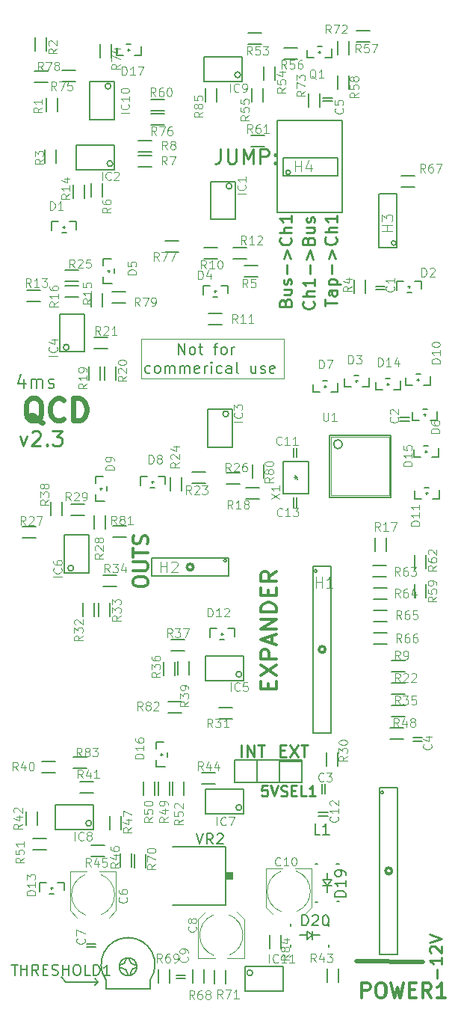
<source format=gbr>
G04 #@! TF.GenerationSoftware,KiCad,Pcbnew,(6.0.0-rc1-dev-1542-gf9f87b3ff-dirty)*
G04 #@! TF.CreationDate,2019-02-04T09:57:11-08:00
G04 #@! TF.ProjectId,qcd-23,7163642d-3233-42e6-9b69-6361645f7063,rev?*
G04 #@! TF.SameCoordinates,Original*
G04 #@! TF.FileFunction,Legend,Top*
G04 #@! TF.FilePolarity,Positive*
%FSLAX46Y46*%
G04 Gerber Fmt 4.6, Leading zero omitted, Abs format (unit mm)*
G04 Created by KiCad (PCBNEW (6.0.0-rc1-dev-1542-gf9f87b3ff-dirty)) date Monday, 04 February 2019 at 09:57:11*
%MOMM*%
%LPD*%
G04 APERTURE LIST*
%ADD10C,0.150000*%
%ADD11C,0.120000*%
%ADD12C,0.203200*%
%ADD13C,0.213360*%
%ADD14C,0.609600*%
%ADD15C,0.284480*%
%ADD16C,0.308864*%
%ADD17C,0.508000*%
%ADD18C,0.241808*%
%ADD19C,0.302260*%
%ADD20C,0.231140*%
%ADD21C,0.254000*%
%ADD22C,0.355600*%
%ADD23C,0.127000*%
%ADD24C,0.304800*%
%ADD25C,0.101600*%
%ADD26C,0.070000*%
%ADD27C,0.115824*%
%ADD28C,0.096520*%
%ADD29C,0.144780*%
%ADD30C,0.337820*%
%ADD31C,0.241300*%
%ADD32C,0.121920*%
G04 APERTURE END LIST*
D10*
X125657428Y-89970428D02*
X125657428Y-90986428D01*
X125294571Y-89389857D02*
X124931714Y-90478428D01*
X125875142Y-90478428D01*
X126455714Y-90986428D02*
X126455714Y-89970428D01*
X126455714Y-90115571D02*
X126528285Y-90043000D01*
X126673428Y-89970428D01*
X126891142Y-89970428D01*
X127036285Y-90043000D01*
X127108857Y-90188142D01*
X127108857Y-90986428D01*
X127108857Y-90188142D02*
X127181428Y-90043000D01*
X127326571Y-89970428D01*
X127544285Y-89970428D01*
X127689428Y-90043000D01*
X127762000Y-90188142D01*
X127762000Y-90986428D01*
X128415142Y-90913857D02*
X128560285Y-90986428D01*
X128850571Y-90986428D01*
X128995714Y-90913857D01*
X129068285Y-90768714D01*
X129068285Y-90696142D01*
X128995714Y-90551000D01*
X128850571Y-90478428D01*
X128632857Y-90478428D01*
X128487714Y-90405857D01*
X128415142Y-90260714D01*
X128415142Y-90188142D01*
X128487714Y-90043000D01*
X128632857Y-89970428D01*
X128850571Y-89970428D01*
X128995714Y-90043000D01*
D11*
X138963400Y-89941400D02*
X138963400Y-85471000D01*
X155092400Y-89941400D02*
X138963400Y-89941400D01*
X155092400Y-85471000D02*
X155092400Y-89941400D01*
X138963400Y-85471000D02*
X155092400Y-85471000D01*
D12*
X143137466Y-87201223D02*
X143137466Y-85931223D01*
X143863180Y-87201223D01*
X143863180Y-85931223D01*
X144649371Y-87201223D02*
X144528419Y-87140747D01*
X144467942Y-87080271D01*
X144407466Y-86959319D01*
X144407466Y-86596461D01*
X144467942Y-86475509D01*
X144528419Y-86415033D01*
X144649371Y-86354557D01*
X144830800Y-86354557D01*
X144951752Y-86415033D01*
X145012228Y-86475509D01*
X145072704Y-86596461D01*
X145072704Y-86959319D01*
X145012228Y-87080271D01*
X144951752Y-87140747D01*
X144830800Y-87201223D01*
X144649371Y-87201223D01*
X145435561Y-86354557D02*
X145919371Y-86354557D01*
X145616990Y-85931223D02*
X145616990Y-87019795D01*
X145677466Y-87140747D01*
X145798419Y-87201223D01*
X145919371Y-87201223D01*
X147128895Y-86354557D02*
X147612704Y-86354557D01*
X147310323Y-87201223D02*
X147310323Y-86112652D01*
X147370800Y-85991700D01*
X147491752Y-85931223D01*
X147612704Y-85931223D01*
X148217466Y-87201223D02*
X148096514Y-87140747D01*
X148036038Y-87080271D01*
X147975561Y-86959319D01*
X147975561Y-86596461D01*
X148036038Y-86475509D01*
X148096514Y-86415033D01*
X148217466Y-86354557D01*
X148398895Y-86354557D01*
X148519847Y-86415033D01*
X148580323Y-86475509D01*
X148640800Y-86596461D01*
X148640800Y-86959319D01*
X148580323Y-87080271D01*
X148519847Y-87140747D01*
X148398895Y-87201223D01*
X148217466Y-87201223D01*
X149185085Y-87201223D02*
X149185085Y-86354557D01*
X149185085Y-86596461D02*
X149245561Y-86475509D01*
X149306038Y-86415033D01*
X149426990Y-86354557D01*
X149547942Y-86354557D01*
X139962466Y-89248947D02*
X139841514Y-89309423D01*
X139599609Y-89309423D01*
X139478657Y-89248947D01*
X139418180Y-89188471D01*
X139357704Y-89067519D01*
X139357704Y-88704661D01*
X139418180Y-88583709D01*
X139478657Y-88523233D01*
X139599609Y-88462757D01*
X139841514Y-88462757D01*
X139962466Y-88523233D01*
X140688180Y-89309423D02*
X140567228Y-89248947D01*
X140506752Y-89188471D01*
X140446276Y-89067519D01*
X140446276Y-88704661D01*
X140506752Y-88583709D01*
X140567228Y-88523233D01*
X140688180Y-88462757D01*
X140869609Y-88462757D01*
X140990561Y-88523233D01*
X141051038Y-88583709D01*
X141111514Y-88704661D01*
X141111514Y-89067519D01*
X141051038Y-89188471D01*
X140990561Y-89248947D01*
X140869609Y-89309423D01*
X140688180Y-89309423D01*
X141655800Y-89309423D02*
X141655800Y-88462757D01*
X141655800Y-88583709D02*
X141716276Y-88523233D01*
X141837228Y-88462757D01*
X142018657Y-88462757D01*
X142139609Y-88523233D01*
X142200085Y-88644185D01*
X142200085Y-89309423D01*
X142200085Y-88644185D02*
X142260561Y-88523233D01*
X142381514Y-88462757D01*
X142562942Y-88462757D01*
X142683895Y-88523233D01*
X142744371Y-88644185D01*
X142744371Y-89309423D01*
X143349133Y-89309423D02*
X143349133Y-88462757D01*
X143349133Y-88583709D02*
X143409609Y-88523233D01*
X143530561Y-88462757D01*
X143711990Y-88462757D01*
X143832942Y-88523233D01*
X143893419Y-88644185D01*
X143893419Y-89309423D01*
X143893419Y-88644185D02*
X143953895Y-88523233D01*
X144074847Y-88462757D01*
X144256276Y-88462757D01*
X144377228Y-88523233D01*
X144437704Y-88644185D01*
X144437704Y-89309423D01*
X145526276Y-89248947D02*
X145405323Y-89309423D01*
X145163419Y-89309423D01*
X145042466Y-89248947D01*
X144981990Y-89127995D01*
X144981990Y-88644185D01*
X145042466Y-88523233D01*
X145163419Y-88462757D01*
X145405323Y-88462757D01*
X145526276Y-88523233D01*
X145586752Y-88644185D01*
X145586752Y-88765138D01*
X144981990Y-88886090D01*
X146131038Y-89309423D02*
X146131038Y-88462757D01*
X146131038Y-88704661D02*
X146191514Y-88583709D01*
X146251990Y-88523233D01*
X146372942Y-88462757D01*
X146493895Y-88462757D01*
X146917228Y-89309423D02*
X146917228Y-88462757D01*
X146917228Y-88039423D02*
X146856752Y-88099900D01*
X146917228Y-88160376D01*
X146977704Y-88099900D01*
X146917228Y-88039423D01*
X146917228Y-88160376D01*
X148066276Y-89248947D02*
X147945323Y-89309423D01*
X147703419Y-89309423D01*
X147582466Y-89248947D01*
X147521990Y-89188471D01*
X147461514Y-89067519D01*
X147461514Y-88704661D01*
X147521990Y-88583709D01*
X147582466Y-88523233D01*
X147703419Y-88462757D01*
X147945323Y-88462757D01*
X148066276Y-88523233D01*
X149154847Y-89309423D02*
X149154847Y-88644185D01*
X149094371Y-88523233D01*
X148973419Y-88462757D01*
X148731514Y-88462757D01*
X148610561Y-88523233D01*
X149154847Y-89248947D02*
X149033895Y-89309423D01*
X148731514Y-89309423D01*
X148610561Y-89248947D01*
X148550085Y-89127995D01*
X148550085Y-89007042D01*
X148610561Y-88886090D01*
X148731514Y-88825614D01*
X149033895Y-88825614D01*
X149154847Y-88765138D01*
X149941038Y-89309423D02*
X149820085Y-89248947D01*
X149759609Y-89127995D01*
X149759609Y-88039423D01*
X151936752Y-88462757D02*
X151936752Y-89309423D01*
X151392466Y-88462757D02*
X151392466Y-89127995D01*
X151452942Y-89248947D01*
X151573895Y-89309423D01*
X151755323Y-89309423D01*
X151876276Y-89248947D01*
X151936752Y-89188471D01*
X152481038Y-89248947D02*
X152601990Y-89309423D01*
X152843895Y-89309423D01*
X152964847Y-89248947D01*
X153025323Y-89127995D01*
X153025323Y-89067519D01*
X152964847Y-88946566D01*
X152843895Y-88886090D01*
X152662466Y-88886090D01*
X152541514Y-88825614D01*
X152481038Y-88704661D01*
X152481038Y-88644185D01*
X152541514Y-88523233D01*
X152662466Y-88462757D01*
X152843895Y-88462757D01*
X152964847Y-88523233D01*
X154053419Y-89248947D02*
X153932466Y-89309423D01*
X153690561Y-89309423D01*
X153569609Y-89248947D01*
X153509133Y-89127995D01*
X153509133Y-88644185D01*
X153569609Y-88523233D01*
X153690561Y-88462757D01*
X153932466Y-88462757D01*
X154053419Y-88523233D01*
X154113895Y-88644185D01*
X154113895Y-88765138D01*
X153509133Y-88886090D01*
D13*
X155272740Y-81297610D02*
X155337086Y-81104570D01*
X155401433Y-81040224D01*
X155530126Y-80975877D01*
X155723166Y-80975877D01*
X155851860Y-81040224D01*
X155916206Y-81104570D01*
X155980553Y-81233264D01*
X155980553Y-81748037D01*
X154629273Y-81748037D01*
X154629273Y-81297610D01*
X154693620Y-81168917D01*
X154757966Y-81104570D01*
X154886660Y-81040224D01*
X155015353Y-81040224D01*
X155144046Y-81104570D01*
X155208393Y-81168917D01*
X155272740Y-81297610D01*
X155272740Y-81748037D01*
X155079700Y-79817637D02*
X155980553Y-79817637D01*
X155079700Y-80396757D02*
X155787513Y-80396757D01*
X155916206Y-80332410D01*
X155980553Y-80203717D01*
X155980553Y-80010677D01*
X155916206Y-79881984D01*
X155851860Y-79817637D01*
X155916206Y-79238517D02*
X155980553Y-79109824D01*
X155980553Y-78852437D01*
X155916206Y-78723744D01*
X155787513Y-78659397D01*
X155723166Y-78659397D01*
X155594473Y-78723744D01*
X155530126Y-78852437D01*
X155530126Y-79045477D01*
X155465780Y-79174170D01*
X155337086Y-79238517D01*
X155272740Y-79238517D01*
X155144046Y-79174170D01*
X155079700Y-79045477D01*
X155079700Y-78852437D01*
X155144046Y-78723744D01*
X155465780Y-78080277D02*
X155465780Y-77050730D01*
X155079700Y-76407264D02*
X155465780Y-75377717D01*
X155851860Y-76407264D01*
X155851860Y-73962090D02*
X155916206Y-74026437D01*
X155980553Y-74219477D01*
X155980553Y-74348170D01*
X155916206Y-74541210D01*
X155787513Y-74669904D01*
X155658820Y-74734250D01*
X155401433Y-74798597D01*
X155208393Y-74798597D01*
X154951006Y-74734250D01*
X154822313Y-74669904D01*
X154693620Y-74541210D01*
X154629273Y-74348170D01*
X154629273Y-74219477D01*
X154693620Y-74026437D01*
X154757966Y-73962090D01*
X155980553Y-73382970D02*
X154629273Y-73382970D01*
X155980553Y-72803850D02*
X155272740Y-72803850D01*
X155144046Y-72868197D01*
X155079700Y-72996890D01*
X155079700Y-73189930D01*
X155144046Y-73318624D01*
X155208393Y-73382970D01*
X155980553Y-71452570D02*
X155980553Y-72224730D01*
X155980553Y-71838650D02*
X154629273Y-71838650D01*
X154822313Y-71967344D01*
X154951006Y-72096037D01*
X155015353Y-72224730D01*
X158442660Y-81179077D02*
X158507006Y-81243424D01*
X158571353Y-81436464D01*
X158571353Y-81565157D01*
X158507006Y-81758197D01*
X158378313Y-81886890D01*
X158249620Y-81951237D01*
X157992233Y-82015584D01*
X157799193Y-82015584D01*
X157541806Y-81951237D01*
X157413113Y-81886890D01*
X157284420Y-81758197D01*
X157220073Y-81565157D01*
X157220073Y-81436464D01*
X157284420Y-81243424D01*
X157348766Y-81179077D01*
X158571353Y-80599957D02*
X157220073Y-80599957D01*
X158571353Y-80020837D02*
X157863540Y-80020837D01*
X157734846Y-80085184D01*
X157670500Y-80213877D01*
X157670500Y-80406917D01*
X157734846Y-80535610D01*
X157799193Y-80599957D01*
X158571353Y-78669557D02*
X158571353Y-79441717D01*
X158571353Y-79055637D02*
X157220073Y-79055637D01*
X157413113Y-79184330D01*
X157541806Y-79313024D01*
X157606153Y-79441717D01*
X158056580Y-78090437D02*
X158056580Y-77060890D01*
X157670500Y-76417424D02*
X158056580Y-75387877D01*
X158442660Y-76417424D01*
X157863540Y-74293984D02*
X157927886Y-74100944D01*
X157992233Y-74036597D01*
X158120926Y-73972250D01*
X158313966Y-73972250D01*
X158442660Y-74036597D01*
X158507006Y-74100944D01*
X158571353Y-74229637D01*
X158571353Y-74744410D01*
X157220073Y-74744410D01*
X157220073Y-74293984D01*
X157284420Y-74165290D01*
X157348766Y-74100944D01*
X157477460Y-74036597D01*
X157606153Y-74036597D01*
X157734846Y-74100944D01*
X157799193Y-74165290D01*
X157863540Y-74293984D01*
X157863540Y-74744410D01*
X157670500Y-72814010D02*
X158571353Y-72814010D01*
X157670500Y-73393130D02*
X158378313Y-73393130D01*
X158507006Y-73328784D01*
X158571353Y-73200090D01*
X158571353Y-73007050D01*
X158507006Y-72878357D01*
X158442660Y-72814010D01*
X158507006Y-72234890D02*
X158571353Y-72106197D01*
X158571353Y-71848810D01*
X158507006Y-71720117D01*
X158378313Y-71655770D01*
X158313966Y-71655770D01*
X158185273Y-71720117D01*
X158120926Y-71848810D01*
X158120926Y-72041850D01*
X158056580Y-72170544D01*
X157927886Y-72234890D01*
X157863540Y-72234890D01*
X157734846Y-72170544D01*
X157670500Y-72041850D01*
X157670500Y-71848810D01*
X157734846Y-71720117D01*
X159734673Y-81722637D02*
X159734673Y-80950477D01*
X161085953Y-81336557D02*
X159734673Y-81336557D01*
X161085953Y-79920930D02*
X160378140Y-79920930D01*
X160249446Y-79985277D01*
X160185100Y-80113970D01*
X160185100Y-80371357D01*
X160249446Y-80500050D01*
X161021606Y-79920930D02*
X161085953Y-80049624D01*
X161085953Y-80371357D01*
X161021606Y-80500050D01*
X160892913Y-80564397D01*
X160764220Y-80564397D01*
X160635526Y-80500050D01*
X160571180Y-80371357D01*
X160571180Y-80049624D01*
X160506833Y-79920930D01*
X160185100Y-79277464D02*
X161536380Y-79277464D01*
X160249446Y-79277464D02*
X160185100Y-79148770D01*
X160185100Y-78891384D01*
X160249446Y-78762690D01*
X160313793Y-78698344D01*
X160442486Y-78633997D01*
X160828566Y-78633997D01*
X160957260Y-78698344D01*
X161021606Y-78762690D01*
X161085953Y-78891384D01*
X161085953Y-79148770D01*
X161021606Y-79277464D01*
X160571180Y-78054877D02*
X160571180Y-77025330D01*
X160185100Y-76381864D02*
X160571180Y-75352317D01*
X160957260Y-76381864D01*
X160957260Y-73936690D02*
X161021606Y-74001037D01*
X161085953Y-74194077D01*
X161085953Y-74322770D01*
X161021606Y-74515810D01*
X160892913Y-74644504D01*
X160764220Y-74708850D01*
X160506833Y-74773197D01*
X160313793Y-74773197D01*
X160056406Y-74708850D01*
X159927713Y-74644504D01*
X159799020Y-74515810D01*
X159734673Y-74322770D01*
X159734673Y-74194077D01*
X159799020Y-74001037D01*
X159863366Y-73936690D01*
X161085953Y-73357570D02*
X159734673Y-73357570D01*
X161085953Y-72778450D02*
X160378140Y-72778450D01*
X160249446Y-72842797D01*
X160185100Y-72971490D01*
X160185100Y-73164530D01*
X160249446Y-73293224D01*
X160313793Y-73357570D01*
X161085953Y-71427170D02*
X161085953Y-72199330D01*
X161085953Y-71813250D02*
X159734673Y-71813250D01*
X159927713Y-71941944D01*
X160056406Y-72070637D01*
X160120753Y-72199330D01*
D14*
X127736116Y-94939152D02*
X127491792Y-94818200D01*
X127247468Y-94576295D01*
X126880982Y-94213438D01*
X126636659Y-94092485D01*
X126392335Y-94092485D01*
X126514497Y-94697247D02*
X126270173Y-94576295D01*
X126025849Y-94334390D01*
X125903687Y-93850580D01*
X125903687Y-93003914D01*
X126025849Y-92520104D01*
X126270173Y-92278200D01*
X126514497Y-92157247D01*
X127003144Y-92157247D01*
X127247468Y-92278200D01*
X127491792Y-92520104D01*
X127613954Y-93003914D01*
X127613954Y-93850580D01*
X127491792Y-94334390D01*
X127247468Y-94576295D01*
X127003144Y-94697247D01*
X126514497Y-94697247D01*
X130179354Y-94455342D02*
X130057192Y-94576295D01*
X129690706Y-94697247D01*
X129446382Y-94697247D01*
X129079897Y-94576295D01*
X128835573Y-94334390D01*
X128713411Y-94092485D01*
X128591249Y-93608676D01*
X128591249Y-93245819D01*
X128713411Y-92762009D01*
X128835573Y-92520104D01*
X129079897Y-92278200D01*
X129446382Y-92157247D01*
X129690706Y-92157247D01*
X130057192Y-92278200D01*
X130179354Y-92399152D01*
X131278811Y-94697247D02*
X131278811Y-92157247D01*
X131889620Y-92157247D01*
X132256106Y-92278200D01*
X132500430Y-92520104D01*
X132622592Y-92762009D01*
X132744754Y-93245819D01*
X132744754Y-93608676D01*
X132622592Y-94092485D01*
X132500430Y-94334390D01*
X132256106Y-94576295D01*
X131889620Y-94697247D01*
X131278811Y-94697247D01*
D15*
X125191012Y-96405700D02*
X125593178Y-97531766D01*
X125995345Y-96405700D01*
X126558378Y-96003533D02*
X126638812Y-95923100D01*
X126799678Y-95842666D01*
X127201845Y-95842666D01*
X127362712Y-95923100D01*
X127443145Y-96003533D01*
X127523578Y-96164400D01*
X127523578Y-96325266D01*
X127443145Y-96566566D01*
X126477945Y-97531766D01*
X127523578Y-97531766D01*
X128247478Y-97370900D02*
X128327912Y-97451333D01*
X128247478Y-97531766D01*
X128167045Y-97451333D01*
X128247478Y-97370900D01*
X128247478Y-97531766D01*
X128890945Y-95842666D02*
X129936578Y-95842666D01*
X129373545Y-96486133D01*
X129614845Y-96486133D01*
X129775712Y-96566566D01*
X129856145Y-96647000D01*
X129936578Y-96807866D01*
X129936578Y-97210033D01*
X129856145Y-97370900D01*
X129775712Y-97451333D01*
X129614845Y-97531766D01*
X129132245Y-97531766D01*
X128971378Y-97451333D01*
X128890945Y-97370900D01*
D16*
X153345968Y-125054500D02*
X153345968Y-124443206D01*
X154306572Y-124181224D02*
X154306572Y-125054500D01*
X152472692Y-125054500D01*
X152472692Y-124181224D01*
X152472692Y-123569930D02*
X154306572Y-122347344D01*
X152472692Y-122347344D02*
X154306572Y-123569930D01*
X154306572Y-121648723D02*
X152472692Y-121648723D01*
X152472692Y-120950102D01*
X152560020Y-120775446D01*
X152647347Y-120688119D01*
X152822002Y-120600791D01*
X153083985Y-120600791D01*
X153258640Y-120688119D01*
X153345968Y-120775446D01*
X153433296Y-120950102D01*
X153433296Y-121648723D01*
X153782606Y-119902170D02*
X153782606Y-119028894D01*
X154306572Y-120076826D02*
X152472692Y-119465532D01*
X154306572Y-118854239D01*
X154306572Y-118242946D02*
X152472692Y-118242946D01*
X154306572Y-117195014D01*
X152472692Y-117195014D01*
X154306572Y-116321738D02*
X152472692Y-116321738D01*
X152472692Y-115885100D01*
X152560020Y-115623117D01*
X152734675Y-115448462D01*
X152909330Y-115361134D01*
X153258640Y-115273806D01*
X153520623Y-115273806D01*
X153869934Y-115361134D01*
X154044589Y-115448462D01*
X154219244Y-115623117D01*
X154306572Y-115885100D01*
X154306572Y-116321738D01*
X153345968Y-114487858D02*
X153345968Y-113876565D01*
X154306572Y-113614582D02*
X154306572Y-114487858D01*
X152472692Y-114487858D01*
X152472692Y-113614582D01*
X154306572Y-111780702D02*
X153433296Y-112391995D01*
X154306572Y-112828633D02*
X152472692Y-112828633D01*
X152472692Y-112130012D01*
X152560020Y-111955357D01*
X152647347Y-111868029D01*
X152822002Y-111780702D01*
X153083985Y-111780702D01*
X153258640Y-111868029D01*
X153345968Y-111955357D01*
X153433296Y-112130012D01*
X153433296Y-112828633D01*
D17*
X163334700Y-155892500D02*
X170878500Y-155917900D01*
D18*
X150300808Y-132739553D02*
X150300808Y-131388273D01*
X150944275Y-132739553D02*
X150944275Y-131388273D01*
X151716435Y-132739553D01*
X151716435Y-131388273D01*
X152166861Y-131388273D02*
X152939021Y-131388273D01*
X152552941Y-132739553D02*
X152552941Y-131388273D01*
X154720408Y-132031740D02*
X155170835Y-132031740D01*
X155363875Y-132739553D02*
X154720408Y-132739553D01*
X154720408Y-131388273D01*
X155363875Y-131388273D01*
X155814301Y-131388273D02*
X156715155Y-132739553D01*
X156715155Y-131388273D02*
X155814301Y-132739553D01*
X157036888Y-131388273D02*
X157809048Y-131388273D01*
X157422968Y-132739553D02*
X157422968Y-131388273D01*
D19*
X138044766Y-113087531D02*
X138044766Y-112765797D01*
X138125200Y-112604931D01*
X138286066Y-112444064D01*
X138607800Y-112363631D01*
X139170833Y-112363631D01*
X139492566Y-112444064D01*
X139653433Y-112604931D01*
X139733866Y-112765797D01*
X139733866Y-113087531D01*
X139653433Y-113248397D01*
X139492566Y-113409264D01*
X139170833Y-113489697D01*
X138607800Y-113489697D01*
X138286066Y-113409264D01*
X138125200Y-113248397D01*
X138044766Y-113087531D01*
X138044766Y-111639731D02*
X139412133Y-111639731D01*
X139573000Y-111559297D01*
X139653433Y-111478864D01*
X139733866Y-111317997D01*
X139733866Y-110996264D01*
X139653433Y-110835397D01*
X139573000Y-110754964D01*
X139412133Y-110674531D01*
X138044766Y-110674531D01*
X138044766Y-110111497D02*
X138044766Y-109146297D01*
X139733866Y-109628897D02*
X138044766Y-109628897D01*
X139653433Y-108663697D02*
X139733866Y-108422397D01*
X139733866Y-108020231D01*
X139653433Y-107859364D01*
X139573000Y-107778931D01*
X139412133Y-107698497D01*
X139251266Y-107698497D01*
X139090400Y-107778931D01*
X139009966Y-107859364D01*
X138929533Y-108020231D01*
X138849100Y-108341964D01*
X138768666Y-108502831D01*
X138688233Y-108583264D01*
X138527366Y-108663697D01*
X138366500Y-108663697D01*
X138205633Y-108583264D01*
X138125200Y-108502831D01*
X138044766Y-108341964D01*
X138044766Y-107939797D01*
X138125200Y-107698497D01*
D18*
X172463460Y-157805661D02*
X172463460Y-156776115D01*
X172978233Y-155424835D02*
X172978233Y-156196995D01*
X172978233Y-155810915D02*
X171626953Y-155810915D01*
X171819993Y-155939608D01*
X171948686Y-156068301D01*
X172013033Y-156196995D01*
X171755646Y-154910061D02*
X171691300Y-154845715D01*
X171626953Y-154717021D01*
X171626953Y-154395288D01*
X171691300Y-154266595D01*
X171755646Y-154202248D01*
X171884340Y-154137901D01*
X172013033Y-154137901D01*
X172206073Y-154202248D01*
X172978233Y-154974408D01*
X172978233Y-154137901D01*
X171626953Y-153751821D02*
X172978233Y-153301395D01*
X171626953Y-152850968D01*
D20*
X147927525Y-63914866D02*
X147927525Y-65121366D01*
X147847092Y-65362666D01*
X147686225Y-65523533D01*
X147444925Y-65603966D01*
X147284059Y-65603966D01*
X148731859Y-63914866D02*
X148731859Y-65282233D01*
X148812292Y-65443100D01*
X148892725Y-65523533D01*
X149053592Y-65603966D01*
X149375325Y-65603966D01*
X149536192Y-65523533D01*
X149616625Y-65443100D01*
X149697059Y-65282233D01*
X149697059Y-63914866D01*
X150501392Y-65603966D02*
X150501392Y-63914866D01*
X151064425Y-65121366D01*
X151627459Y-63914866D01*
X151627459Y-65603966D01*
X152431792Y-65603966D02*
X152431792Y-63914866D01*
X153075259Y-63914866D01*
X153236125Y-63995300D01*
X153316559Y-64075733D01*
X153396992Y-64236600D01*
X153396992Y-64477900D01*
X153316559Y-64638766D01*
X153236125Y-64719200D01*
X153075259Y-64799633D01*
X152431792Y-64799633D01*
X154120892Y-65443100D02*
X154201325Y-65523533D01*
X154120892Y-65603966D01*
X154040459Y-65523533D01*
X154120892Y-65443100D01*
X154120892Y-65603966D01*
X154120892Y-64558333D02*
X154201325Y-64638766D01*
X154120892Y-64719200D01*
X154040459Y-64638766D01*
X154120892Y-64558333D01*
X154120892Y-64719200D01*
D21*
X153236385Y-135984947D02*
X152661861Y-135984947D01*
X152604409Y-136559471D01*
X152661861Y-136502019D01*
X152776766Y-136444566D01*
X153064028Y-136444566D01*
X153178933Y-136502019D01*
X153236385Y-136559471D01*
X153293838Y-136674376D01*
X153293838Y-136961638D01*
X153236385Y-137076542D01*
X153178933Y-137133995D01*
X153064028Y-137191447D01*
X152776766Y-137191447D01*
X152661861Y-137133995D01*
X152604409Y-137076542D01*
X153638552Y-135984947D02*
X154040719Y-137191447D01*
X154442885Y-135984947D01*
X154787600Y-137133995D02*
X154959957Y-137191447D01*
X155247219Y-137191447D01*
X155362123Y-137133995D01*
X155419576Y-137076542D01*
X155477028Y-136961638D01*
X155477028Y-136846733D01*
X155419576Y-136731828D01*
X155362123Y-136674376D01*
X155247219Y-136616923D01*
X155017409Y-136559471D01*
X154902504Y-136502019D01*
X154845052Y-136444566D01*
X154787600Y-136329661D01*
X154787600Y-136214757D01*
X154845052Y-136099852D01*
X154902504Y-136042400D01*
X155017409Y-135984947D01*
X155304671Y-135984947D01*
X155477028Y-136042400D01*
X155994100Y-136559471D02*
X156396266Y-136559471D01*
X156568623Y-137191447D02*
X155994100Y-137191447D01*
X155994100Y-135984947D01*
X156568623Y-135984947D01*
X157660219Y-137191447D02*
X157085695Y-137191447D01*
X157085695Y-135984947D01*
D22*
X163942606Y-160003066D02*
X163942606Y-158313966D01*
X164586073Y-158313966D01*
X164746940Y-158394400D01*
X164827373Y-158474833D01*
X164907806Y-158635700D01*
X164907806Y-158877000D01*
X164827373Y-159037866D01*
X164746940Y-159118300D01*
X164586073Y-159198733D01*
X163942606Y-159198733D01*
X165953440Y-158313966D02*
X166275173Y-158313966D01*
X166436040Y-158394400D01*
X166596906Y-158555266D01*
X166677340Y-158877000D01*
X166677340Y-159440033D01*
X166596906Y-159761766D01*
X166436040Y-159922633D01*
X166275173Y-160003066D01*
X165953440Y-160003066D01*
X165792573Y-159922633D01*
X165631706Y-159761766D01*
X165551273Y-159440033D01*
X165551273Y-158877000D01*
X165631706Y-158555266D01*
X165792573Y-158394400D01*
X165953440Y-158313966D01*
X167240373Y-158313966D02*
X167642540Y-160003066D01*
X167964273Y-158796566D01*
X168286006Y-160003066D01*
X168688173Y-158313966D01*
X169331640Y-159118300D02*
X169894673Y-159118300D01*
X170135973Y-160003066D02*
X169331640Y-160003066D01*
X169331640Y-158313966D01*
X170135973Y-158313966D01*
X171825073Y-160003066D02*
X171262040Y-159198733D01*
X170859873Y-160003066D02*
X170859873Y-158313966D01*
X171503340Y-158313966D01*
X171664206Y-158394400D01*
X171744640Y-158474833D01*
X171825073Y-158635700D01*
X171825073Y-158877000D01*
X171744640Y-159037866D01*
X171664206Y-159118300D01*
X171503340Y-159198733D01*
X170859873Y-159198733D01*
D10*
X129857500Y-157670500D02*
X130390900Y-158203900D01*
X130390900Y-158203900D02*
X134073900Y-158203900D01*
X134073900Y-158203900D02*
X133667500Y-157797500D01*
X133667500Y-158559500D02*
X134073900Y-158203900D01*
X154393900Y-60769500D02*
X154393900Y-71107300D01*
X154393900Y-71107300D02*
X161734500Y-71107300D01*
X161734500Y-71107300D02*
X161734500Y-60744100D01*
X161734500Y-60744100D02*
X154393900Y-60744100D01*
D23*
X128181100Y-58178700D02*
X128181100Y-59702700D01*
X129451100Y-58178700D02*
X129451100Y-59702700D01*
X147612100Y-75095100D02*
X146088100Y-75095100D01*
X147612100Y-76365100D02*
X146088100Y-76365100D01*
X146596100Y-83858100D02*
X148120100Y-83858100D01*
X146596100Y-82588100D02*
X148120100Y-82588100D01*
X126911100Y-51346100D02*
X126911100Y-52870100D01*
X128181100Y-51346100D02*
X128181100Y-52870100D01*
X128054100Y-64046100D02*
X128054100Y-65570100D01*
X129324100Y-64046100D02*
X129324100Y-65570100D01*
X164376100Y-80302100D02*
X164376100Y-78778100D01*
X163106100Y-80302100D02*
X163106100Y-78778100D01*
X152184100Y-77127100D02*
X150660100Y-77127100D01*
X152184100Y-78397100D02*
X150660100Y-78397100D01*
X134531100Y-69380100D02*
X134531100Y-67856100D01*
X133261100Y-69380100D02*
X133261100Y-67856100D01*
X140119100Y-64681100D02*
X138595100Y-64681100D01*
X140119100Y-65951100D02*
X138595100Y-65951100D01*
X138595100Y-64300100D02*
X140119100Y-64300100D01*
X138595100Y-63030100D02*
X140119100Y-63030100D01*
X167297100Y-123101100D02*
X168821100Y-123101100D01*
X167297100Y-121831100D02*
X168821100Y-121831100D01*
X149222100Y-68136100D02*
G75*
G03X149222100Y-68136100I-325000J0D01*
G01*
D12*
X149647100Y-67611100D02*
X146847100Y-67611100D01*
X149647100Y-71911100D02*
X149647100Y-67611100D01*
X146847100Y-71911100D02*
X149647100Y-71911100D01*
X146847100Y-67611100D02*
X146847100Y-71911100D01*
D23*
X135719100Y-65585100D02*
G75*
G03X135719100Y-65585100I-325000J0D01*
G01*
D12*
X135919100Y-66335100D02*
X135919100Y-63535100D01*
X131619100Y-66335100D02*
X135919100Y-66335100D01*
X131619100Y-63535100D02*
X131619100Y-66335100D01*
X135919100Y-63535100D02*
X131619100Y-63535100D01*
D23*
X130213100Y-72682100D02*
X130213100Y-72936100D01*
X130086100Y-72809100D02*
X130340100Y-72809100D01*
X129959100Y-73444100D02*
X130467100Y-73444100D01*
X131610100Y-72174100D02*
X131610100Y-73063100D01*
X130848100Y-72174100D02*
X131610100Y-72174100D01*
X128816100Y-72174100D02*
X128816100Y-73190100D01*
X129578100Y-72174100D02*
X128816100Y-72174100D01*
X132499100Y-69507100D02*
X132499100Y-67983100D01*
X131229100Y-69507100D02*
X131229100Y-67983100D01*
X166585900Y-79844900D02*
X165519100Y-79844900D01*
X166585900Y-79489300D02*
X165519100Y-79489300D01*
X169329100Y-79413100D02*
X169329100Y-79667100D01*
X169202100Y-79540100D02*
X169456100Y-79540100D01*
X169075100Y-80175100D02*
X169583100Y-80175100D01*
X170726100Y-78905100D02*
X170726100Y-79794100D01*
X169964100Y-78905100D02*
X170726100Y-78905100D01*
X167932100Y-78905100D02*
X167932100Y-79921100D01*
X168694100Y-78905100D02*
X167932100Y-78905100D01*
X163360100Y-90335100D02*
X163360100Y-90081100D01*
X163487100Y-90208100D02*
X163233100Y-90208100D01*
X163614100Y-89573100D02*
X163106100Y-89573100D01*
X161963100Y-90843100D02*
X161963100Y-89954100D01*
X162725100Y-90843100D02*
X161963100Y-90843100D01*
X164757100Y-90843100D02*
X164757100Y-89827100D01*
X163995100Y-90843100D02*
X164757100Y-90843100D01*
X147358100Y-79921100D02*
X147358100Y-80175100D01*
X147231100Y-80048100D02*
X147485100Y-80048100D01*
X147104100Y-80683100D02*
X147612100Y-80683100D01*
X148755100Y-79413100D02*
X148755100Y-80302100D01*
X147993100Y-79413100D02*
X148755100Y-79413100D01*
X145961100Y-79413100D02*
X145961100Y-80429100D01*
X146723100Y-79413100D02*
X145961100Y-79413100D01*
X150914100Y-75095100D02*
X149390100Y-75095100D01*
X150914100Y-76365100D02*
X149390100Y-76365100D01*
X126022100Y-81191100D02*
X127546100Y-81191100D01*
X126022100Y-79921100D02*
X127546100Y-79921100D01*
X134531100Y-81826100D02*
X134531100Y-80302100D01*
X133261100Y-81826100D02*
X133261100Y-80302100D01*
X131864100Y-79413100D02*
X130340100Y-79413100D01*
X131864100Y-80683100D02*
X130340100Y-80683100D01*
X165468300Y-107911900D02*
X165468300Y-109435900D01*
X166738300Y-107911900D02*
X166738300Y-109435900D01*
X152311100Y-102273100D02*
X150787100Y-102273100D01*
X152311100Y-103543100D02*
X150787100Y-103543100D01*
X134277100Y-90081100D02*
X134277100Y-88557100D01*
X133007100Y-90081100D02*
X133007100Y-88557100D01*
X136055100Y-90081100D02*
X136055100Y-88557100D01*
X134785100Y-90081100D02*
X134785100Y-88557100D01*
X133642100Y-86525100D02*
X135166100Y-86525100D01*
X133642100Y-85255100D02*
X135166100Y-85255100D01*
X167297100Y-125641100D02*
X168821100Y-125641100D01*
X167297100Y-124371100D02*
X168821100Y-124371100D01*
X146215100Y-100495100D02*
X144691100Y-100495100D01*
X146215100Y-101765100D02*
X144691100Y-101765100D01*
X143548100Y-102654100D02*
X143548100Y-101130100D01*
X142278100Y-102654100D02*
X142278100Y-101130100D01*
X148841100Y-93917100D02*
G75*
G03X148841100Y-93917100I-325000J0D01*
G01*
D12*
X149266100Y-93392100D02*
X146466100Y-93392100D01*
X149266100Y-97692100D02*
X149266100Y-93392100D01*
X146466100Y-97692100D02*
X149266100Y-97692100D01*
X146466100Y-93392100D02*
X146466100Y-97692100D01*
D23*
X130777100Y-86372100D02*
G75*
G03X130777100Y-86372100I-325000J0D01*
G01*
D12*
X129702100Y-86897100D02*
X132502100Y-86897100D01*
X129702100Y-82597100D02*
X129702100Y-86897100D01*
X132502100Y-82597100D02*
X129702100Y-82597100D01*
X132502100Y-86897100D02*
X132502100Y-82597100D01*
D23*
X135166100Y-77762100D02*
X135420100Y-77762100D01*
X135293100Y-77889100D02*
X135293100Y-77635100D01*
X135928100Y-78016100D02*
X135928100Y-77508100D01*
X134658100Y-76365100D02*
X135547100Y-76365100D01*
X134658100Y-77127100D02*
X134658100Y-76365100D01*
X134658100Y-79159100D02*
X135674100Y-79159100D01*
X134658100Y-78397100D02*
X134658100Y-79159100D01*
X131864100Y-77635100D02*
X130340100Y-77635100D01*
X131864100Y-78905100D02*
X130340100Y-78905100D01*
X168262300Y-94348300D02*
X169329100Y-94348300D01*
X168262300Y-94703900D02*
X169329100Y-94703900D01*
X171107100Y-94145100D02*
X171107100Y-93891100D01*
X171234100Y-94018100D02*
X170980100Y-94018100D01*
X171361100Y-93383100D02*
X170853100Y-93383100D01*
X169710100Y-94653100D02*
X169710100Y-93764100D01*
X170472100Y-94653100D02*
X169710100Y-94653100D01*
X172504100Y-94653100D02*
X172504100Y-93637100D01*
X171742100Y-94653100D02*
X172504100Y-94653100D01*
X159804100Y-90970100D02*
X159804100Y-90716100D01*
X159931100Y-90843100D02*
X159677100Y-90843100D01*
X160058100Y-90208100D02*
X159550100Y-90208100D01*
X158407100Y-91478100D02*
X158407100Y-90589100D01*
X159169100Y-91478100D02*
X158407100Y-91478100D01*
X161201100Y-91478100D02*
X161201100Y-90462100D01*
X160439100Y-91478100D02*
X161201100Y-91478100D01*
X140246100Y-101511100D02*
X140246100Y-101765100D01*
X140119100Y-101638100D02*
X140373100Y-101638100D01*
X139992100Y-102273100D02*
X140500100Y-102273100D01*
X141643100Y-101003100D02*
X141643100Y-101892100D01*
X140881100Y-101003100D02*
X141643100Y-101003100D01*
X138849100Y-101003100D02*
X138849100Y-102019100D01*
X139611100Y-101003100D02*
X138849100Y-101003100D01*
X150152100Y-100622100D02*
X148628100Y-100622100D01*
X150152100Y-101892100D02*
X148628100Y-101892100D01*
X158866103Y-111696500D02*
G75*
G03X158866103Y-111696500I-179603J0D01*
G01*
D24*
X159807709Y-120586500D02*
G75*
G03X159807709Y-120586500I-359209J0D01*
G01*
D12*
X160460100Y-130006500D02*
X160460100Y-111161500D01*
X158428100Y-111161500D02*
X160418100Y-111161500D01*
X158428100Y-130006500D02*
X158428100Y-111161500D01*
X160418100Y-130006500D02*
X158428100Y-130006500D01*
D23*
X125514100Y-107988100D02*
X127038100Y-107988100D01*
X125514100Y-106718100D02*
X127038100Y-106718100D01*
X134912100Y-106972100D02*
X134912100Y-105448100D01*
X133642100Y-106972100D02*
X133642100Y-105448100D01*
X132499100Y-104178100D02*
X130975100Y-104178100D01*
X132499100Y-105448100D02*
X130975100Y-105448100D01*
X159931100Y-132245100D02*
X159931100Y-133769100D01*
X161201100Y-132245100D02*
X161201100Y-133769100D01*
X149237700Y-127165100D02*
X147713700Y-127165100D01*
X149237700Y-128435100D02*
X147713700Y-128435100D01*
X133642100Y-116878100D02*
X133642100Y-115354100D01*
X132372100Y-116878100D02*
X132372100Y-115354100D01*
X135420100Y-116878100D02*
X135420100Y-115354100D01*
X134150100Y-116878100D02*
X134150100Y-115354100D01*
X134658100Y-113449100D02*
X136182100Y-113449100D01*
X134658100Y-112179100D02*
X136182100Y-112179100D01*
X167297100Y-128181100D02*
X168821100Y-128181100D01*
X167297100Y-126911100D02*
X168821100Y-126911100D01*
X142786100Y-123532900D02*
X142786100Y-122008900D01*
X141516100Y-123532900D02*
X141516100Y-122008900D01*
X143827500Y-119443500D02*
X142303500Y-119443500D01*
X143827500Y-120713500D02*
X142303500Y-120713500D01*
X150324100Y-123395500D02*
G75*
G03X150324100Y-123395500I-325000J0D01*
G01*
D12*
X150524100Y-124145500D02*
X150524100Y-121345500D01*
X146224100Y-124145500D02*
X150524100Y-124145500D01*
X146224100Y-121345500D02*
X146224100Y-124145500D01*
X150524100Y-121345500D02*
X146224100Y-121345500D01*
D23*
X131285100Y-111391100D02*
G75*
G03X131285100Y-111391100I-325000J0D01*
G01*
D12*
X130210100Y-111916100D02*
X133010100Y-111916100D01*
X130210100Y-107616100D02*
X130210100Y-111916100D01*
X133010100Y-107616100D02*
X130210100Y-107616100D01*
X133010100Y-111916100D02*
X133010100Y-107616100D01*
D23*
X134277100Y-102400100D02*
X134531100Y-102400100D01*
X134404100Y-102527100D02*
X134404100Y-102273100D01*
X135039100Y-102654100D02*
X135039100Y-102146100D01*
X133769100Y-101003100D02*
X134658100Y-101003100D01*
X133769100Y-101765100D02*
X133769100Y-101003100D01*
X133769100Y-103797100D02*
X134785100Y-103797100D01*
X133769100Y-103035100D02*
X133769100Y-103797100D01*
X128689100Y-103924100D02*
X128689100Y-105448100D01*
X129959100Y-103924100D02*
X129959100Y-105448100D01*
X159397700Y-136893300D02*
X159397700Y-135826500D01*
X159753300Y-136893300D02*
X159753300Y-135826500D01*
X170345100Y-90208100D02*
X170345100Y-89954100D01*
X170472100Y-90081100D02*
X170218100Y-90081100D01*
X170599100Y-89446100D02*
X170091100Y-89446100D01*
X168948100Y-90716100D02*
X168948100Y-89827100D01*
X169710100Y-90716100D02*
X168948100Y-90716100D01*
X171742100Y-90716100D02*
X171742100Y-89700100D01*
X170980100Y-90716100D02*
X171742100Y-90716100D01*
X171310300Y-103009700D02*
X171310300Y-102755700D01*
X171437300Y-102882700D02*
X171183300Y-102882700D01*
X171564300Y-102247700D02*
X171056300Y-102247700D01*
X169913300Y-103517700D02*
X169913300Y-102628700D01*
X170675300Y-103517700D02*
X169913300Y-103517700D01*
X172707300Y-103517700D02*
X172707300Y-102501700D01*
X171945300Y-103517700D02*
X172707300Y-103517700D01*
X148120100Y-118706900D02*
X148120100Y-118960900D01*
X147993100Y-118833900D02*
X148247100Y-118833900D01*
X147866100Y-119468900D02*
X148374100Y-119468900D01*
X149517100Y-118198900D02*
X149517100Y-119087900D01*
X148755100Y-118198900D02*
X149517100Y-118198900D01*
X146723100Y-118198900D02*
X146723100Y-119214900D01*
X147485100Y-118198900D02*
X146723100Y-118198900D01*
X143065500Y-121958100D02*
X143065500Y-123482100D01*
X144335500Y-121958100D02*
X144335500Y-123482100D01*
X129197100Y-133261100D02*
X127673100Y-133261100D01*
X129197100Y-134531100D02*
X127673100Y-134531100D01*
X133515100Y-135547100D02*
X131991100Y-135547100D01*
X133515100Y-136817100D02*
X131991100Y-136817100D01*
X125895100Y-138976100D02*
X125895100Y-140500100D01*
X127165100Y-138976100D02*
X127165100Y-140500100D01*
X161328100Y-158280100D02*
X161328100Y-156756100D01*
X160058100Y-158280100D02*
X160058100Y-156756100D01*
X147358100Y-134531100D02*
X145834100Y-134531100D01*
X147358100Y-135801100D02*
X145834100Y-135801100D01*
X133261100Y-144056100D02*
X134785100Y-144056100D01*
X133261100Y-142786100D02*
X134785100Y-142786100D01*
X137807700Y-145224500D02*
X137807700Y-143700500D01*
X136537700Y-145224500D02*
X136537700Y-143700500D01*
X135420100Y-139484100D02*
X135420100Y-141008100D01*
X136690100Y-139484100D02*
X136690100Y-141008100D01*
X167170100Y-130721100D02*
X168694100Y-130721100D01*
X167170100Y-129451100D02*
X168694100Y-129451100D01*
X142151100Y-137071100D02*
X142151100Y-135547100D01*
X140881100Y-137071100D02*
X140881100Y-135547100D01*
X140500100Y-137071100D02*
X140500100Y-135547100D01*
X139230100Y-137071100D02*
X139230100Y-135547100D01*
X150324100Y-138483100D02*
G75*
G03X150324100Y-138483100I-325000J0D01*
G01*
D12*
X150524100Y-139233100D02*
X150524100Y-136433100D01*
X146224100Y-139233100D02*
X150524100Y-139233100D01*
X146224100Y-136433100D02*
X146224100Y-139233100D01*
X150524100Y-136433100D02*
X146224100Y-136433100D01*
D23*
X133306100Y-140261100D02*
G75*
G03X133306100Y-140261100I-325000J0D01*
G01*
D12*
X133506100Y-141011100D02*
X133506100Y-138211100D01*
X129206100Y-141011100D02*
X133506100Y-141011100D01*
X129206100Y-138211100D02*
X129206100Y-141011100D01*
X133506100Y-138211100D02*
X129206100Y-138211100D01*
D23*
X128816100Y-147485100D02*
X128816100Y-147739100D01*
X128689100Y-147612100D02*
X128943100Y-147612100D01*
X128562100Y-148247100D02*
X129070100Y-148247100D01*
X130213100Y-146977100D02*
X130213100Y-147866100D01*
X129451100Y-146977100D02*
X130213100Y-146977100D01*
X127419100Y-146977100D02*
X127419100Y-147993100D01*
X128181100Y-146977100D02*
X127419100Y-146977100D01*
X128181100Y-142024100D02*
X126657100Y-142024100D01*
X128181100Y-143294100D02*
X126657100Y-143294100D01*
X170802300Y-130949700D02*
X169735500Y-130949700D01*
X170802300Y-130594100D02*
X169735500Y-130594100D01*
X166916100Y-90716100D02*
X166916100Y-90462100D01*
X167043100Y-90589100D02*
X166789100Y-90589100D01*
X167170100Y-89954100D02*
X166662100Y-89954100D01*
X165519100Y-91224100D02*
X165519100Y-90335100D01*
X166281100Y-91224100D02*
X165519100Y-91224100D01*
X168313100Y-91224100D02*
X168313100Y-90208100D01*
X167551100Y-91224100D02*
X168313100Y-91224100D01*
X171234100Y-98336100D02*
X171234100Y-98082100D01*
X171361100Y-98209100D02*
X171107100Y-98209100D01*
X171488100Y-97574100D02*
X170980100Y-97574100D01*
X169837100Y-98844100D02*
X169837100Y-97955100D01*
X170599100Y-98844100D02*
X169837100Y-98844100D01*
X172631100Y-98844100D02*
X172631100Y-97828100D01*
X171869100Y-98844100D02*
X172631100Y-98844100D01*
X141135100Y-132499100D02*
X141389100Y-132499100D01*
X141262100Y-132626100D02*
X141262100Y-132372100D01*
X141897100Y-132753100D02*
X141897100Y-132245100D01*
X140627100Y-131102100D02*
X141516100Y-131102100D01*
X140627100Y-131864100D02*
X140627100Y-131102100D01*
X140627100Y-133896100D02*
X141643100Y-133896100D01*
X140627100Y-133134100D02*
X140627100Y-133896100D01*
X142532100Y-135547100D02*
X142532100Y-137071100D01*
X143802100Y-135547100D02*
X143802100Y-137071100D01*
X151041100Y-52108100D02*
X152565100Y-52108100D01*
X151041100Y-50838100D02*
X152565100Y-50838100D01*
X150197100Y-55552100D02*
G75*
G03X150197100Y-55552100I-325000J0D01*
G01*
D12*
X150397100Y-56302100D02*
X150397100Y-53502100D01*
X146097100Y-56302100D02*
X150397100Y-56302100D01*
X146097100Y-53502100D02*
X146097100Y-56302100D01*
X150397100Y-53502100D02*
X146097100Y-53502100D01*
D23*
X154089100Y-56172100D02*
X154089100Y-54648100D01*
X152819100Y-56172100D02*
X152819100Y-54648100D01*
X151472900Y-57061100D02*
X151472900Y-58585100D01*
X152742900Y-57061100D02*
X152742900Y-58585100D01*
X156629100Y-52489100D02*
X155105100Y-52489100D01*
X156629100Y-53759100D02*
X155105100Y-53759100D01*
X159169100Y-53124100D02*
X159169100Y-52870100D01*
X159296100Y-52997100D02*
X159042100Y-52997100D01*
X159423100Y-52362100D02*
X158915100Y-52362100D01*
X157772100Y-53632100D02*
X157772100Y-52743100D01*
X158534100Y-53632100D02*
X157772100Y-53632100D01*
X160566100Y-53632100D02*
X160566100Y-52616100D01*
X159804100Y-53632100D02*
X160566100Y-53632100D01*
X164884100Y-50584100D02*
X163360100Y-50584100D01*
X164884100Y-51854100D02*
X163360100Y-51854100D01*
X161201100Y-55664100D02*
X161201100Y-57188100D01*
X162471100Y-55664100D02*
X162471100Y-57188100D01*
X160616900Y-58508900D02*
X159550100Y-58508900D01*
X160616900Y-58153300D02*
X159550100Y-58153300D01*
X140042900Y-59575700D02*
X141566900Y-59575700D01*
X140042900Y-58305700D02*
X141566900Y-58305700D01*
G36*
X149364700Y-146646900D02*
G01*
X149364700Y-145783300D01*
X148602700Y-145783300D01*
X148602700Y-146646900D01*
X149364700Y-146646900D01*
G37*
D12*
X148501100Y-149492100D02*
X142506700Y-149491700D01*
X148501100Y-142938100D02*
X148501100Y-149492100D01*
X142506700Y-142938500D02*
X148501100Y-142938100D01*
D23*
X166409903Y-136766300D02*
G75*
G03X166409903Y-136766300I-179603J0D01*
G01*
D24*
X167351509Y-145656300D02*
G75*
G03X167351509Y-145656300I-359209J0D01*
G01*
D12*
X168003900Y-155076300D02*
X168003900Y-136231300D01*
X165971900Y-136231300D02*
X167961900Y-136231300D01*
X165971900Y-155076300D02*
X165971900Y-136231300D01*
X167961900Y-155076300D02*
X165971900Y-155076300D01*
D23*
X161353500Y-149136100D02*
X161099500Y-149136100D01*
X158686500Y-149161500D02*
X158965900Y-149161500D01*
X158686500Y-144868900D02*
X158965900Y-144868900D01*
X158686500Y-144894300D02*
X158686500Y-144868900D01*
X161378900Y-144868900D02*
X161074100Y-144868900D01*
X161378900Y-144894300D02*
X161378900Y-144868900D01*
X160032700Y-147320000D02*
X160032700Y-148113800D01*
X160032700Y-146685000D02*
X160032700Y-145891200D01*
X160032700Y-147320000D02*
X159556400Y-147320000D01*
X160032700Y-147320000D02*
X160509000Y-147320000D01*
X159556400Y-146685000D02*
X160032700Y-147320000D01*
X160032700Y-146685000D02*
X159556400Y-146685000D01*
X160509000Y-146685000D02*
X160032700Y-146685000D01*
X160032700Y-147320000D02*
X160509000Y-146685000D01*
D25*
X148918501Y-155195702D02*
G75*
G03X148868500Y-150620700I-903401J2277901D01*
G01*
X150618500Y-155520700D02*
X148718500Y-155520700D01*
X150618500Y-151120700D02*
X150618500Y-155520700D01*
X149818500Y-150320700D02*
X150618500Y-151120700D01*
X145418500Y-151120700D02*
X146218500Y-150320700D01*
X145418500Y-155520700D02*
X145418500Y-151120700D01*
X147318500Y-155520700D02*
X145418500Y-155520700D01*
X147118499Y-150645698D02*
G75*
G03X147168500Y-155220700I903401J-2277901D01*
G01*
X154763899Y-145692698D02*
G75*
G03X154813900Y-150267700I903401J-2277901D01*
G01*
X153063900Y-145367700D02*
X154963900Y-145367700D01*
X153063900Y-149767700D02*
X153063900Y-145367700D01*
X153863900Y-150567700D02*
X153063900Y-149767700D01*
X158263900Y-149767700D02*
X157463900Y-150567700D01*
X158263900Y-145367700D02*
X158263900Y-149767700D01*
X156363900Y-145367700D02*
X158263900Y-145367700D01*
X156563901Y-150242702D02*
G75*
G03X156513900Y-145667700I-903401J2277901D01*
G01*
D23*
G36*
X154647900Y-133057900D02*
G01*
X154647900Y-133311900D01*
X157187900Y-133311900D01*
X157187900Y-133057900D01*
X154647900Y-133057900D01*
G37*
X152107900Y-135597900D02*
X152107900Y-133057900D01*
X154647900Y-133057900D02*
X154647900Y-135597900D01*
X157187900Y-135597900D02*
X157187900Y-133057900D01*
X154647900Y-135597900D02*
X157187900Y-135597900D01*
X152107900Y-135597900D02*
X154647900Y-135597900D01*
X149567900Y-135597900D02*
X152107900Y-135597900D01*
X149567900Y-133057900D02*
X149567900Y-135597900D01*
X152107900Y-133057900D02*
X149567900Y-133057900D01*
X154647900Y-133057900D02*
X152107900Y-133057900D01*
X157187900Y-133057900D02*
X154647900Y-133057900D01*
X135506100Y-56833100D02*
G75*
G03X135506100Y-56833100I-325000J0D01*
G01*
D12*
X135931100Y-56308100D02*
X133131100Y-56308100D01*
X135931100Y-60608100D02*
X135931100Y-56308100D01*
X133131100Y-60608100D02*
X135931100Y-60608100D01*
X133131100Y-56308100D02*
X133131100Y-60608100D01*
D23*
X152920700Y-62420500D02*
X151396700Y-62420500D01*
X152920700Y-63690500D02*
X151396700Y-63690500D01*
X160159700Y-151625300D02*
X160159700Y-151879300D01*
X160185100Y-154292300D02*
X160185100Y-154012900D01*
X155892500Y-154292300D02*
X155892500Y-154012900D01*
X155917900Y-154292300D02*
X155892500Y-154292300D01*
X155892500Y-151599900D02*
X155892500Y-151904700D01*
X155917900Y-151599900D02*
X155892500Y-151599900D01*
X158343600Y-152946100D02*
X159137400Y-152946100D01*
X157708600Y-152946100D02*
X156914800Y-152946100D01*
X158343600Y-152946100D02*
X158343600Y-153422400D01*
X158343600Y-152946100D02*
X158343600Y-152469800D01*
X157708600Y-153422400D02*
X158343600Y-152946100D01*
X157708600Y-152946100D02*
X157708600Y-153422400D01*
X157708600Y-152469800D02*
X157708600Y-152946100D01*
X158343600Y-152946100D02*
X157708600Y-152469800D01*
X159016700Y-139052300D02*
X160083500Y-139052300D01*
X159016700Y-139407900D02*
X160083500Y-139407900D01*
D25*
X132589699Y-146073698D02*
G75*
G03X132639700Y-150648700I903401J-2277901D01*
G01*
X130889700Y-145748700D02*
X132789700Y-145748700D01*
X130889700Y-150148700D02*
X130889700Y-145748700D01*
X131689700Y-150948700D02*
X130889700Y-150148700D01*
X136089700Y-150148700D02*
X135289700Y-150948700D01*
X136089700Y-145748700D02*
X136089700Y-150148700D01*
X134189700Y-145748700D02*
X136089700Y-145748700D01*
X134389701Y-150623702D02*
G75*
G03X134339700Y-146048700I-903401J2277901D01*
G01*
D23*
X138452100Y-156502100D02*
G75*
G03X138452100Y-156502100I-1000000J0D01*
G01*
X137552100Y-155602100D02*
G75*
G03X138252100Y-156302100I700000J0D01*
G01*
X138352100Y-156302100D02*
X138252100Y-156302100D01*
X138352100Y-156602100D02*
G75*
G03X137752100Y-157202100I0J-600000D01*
G01*
X137752100Y-157402100D02*
X137752100Y-157202100D01*
X137452100Y-157402100D02*
G75*
G03X136652100Y-156602100I-800000J0D01*
G01*
X136552100Y-156602100D02*
X136652100Y-156602100D01*
X136552100Y-156302100D02*
G75*
G03X137252100Y-155602100I0J700000D01*
G01*
X139952100Y-159002100D02*
X139952100Y-158002100D01*
X134952100Y-159002100D02*
X139952100Y-159002100D01*
X134952100Y-158002100D02*
X134952100Y-159002100D01*
X139952099Y-158002101D02*
G75*
G03X134952100Y-158002100I-2499999J1750000D01*
G01*
X133819900Y-154266900D02*
X132753100Y-154266900D01*
X133819900Y-153911300D02*
X132753100Y-153911300D01*
X169964100Y-113195100D02*
X169964100Y-114719100D01*
X171234100Y-113195100D02*
X171234100Y-114719100D01*
X169964100Y-109893100D02*
X169964100Y-111417100D01*
X171234100Y-109893100D02*
X171234100Y-111417100D01*
X165214300Y-112382300D02*
X166738300Y-112382300D01*
X165214300Y-111112300D02*
X166738300Y-111112300D01*
X165239700Y-114896900D02*
X166763700Y-114896900D01*
X165239700Y-113626900D02*
X166763700Y-113626900D01*
X165290500Y-117411500D02*
X166814500Y-117411500D01*
X165290500Y-116141500D02*
X166814500Y-116141500D01*
X165239700Y-120002300D02*
X166763700Y-120002300D01*
X165239700Y-118732300D02*
X166763700Y-118732300D01*
X148604503Y-110502700D02*
G75*
G03X148604503Y-110502700I-179603J0D01*
G01*
D24*
X144847109Y-111264700D02*
G75*
G03X144847109Y-111264700I-359209J0D01*
G01*
D12*
X140147900Y-112276300D02*
X148832900Y-112276300D01*
X148832900Y-110244300D02*
X148832900Y-112234300D01*
X140147900Y-110244300D02*
X148832900Y-110244300D01*
X140147900Y-112234300D02*
X140147900Y-110244300D01*
D23*
X161741100Y-97360100D02*
G75*
G03X161741100Y-97360100I-500000J0D01*
G01*
D26*
X160441100Y-103160100D02*
X160441100Y-96560100D01*
X167041100Y-103160100D02*
X160441100Y-103160100D01*
X167041100Y-96560100D02*
X167041100Y-103160100D01*
X160441100Y-96560100D02*
X167041100Y-96560100D01*
D23*
X160241100Y-103360100D02*
X160241100Y-96360100D01*
X167241100Y-103360100D02*
X160241100Y-103360100D01*
X167241100Y-96360100D02*
X167241100Y-103360100D01*
X160241100Y-96360100D02*
X167241100Y-96360100D01*
X168440100Y-68237100D02*
X169964100Y-68237100D01*
X168440100Y-66967100D02*
X169964100Y-66967100D01*
X167805100Y-74587100D02*
G75*
G03X167805100Y-74587100I-254000J0D01*
G01*
D12*
X165904500Y-68977100D02*
X165904500Y-75122100D01*
X167936500Y-75122100D02*
X165946500Y-75122100D01*
X167936500Y-68977100D02*
X167936500Y-75122100D01*
X165946500Y-68977100D02*
X167936500Y-68977100D01*
D23*
X156324300Y-101130100D02*
X156578300Y-100977700D01*
X156400500Y-101282500D02*
X156654500Y-101130100D01*
X156629100Y-101384100D02*
X156375100Y-100876100D01*
X157949900Y-102984300D02*
X155054300Y-102984300D01*
X157949900Y-99275900D02*
X157949900Y-102984300D01*
X155054300Y-99275900D02*
X157949900Y-99275900D01*
X155054300Y-102984300D02*
X155054300Y-99275900D01*
X156552900Y-97777300D02*
X156552900Y-98844100D01*
X156197300Y-97777300D02*
X156197300Y-98844100D01*
X156197300Y-104482900D02*
X156197300Y-103416100D01*
X156552900Y-104482900D02*
X156552900Y-103416100D01*
X155841700Y-66586100D02*
G75*
G03X155841700Y-66586100I-254000J0D01*
G01*
D12*
X161197700Y-64939500D02*
X155052700Y-64939500D01*
X155052700Y-66971500D02*
X155052700Y-64981500D01*
X161197700Y-66971500D02*
X155052700Y-66971500D01*
X161197700Y-64981500D02*
X161197700Y-66971500D01*
D23*
X151569900Y-157198300D02*
G75*
G03X151569900Y-157198300I-325000J0D01*
G01*
D12*
X150719900Y-156448300D02*
X150719900Y-159248300D01*
X155019900Y-156448300D02*
X150719900Y-156448300D01*
X155019900Y-159248300D02*
X155019900Y-156448300D01*
X150719900Y-159248300D02*
X155019900Y-159248300D01*
D23*
X146037300Y-158330900D02*
X146037300Y-156806900D01*
X144767300Y-158330900D02*
X144767300Y-156806900D01*
X142201900Y-158356300D02*
X142201900Y-156832300D01*
X140931900Y-158356300D02*
X140931900Y-156832300D01*
X148475700Y-158381700D02*
X148475700Y-156857700D01*
X147205700Y-158381700D02*
X147205700Y-156857700D01*
X139458700Y-145249900D02*
X139458700Y-143725900D01*
X138188700Y-145249900D02*
X138188700Y-143725900D01*
X143954500Y-157848300D02*
X142887700Y-157848300D01*
X143954500Y-157492700D02*
X142887700Y-157492700D01*
X162496500Y-53225700D02*
X162496500Y-51701700D01*
X161226500Y-53225700D02*
X161226500Y-51701700D01*
X157899100Y-57696100D02*
X157899100Y-59220100D01*
X159169100Y-57696100D02*
X159169100Y-59220100D01*
X134302500Y-52108100D02*
X134302500Y-53632100D01*
X135572500Y-52108100D02*
X135572500Y-53632100D01*
X131533900Y-55054500D02*
X130009900Y-55054500D01*
X131533900Y-56324500D02*
X130009900Y-56324500D01*
X140042900Y-61175900D02*
X141566900Y-61175900D01*
X140042900Y-59905900D02*
X141566900Y-59905900D01*
X143167100Y-74358500D02*
X141643100Y-74358500D01*
X143167100Y-75628500D02*
X141643100Y-75628500D01*
X126834900Y-56400700D02*
X128358900Y-56400700D01*
X126834900Y-55130700D02*
X128358900Y-55130700D01*
X137172700Y-80098900D02*
X135648700Y-80098900D01*
X137172700Y-81368900D02*
X135648700Y-81368900D01*
X151599900Y-99682300D02*
X151599900Y-101206300D01*
X152869900Y-99682300D02*
X152869900Y-101206300D01*
X137248900Y-106591100D02*
X135724900Y-106591100D01*
X137248900Y-107861100D02*
X135724900Y-107861100D01*
X141973300Y-127774700D02*
X143497300Y-127774700D01*
X141973300Y-126504700D02*
X143497300Y-126504700D01*
X131203700Y-134048500D02*
X132727700Y-134048500D01*
X131203700Y-132778500D02*
X132727700Y-132778500D01*
X153504900Y-152920700D02*
X153504900Y-154444700D01*
X154774900Y-152920700D02*
X154774900Y-154444700D01*
X137528300Y-52870100D02*
X137528300Y-52616100D01*
X137655300Y-52743100D02*
X137401300Y-52743100D01*
X137782300Y-52108100D02*
X137274300Y-52108100D01*
X136131300Y-53378100D02*
X136131300Y-52489100D01*
X136893300Y-53378100D02*
X136131300Y-53378100D01*
X138925300Y-53378100D02*
X138925300Y-52362100D01*
X138163300Y-53378100D02*
X138925300Y-53378100D01*
X146189700Y-57061100D02*
X146189700Y-58585100D01*
X147459700Y-57061100D02*
X147459700Y-58585100D01*
D27*
X127677138Y-59230071D02*
X127217519Y-59551804D01*
X127677138Y-59781614D02*
X126711938Y-59781614D01*
X126711938Y-59413918D01*
X126757900Y-59321995D01*
X126803861Y-59276033D01*
X126895785Y-59230071D01*
X127033671Y-59230071D01*
X127125595Y-59276033D01*
X127171557Y-59321995D01*
X127217519Y-59413918D01*
X127217519Y-59781614D01*
X127677138Y-58310833D02*
X127677138Y-58862376D01*
X127677138Y-58586604D02*
X126711938Y-58586604D01*
X126849823Y-58678528D01*
X126941747Y-58770452D01*
X126987709Y-58862376D01*
X146301890Y-77512138D02*
X145980157Y-77052519D01*
X145750347Y-77512138D02*
X145750347Y-76546938D01*
X146118042Y-76546938D01*
X146209966Y-76592900D01*
X146255928Y-76638861D01*
X146301890Y-76730785D01*
X146301890Y-76868671D01*
X146255928Y-76960595D01*
X146209966Y-77006557D01*
X146118042Y-77052519D01*
X145750347Y-77052519D01*
X147221128Y-77512138D02*
X146669585Y-77512138D01*
X146945357Y-77512138D02*
X146945357Y-76546938D01*
X146853433Y-76684823D01*
X146761509Y-76776747D01*
X146669585Y-76822709D01*
X147818633Y-76546938D02*
X147910557Y-76546938D01*
X148002481Y-76592900D01*
X148048442Y-76638861D01*
X148094404Y-76730785D01*
X148140366Y-76914633D01*
X148140366Y-77144442D01*
X148094404Y-77328290D01*
X148048442Y-77420214D01*
X148002481Y-77466176D01*
X147910557Y-77512138D01*
X147818633Y-77512138D01*
X147726709Y-77466176D01*
X147680747Y-77420214D01*
X147634785Y-77328290D01*
X147588823Y-77144442D01*
X147588823Y-76914633D01*
X147634785Y-76730785D01*
X147680747Y-76638861D01*
X147726709Y-76592900D01*
X147818633Y-76546938D01*
X149840337Y-83635138D02*
X149518604Y-83175519D01*
X149288795Y-83635138D02*
X149288795Y-82669938D01*
X149656490Y-82669938D01*
X149748414Y-82715900D01*
X149794376Y-82761861D01*
X149840337Y-82853785D01*
X149840337Y-82991671D01*
X149794376Y-83083595D01*
X149748414Y-83129557D01*
X149656490Y-83175519D01*
X149288795Y-83175519D01*
X150759576Y-83635138D02*
X150208033Y-83635138D01*
X150483804Y-83635138D02*
X150483804Y-82669938D01*
X150391880Y-82807823D01*
X150299957Y-82899747D01*
X150208033Y-82945709D01*
X151678814Y-83635138D02*
X151127271Y-83635138D01*
X151403042Y-83635138D02*
X151403042Y-82669938D01*
X151311118Y-82807823D01*
X151219195Y-82899747D01*
X151127271Y-82945709D01*
X129378938Y-52575271D02*
X128919319Y-52897004D01*
X129378938Y-53126814D02*
X128413738Y-53126814D01*
X128413738Y-52759118D01*
X128459700Y-52667195D01*
X128505661Y-52621233D01*
X128597585Y-52575271D01*
X128735471Y-52575271D01*
X128827395Y-52621233D01*
X128873357Y-52667195D01*
X128919319Y-52759118D01*
X128919319Y-53126814D01*
X128505661Y-52207576D02*
X128459700Y-52161614D01*
X128413738Y-52069690D01*
X128413738Y-51839880D01*
X128459700Y-51747957D01*
X128505661Y-51701995D01*
X128597585Y-51656033D01*
X128689509Y-51656033D01*
X128827395Y-51701995D01*
X129378938Y-52253537D01*
X129378938Y-51656033D01*
X127854938Y-65072071D02*
X127395319Y-65393804D01*
X127854938Y-65623614D02*
X126889738Y-65623614D01*
X126889738Y-65255918D01*
X126935700Y-65163995D01*
X126981661Y-65118033D01*
X127073585Y-65072071D01*
X127211471Y-65072071D01*
X127303395Y-65118033D01*
X127349357Y-65163995D01*
X127395319Y-65255918D01*
X127395319Y-65623614D01*
X126889738Y-64750337D02*
X126889738Y-64152833D01*
X127257433Y-64474566D01*
X127257433Y-64336680D01*
X127303395Y-64244757D01*
X127349357Y-64198795D01*
X127441280Y-64152833D01*
X127671090Y-64152833D01*
X127763014Y-64198795D01*
X127808976Y-64244757D01*
X127854938Y-64336680D01*
X127854938Y-64612452D01*
X127808976Y-64704376D01*
X127763014Y-64750337D01*
X162806938Y-79470862D02*
X162347319Y-79792595D01*
X162806938Y-80022404D02*
X161841738Y-80022404D01*
X161841738Y-79654709D01*
X161887700Y-79562785D01*
X161933661Y-79516823D01*
X162025585Y-79470862D01*
X162163471Y-79470862D01*
X162255395Y-79516823D01*
X162301357Y-79562785D01*
X162347319Y-79654709D01*
X162347319Y-80022404D01*
X162163471Y-78643547D02*
X162806938Y-78643547D01*
X161795776Y-78873357D02*
X162485204Y-79103166D01*
X162485204Y-78505662D01*
X151005728Y-79594938D02*
X150683995Y-79135319D01*
X150454185Y-79594938D02*
X150454185Y-78629738D01*
X150821881Y-78629738D01*
X150913804Y-78675700D01*
X150959766Y-78721661D01*
X151005728Y-78813585D01*
X151005728Y-78951471D01*
X150959766Y-79043395D01*
X150913804Y-79089357D01*
X150821881Y-79135319D01*
X150454185Y-79135319D01*
X151879004Y-78629738D02*
X151419385Y-78629738D01*
X151373423Y-79089357D01*
X151419385Y-79043395D01*
X151511309Y-78997433D01*
X151741119Y-78997433D01*
X151833042Y-79043395D01*
X151879004Y-79089357D01*
X151924966Y-79181280D01*
X151924966Y-79411090D01*
X151879004Y-79503014D01*
X151833042Y-79548976D01*
X151741119Y-79594938D01*
X151511309Y-79594938D01*
X151419385Y-79548976D01*
X151373423Y-79503014D01*
X135476538Y-70580862D02*
X135016919Y-70902595D01*
X135476538Y-71132404D02*
X134511338Y-71132404D01*
X134511338Y-70764709D01*
X134557300Y-70672785D01*
X134603261Y-70626823D01*
X134695185Y-70580862D01*
X134833071Y-70580862D01*
X134924995Y-70626823D01*
X134970957Y-70672785D01*
X135016919Y-70764709D01*
X135016919Y-71132404D01*
X134511338Y-69753547D02*
X134511338Y-69937395D01*
X134557300Y-70029319D01*
X134603261Y-70075281D01*
X134741147Y-70167204D01*
X134924995Y-70213166D01*
X135292690Y-70213166D01*
X135384614Y-70167204D01*
X135430576Y-70121242D01*
X135476538Y-70029319D01*
X135476538Y-69845471D01*
X135430576Y-69753547D01*
X135384614Y-69707585D01*
X135292690Y-69661623D01*
X135062880Y-69661623D01*
X134970957Y-69707585D01*
X134924995Y-69753547D01*
X134879033Y-69845471D01*
X134879033Y-70029319D01*
X134924995Y-70121242D01*
X134970957Y-70167204D01*
X135062880Y-70213166D01*
X141836328Y-65726538D02*
X141514595Y-65266919D01*
X141284785Y-65726538D02*
X141284785Y-64761338D01*
X141652481Y-64761338D01*
X141744404Y-64807300D01*
X141790366Y-64853261D01*
X141836328Y-64945185D01*
X141836328Y-65083071D01*
X141790366Y-65174995D01*
X141744404Y-65220957D01*
X141652481Y-65266919D01*
X141284785Y-65266919D01*
X142158062Y-64761338D02*
X142801528Y-64761338D01*
X142387871Y-65726538D01*
X141890137Y-64000938D02*
X141568404Y-63541319D01*
X141338595Y-64000938D02*
X141338595Y-63035738D01*
X141706290Y-63035738D01*
X141798214Y-63081700D01*
X141844176Y-63127661D01*
X141890137Y-63219585D01*
X141890137Y-63357471D01*
X141844176Y-63449395D01*
X141798214Y-63495357D01*
X141706290Y-63541319D01*
X141338595Y-63541319D01*
X142441680Y-63449395D02*
X142349757Y-63403433D01*
X142303795Y-63357471D01*
X142257833Y-63265547D01*
X142257833Y-63219585D01*
X142303795Y-63127661D01*
X142349757Y-63081700D01*
X142441680Y-63035738D01*
X142625528Y-63035738D01*
X142717452Y-63081700D01*
X142763414Y-63127661D01*
X142809376Y-63219585D01*
X142809376Y-63265547D01*
X142763414Y-63357471D01*
X142717452Y-63403433D01*
X142625528Y-63449395D01*
X142441680Y-63449395D01*
X142349757Y-63495357D01*
X142303795Y-63541319D01*
X142257833Y-63633242D01*
X142257833Y-63817090D01*
X142303795Y-63909014D01*
X142349757Y-63954976D01*
X142441680Y-64000938D01*
X142625528Y-64000938D01*
X142717452Y-63954976D01*
X142763414Y-63909014D01*
X142809376Y-63817090D01*
X142809376Y-63633242D01*
X142763414Y-63541319D01*
X142717452Y-63495357D01*
X142625528Y-63449395D01*
X168280737Y-121735138D02*
X167959004Y-121275519D01*
X167729195Y-121735138D02*
X167729195Y-120769938D01*
X168096890Y-120769938D01*
X168188814Y-120815900D01*
X168234776Y-120861861D01*
X168280737Y-120953785D01*
X168280737Y-121091671D01*
X168234776Y-121183595D01*
X168188814Y-121229557D01*
X168096890Y-121275519D01*
X167729195Y-121275519D01*
X168740357Y-121735138D02*
X168924204Y-121735138D01*
X169016128Y-121689176D01*
X169062090Y-121643214D01*
X169154014Y-121505328D01*
X169199976Y-121321480D01*
X169199976Y-120953785D01*
X169154014Y-120861861D01*
X169108052Y-120815900D01*
X169016128Y-120769938D01*
X168832280Y-120769938D01*
X168740357Y-120815900D01*
X168694395Y-120861861D01*
X168648433Y-120953785D01*
X168648433Y-121183595D01*
X168694395Y-121275519D01*
X168740357Y-121321480D01*
X168832280Y-121367442D01*
X169016128Y-121367442D01*
X169108052Y-121321480D01*
X169154014Y-121275519D01*
X169199976Y-121183595D01*
X150791338Y-69025633D02*
X149826138Y-69025633D01*
X150699414Y-68014471D02*
X150745376Y-68060433D01*
X150791338Y-68198318D01*
X150791338Y-68290242D01*
X150745376Y-68428128D01*
X150653452Y-68520052D01*
X150561528Y-68566014D01*
X150377680Y-68611976D01*
X150239795Y-68611976D01*
X150055947Y-68566014D01*
X149964023Y-68520052D01*
X149872100Y-68428128D01*
X149826138Y-68290242D01*
X149826138Y-68198318D01*
X149872100Y-68060433D01*
X149918061Y-68014471D01*
X150791338Y-67095233D02*
X150791338Y-67646776D01*
X150791338Y-67371004D02*
X149826138Y-67371004D01*
X149964023Y-67462928D01*
X150055947Y-67554852D01*
X150101909Y-67646776D01*
X134504566Y-67479338D02*
X134504566Y-66514138D01*
X135515728Y-67387414D02*
X135469766Y-67433376D01*
X135331881Y-67479338D01*
X135239957Y-67479338D01*
X135102071Y-67433376D01*
X135010147Y-67341452D01*
X134964185Y-67249528D01*
X134918223Y-67065680D01*
X134918223Y-66927795D01*
X134964185Y-66743947D01*
X135010147Y-66652023D01*
X135102071Y-66560100D01*
X135239957Y-66514138D01*
X135331881Y-66514138D01*
X135469766Y-66560100D01*
X135515728Y-66606061D01*
X135883423Y-66606061D02*
X135929385Y-66560100D01*
X136021309Y-66514138D01*
X136251119Y-66514138D01*
X136343042Y-66560100D01*
X136389004Y-66606061D01*
X136434966Y-66697985D01*
X136434966Y-66789909D01*
X136389004Y-66927795D01*
X135837462Y-67479338D01*
X136434966Y-67479338D01*
X128613195Y-70858138D02*
X128613195Y-69892938D01*
X128843004Y-69892938D01*
X128980890Y-69938900D01*
X129072814Y-70030823D01*
X129118776Y-70122747D01*
X129164737Y-70306595D01*
X129164737Y-70444480D01*
X129118776Y-70628328D01*
X129072814Y-70720252D01*
X128980890Y-70812176D01*
X128843004Y-70858138D01*
X128613195Y-70858138D01*
X130083976Y-70858138D02*
X129532433Y-70858138D01*
X129808204Y-70858138D02*
X129808204Y-69892938D01*
X129716280Y-70030823D01*
X129624357Y-70122747D01*
X129532433Y-70168709D01*
X130853738Y-69031462D02*
X130394119Y-69353195D01*
X130853738Y-69583004D02*
X129888538Y-69583004D01*
X129888538Y-69215309D01*
X129934500Y-69123385D01*
X129980461Y-69077423D01*
X130072385Y-69031462D01*
X130210271Y-69031462D01*
X130302195Y-69077423D01*
X130348157Y-69123385D01*
X130394119Y-69215309D01*
X130394119Y-69583004D01*
X130853738Y-68112223D02*
X130853738Y-68663766D01*
X130853738Y-68387995D02*
X129888538Y-68387995D01*
X130026423Y-68479919D01*
X130118347Y-68571842D01*
X130164309Y-68663766D01*
X130210271Y-67284909D02*
X130853738Y-67284909D01*
X129842576Y-67514719D02*
X130532004Y-67744528D01*
X130532004Y-67147023D01*
X167539414Y-79473871D02*
X167585376Y-79519833D01*
X167631338Y-79657718D01*
X167631338Y-79749642D01*
X167585376Y-79887528D01*
X167493452Y-79979452D01*
X167401528Y-80025414D01*
X167217680Y-80071376D01*
X167079795Y-80071376D01*
X166895947Y-80025414D01*
X166804023Y-79979452D01*
X166712100Y-79887528D01*
X166666138Y-79749642D01*
X166666138Y-79657718D01*
X166712100Y-79519833D01*
X166758061Y-79473871D01*
X167631338Y-78554633D02*
X167631338Y-79106176D01*
X167631338Y-78830404D02*
X166666138Y-78830404D01*
X166804023Y-78922328D01*
X166895947Y-79014252D01*
X166941909Y-79106176D01*
X170726395Y-78376538D02*
X170726395Y-77411338D01*
X170956204Y-77411338D01*
X171094090Y-77457300D01*
X171186014Y-77549223D01*
X171231976Y-77641147D01*
X171277937Y-77824995D01*
X171277937Y-77962880D01*
X171231976Y-78146728D01*
X171186014Y-78238652D01*
X171094090Y-78330576D01*
X170956204Y-78376538D01*
X170726395Y-78376538D01*
X171645633Y-77503261D02*
X171691595Y-77457300D01*
X171783518Y-77411338D01*
X172013328Y-77411338D01*
X172105252Y-77457300D01*
X172151214Y-77503261D01*
X172197176Y-77595185D01*
X172197176Y-77687109D01*
X172151214Y-77824995D01*
X171599671Y-78376538D01*
X172197176Y-78376538D01*
X162417585Y-88231738D02*
X162417585Y-87266538D01*
X162647395Y-87266538D01*
X162785281Y-87312500D01*
X162877204Y-87404423D01*
X162923166Y-87496347D01*
X162969128Y-87680195D01*
X162969128Y-87818080D01*
X162923166Y-88001928D01*
X162877204Y-88093852D01*
X162785281Y-88185776D01*
X162647395Y-88231738D01*
X162417585Y-88231738D01*
X163290862Y-87266538D02*
X163888366Y-87266538D01*
X163566633Y-87634233D01*
X163704519Y-87634233D01*
X163796442Y-87680195D01*
X163842404Y-87726157D01*
X163888366Y-87818080D01*
X163888366Y-88047890D01*
X163842404Y-88139814D01*
X163796442Y-88185776D01*
X163704519Y-88231738D01*
X163428747Y-88231738D01*
X163336823Y-88185776D01*
X163290862Y-88139814D01*
X145402595Y-78681338D02*
X145402595Y-77716138D01*
X145632404Y-77716138D01*
X145770290Y-77762100D01*
X145862214Y-77854023D01*
X145908176Y-77945947D01*
X145954137Y-78129795D01*
X145954137Y-78267680D01*
X145908176Y-78451528D01*
X145862214Y-78543452D01*
X145770290Y-78635376D01*
X145632404Y-78681338D01*
X145402595Y-78681338D01*
X146781452Y-78037871D02*
X146781452Y-78681338D01*
X146551642Y-77670176D02*
X146321833Y-78359604D01*
X146919337Y-78359604D01*
X150823090Y-74743538D02*
X150501357Y-74283919D01*
X150271547Y-74743538D02*
X150271547Y-73778338D01*
X150639242Y-73778338D01*
X150731166Y-73824300D01*
X150777128Y-73870261D01*
X150823090Y-73962185D01*
X150823090Y-74100071D01*
X150777128Y-74191995D01*
X150731166Y-74237957D01*
X150639242Y-74283919D01*
X150271547Y-74283919D01*
X151742328Y-74743538D02*
X151190785Y-74743538D01*
X151466557Y-74743538D02*
X151466557Y-73778338D01*
X151374633Y-73916223D01*
X151282709Y-74008147D01*
X151190785Y-74054109D01*
X152110023Y-73870261D02*
X152155985Y-73824300D01*
X152247909Y-73778338D01*
X152477719Y-73778338D01*
X152569642Y-73824300D01*
X152615604Y-73870261D01*
X152661566Y-73962185D01*
X152661566Y-74054109D01*
X152615604Y-74191995D01*
X152064062Y-74743538D01*
X152661566Y-74743538D01*
X126446937Y-79545738D02*
X126125204Y-79086119D01*
X125895395Y-79545738D02*
X125895395Y-78580538D01*
X126263090Y-78580538D01*
X126355014Y-78626500D01*
X126400976Y-78672461D01*
X126446937Y-78764385D01*
X126446937Y-78902271D01*
X126400976Y-78994195D01*
X126355014Y-79040157D01*
X126263090Y-79086119D01*
X125895395Y-79086119D01*
X127366176Y-79545738D02*
X126814633Y-79545738D01*
X127090404Y-79545738D02*
X127090404Y-78580538D01*
X126998480Y-78718423D01*
X126906557Y-78810347D01*
X126814633Y-78856309D01*
X127687909Y-78580538D02*
X128285414Y-78580538D01*
X127963680Y-78948233D01*
X128101566Y-78948233D01*
X128193490Y-78994195D01*
X128239452Y-79040157D01*
X128285414Y-79132080D01*
X128285414Y-79361890D01*
X128239452Y-79453814D01*
X128193490Y-79499776D01*
X128101566Y-79545738D01*
X127825795Y-79545738D01*
X127733871Y-79499776D01*
X127687909Y-79453814D01*
X133292138Y-80893262D02*
X132832519Y-81214995D01*
X133292138Y-81444804D02*
X132326938Y-81444804D01*
X132326938Y-81077109D01*
X132372900Y-80985185D01*
X132418861Y-80939223D01*
X132510785Y-80893262D01*
X132648671Y-80893262D01*
X132740595Y-80939223D01*
X132786557Y-80985185D01*
X132832519Y-81077109D01*
X132832519Y-81444804D01*
X133292138Y-79974023D02*
X133292138Y-80525566D01*
X133292138Y-80249795D02*
X132326938Y-80249795D01*
X132464823Y-80341719D01*
X132556747Y-80433642D01*
X132602709Y-80525566D01*
X132326938Y-79100747D02*
X132326938Y-79560366D01*
X132786557Y-79606328D01*
X132740595Y-79560366D01*
X132694633Y-79468442D01*
X132694633Y-79238633D01*
X132740595Y-79146709D01*
X132786557Y-79100747D01*
X132878480Y-79054785D01*
X133108290Y-79054785D01*
X133200214Y-79100747D01*
X133246176Y-79146709D01*
X133292138Y-79238633D01*
X133292138Y-79468442D01*
X133246176Y-79560366D01*
X133200214Y-79606328D01*
X129505938Y-81231309D02*
X129046319Y-81553042D01*
X129505938Y-81782852D02*
X128540738Y-81782852D01*
X128540738Y-81415157D01*
X128586700Y-81323233D01*
X128632661Y-81277271D01*
X128724585Y-81231309D01*
X128862471Y-81231309D01*
X128954395Y-81277271D01*
X129000357Y-81323233D01*
X129046319Y-81415157D01*
X129046319Y-81782852D01*
X129505938Y-80312071D02*
X129505938Y-80863614D01*
X129505938Y-80587842D02*
X128540738Y-80587842D01*
X128678623Y-80679766D01*
X128770547Y-80771690D01*
X128816509Y-80863614D01*
X128540738Y-79484757D02*
X128540738Y-79668604D01*
X128586700Y-79760528D01*
X128632661Y-79806490D01*
X128770547Y-79898414D01*
X128954395Y-79944376D01*
X129322090Y-79944376D01*
X129414014Y-79898414D01*
X129459976Y-79852452D01*
X129505938Y-79760528D01*
X129505938Y-79576680D01*
X129459976Y-79484757D01*
X129414014Y-79438795D01*
X129322090Y-79392833D01*
X129092280Y-79392833D01*
X129000357Y-79438795D01*
X128954395Y-79484757D01*
X128908433Y-79576680D01*
X128908433Y-79760528D01*
X128954395Y-79852452D01*
X129000357Y-79898414D01*
X129092280Y-79944376D01*
X166020137Y-107155538D02*
X165698404Y-106695919D01*
X165468595Y-107155538D02*
X165468595Y-106190338D01*
X165836290Y-106190338D01*
X165928214Y-106236300D01*
X165974176Y-106282261D01*
X166020137Y-106374185D01*
X166020137Y-106512071D01*
X165974176Y-106603995D01*
X165928214Y-106649957D01*
X165836290Y-106695919D01*
X165468595Y-106695919D01*
X166939376Y-107155538D02*
X166387833Y-107155538D01*
X166663604Y-107155538D02*
X166663604Y-106190338D01*
X166571680Y-106328223D01*
X166479757Y-106420147D01*
X166387833Y-106466109D01*
X167261109Y-106190338D02*
X167904576Y-106190338D01*
X167490918Y-107155538D01*
X149299090Y-104664738D02*
X148977357Y-104205119D01*
X148747547Y-104664738D02*
X148747547Y-103699538D01*
X149115242Y-103699538D01*
X149207166Y-103745500D01*
X149253128Y-103791461D01*
X149299090Y-103883385D01*
X149299090Y-104021271D01*
X149253128Y-104113195D01*
X149207166Y-104159157D01*
X149115242Y-104205119D01*
X148747547Y-104205119D01*
X150218328Y-104664738D02*
X149666785Y-104664738D01*
X149942557Y-104664738D02*
X149942557Y-103699538D01*
X149850633Y-103837423D01*
X149758709Y-103929347D01*
X149666785Y-103975309D01*
X150769871Y-104113195D02*
X150677947Y-104067233D01*
X150631985Y-104021271D01*
X150586023Y-103929347D01*
X150586023Y-103883385D01*
X150631985Y-103791461D01*
X150677947Y-103745500D01*
X150769871Y-103699538D01*
X150953719Y-103699538D01*
X151045642Y-103745500D01*
X151091604Y-103791461D01*
X151137566Y-103883385D01*
X151137566Y-103929347D01*
X151091604Y-104021271D01*
X151045642Y-104067233D01*
X150953719Y-104113195D01*
X150769871Y-104113195D01*
X150677947Y-104159157D01*
X150631985Y-104205119D01*
X150586023Y-104297042D01*
X150586023Y-104480890D01*
X150631985Y-104572814D01*
X150677947Y-104618776D01*
X150769871Y-104664738D01*
X150953719Y-104664738D01*
X151045642Y-104618776D01*
X151091604Y-104572814D01*
X151137566Y-104480890D01*
X151137566Y-104297042D01*
X151091604Y-104205119D01*
X151045642Y-104159157D01*
X150953719Y-104113195D01*
X132784138Y-90494462D02*
X132324519Y-90816195D01*
X132784138Y-91046004D02*
X131818938Y-91046004D01*
X131818938Y-90678309D01*
X131864900Y-90586385D01*
X131910861Y-90540423D01*
X132002785Y-90494462D01*
X132140671Y-90494462D01*
X132232595Y-90540423D01*
X132278557Y-90586385D01*
X132324519Y-90678309D01*
X132324519Y-91046004D01*
X132784138Y-89575223D02*
X132784138Y-90126766D01*
X132784138Y-89850995D02*
X131818938Y-89850995D01*
X131956823Y-89942919D01*
X132048747Y-90034842D01*
X132094709Y-90126766D01*
X132784138Y-89115604D02*
X132784138Y-88931757D01*
X132738176Y-88839833D01*
X132692214Y-88793871D01*
X132554328Y-88701947D01*
X132370480Y-88655985D01*
X132002785Y-88655985D01*
X131910861Y-88701947D01*
X131864900Y-88747909D01*
X131818938Y-88839833D01*
X131818938Y-89023681D01*
X131864900Y-89115604D01*
X131910861Y-89161566D01*
X132002785Y-89207528D01*
X132232595Y-89207528D01*
X132324519Y-89161566D01*
X132370480Y-89115604D01*
X132416442Y-89023681D01*
X132416442Y-88839833D01*
X132370480Y-88747909D01*
X132324519Y-88701947D01*
X132232595Y-88655985D01*
X137254538Y-89656262D02*
X136794919Y-89977995D01*
X137254538Y-90207804D02*
X136289338Y-90207804D01*
X136289338Y-89840109D01*
X136335300Y-89748185D01*
X136381261Y-89702223D01*
X136473185Y-89656262D01*
X136611071Y-89656262D01*
X136702995Y-89702223D01*
X136748957Y-89748185D01*
X136794919Y-89840109D01*
X136794919Y-90207804D01*
X136381261Y-89288566D02*
X136335300Y-89242604D01*
X136289338Y-89150681D01*
X136289338Y-88920871D01*
X136335300Y-88828947D01*
X136381261Y-88782985D01*
X136473185Y-88737023D01*
X136565109Y-88737023D01*
X136702995Y-88782985D01*
X137254538Y-89334528D01*
X137254538Y-88737023D01*
X136289338Y-88139519D02*
X136289338Y-88047595D01*
X136335300Y-87955671D01*
X136381261Y-87909709D01*
X136473185Y-87863747D01*
X136657033Y-87817785D01*
X136886842Y-87817785D01*
X137070690Y-87863747D01*
X137162614Y-87909709D01*
X137208576Y-87955671D01*
X137254538Y-88047595D01*
X137254538Y-88139519D01*
X137208576Y-88231442D01*
X137162614Y-88277404D01*
X137070690Y-88323366D01*
X136886842Y-88369328D01*
X136657033Y-88369328D01*
X136473185Y-88323366D01*
X136381261Y-88277404D01*
X136335300Y-88231442D01*
X136289338Y-88139519D01*
X134320937Y-84981338D02*
X133999204Y-84521719D01*
X133769395Y-84981338D02*
X133769395Y-84016138D01*
X134137090Y-84016138D01*
X134229014Y-84062100D01*
X134274976Y-84108061D01*
X134320937Y-84199985D01*
X134320937Y-84337871D01*
X134274976Y-84429795D01*
X134229014Y-84475757D01*
X134137090Y-84521719D01*
X133769395Y-84521719D01*
X134688633Y-84108061D02*
X134734595Y-84062100D01*
X134826518Y-84016138D01*
X135056328Y-84016138D01*
X135148252Y-84062100D01*
X135194214Y-84108061D01*
X135240176Y-84199985D01*
X135240176Y-84291909D01*
X135194214Y-84429795D01*
X134642671Y-84981338D01*
X135240176Y-84981338D01*
X136159414Y-84981338D02*
X135607871Y-84981338D01*
X135883642Y-84981338D02*
X135883642Y-84016138D01*
X135791718Y-84154023D01*
X135699795Y-84245947D01*
X135607871Y-84291909D01*
X168280737Y-124275138D02*
X167959004Y-123815519D01*
X167729195Y-124275138D02*
X167729195Y-123309938D01*
X168096890Y-123309938D01*
X168188814Y-123355900D01*
X168234776Y-123401861D01*
X168280737Y-123493785D01*
X168280737Y-123631671D01*
X168234776Y-123723595D01*
X168188814Y-123769557D01*
X168096890Y-123815519D01*
X167729195Y-123815519D01*
X168648433Y-123401861D02*
X168694395Y-123355900D01*
X168786318Y-123309938D01*
X169016128Y-123309938D01*
X169108052Y-123355900D01*
X169154014Y-123401861D01*
X169199976Y-123493785D01*
X169199976Y-123585709D01*
X169154014Y-123723595D01*
X168602471Y-124275138D01*
X169199976Y-124275138D01*
X169567671Y-123401861D02*
X169613633Y-123355900D01*
X169705557Y-123309938D01*
X169935366Y-123309938D01*
X170027290Y-123355900D01*
X170073252Y-123401861D01*
X170119214Y-123493785D01*
X170119214Y-123585709D01*
X170073252Y-123723595D01*
X169521709Y-124275138D01*
X170119214Y-124275138D01*
X144600090Y-103013738D02*
X144278357Y-102554119D01*
X144048547Y-103013738D02*
X144048547Y-102048538D01*
X144416242Y-102048538D01*
X144508166Y-102094500D01*
X144554128Y-102140461D01*
X144600090Y-102232385D01*
X144600090Y-102370271D01*
X144554128Y-102462195D01*
X144508166Y-102508157D01*
X144416242Y-102554119D01*
X144048547Y-102554119D01*
X144967785Y-102140461D02*
X145013747Y-102094500D01*
X145105671Y-102048538D01*
X145335481Y-102048538D01*
X145427404Y-102094500D01*
X145473366Y-102140461D01*
X145519328Y-102232385D01*
X145519328Y-102324309D01*
X145473366Y-102462195D01*
X144921823Y-103013738D01*
X145519328Y-103013738D01*
X145841062Y-102048538D02*
X146438566Y-102048538D01*
X146116833Y-102416233D01*
X146254719Y-102416233D01*
X146346642Y-102462195D01*
X146392604Y-102508157D01*
X146438566Y-102600080D01*
X146438566Y-102829890D01*
X146392604Y-102921814D01*
X146346642Y-102967776D01*
X146254719Y-103013738D01*
X145978947Y-103013738D01*
X145887023Y-102967776D01*
X145841062Y-102921814D01*
X143248938Y-99409862D02*
X142789319Y-99731595D01*
X143248938Y-99961404D02*
X142283738Y-99961404D01*
X142283738Y-99593709D01*
X142329700Y-99501785D01*
X142375661Y-99455823D01*
X142467585Y-99409862D01*
X142605471Y-99409862D01*
X142697395Y-99455823D01*
X142743357Y-99501785D01*
X142789319Y-99593709D01*
X142789319Y-99961404D01*
X142375661Y-99042166D02*
X142329700Y-98996204D01*
X142283738Y-98904281D01*
X142283738Y-98674471D01*
X142329700Y-98582547D01*
X142375661Y-98536585D01*
X142467585Y-98490623D01*
X142559509Y-98490623D01*
X142697395Y-98536585D01*
X143248938Y-99088128D01*
X143248938Y-98490623D01*
X142605471Y-97663309D02*
X143248938Y-97663309D01*
X142237776Y-97893119D02*
X142927204Y-98122928D01*
X142927204Y-97525423D01*
X150410338Y-94806633D02*
X149445138Y-94806633D01*
X150318414Y-93795471D02*
X150364376Y-93841433D01*
X150410338Y-93979318D01*
X150410338Y-94071242D01*
X150364376Y-94209128D01*
X150272452Y-94301052D01*
X150180528Y-94347014D01*
X149996680Y-94392976D01*
X149858795Y-94392976D01*
X149674947Y-94347014D01*
X149583023Y-94301052D01*
X149491100Y-94209128D01*
X149445138Y-94071242D01*
X149445138Y-93979318D01*
X149491100Y-93841433D01*
X149537061Y-93795471D01*
X149445138Y-93473737D02*
X149445138Y-92876233D01*
X149812833Y-93197966D01*
X149812833Y-93060080D01*
X149858795Y-92968157D01*
X149904757Y-92922195D01*
X149996680Y-92876233D01*
X150226490Y-92876233D01*
X150318414Y-92922195D01*
X150364376Y-92968157D01*
X150410338Y-93060080D01*
X150410338Y-93335852D01*
X150364376Y-93427776D01*
X150318414Y-93473737D01*
X129431138Y-87367004D02*
X128465938Y-87367004D01*
X129339214Y-86355842D02*
X129385176Y-86401804D01*
X129431138Y-86539690D01*
X129431138Y-86631614D01*
X129385176Y-86769500D01*
X129293252Y-86861423D01*
X129201328Y-86907385D01*
X129017480Y-86953347D01*
X128879595Y-86953347D01*
X128695747Y-86907385D01*
X128603823Y-86861423D01*
X128511900Y-86769500D01*
X128465938Y-86631614D01*
X128465938Y-86539690D01*
X128511900Y-86401804D01*
X128557861Y-86355842D01*
X128787671Y-85528528D02*
X129431138Y-85528528D01*
X128419976Y-85758338D02*
X129109404Y-85988147D01*
X129109404Y-85390642D01*
X138371338Y-78142804D02*
X137406138Y-78142804D01*
X137406138Y-77912995D01*
X137452100Y-77775109D01*
X137544023Y-77683185D01*
X137635947Y-77637223D01*
X137819795Y-77591262D01*
X137957680Y-77591262D01*
X138141528Y-77637223D01*
X138233452Y-77683185D01*
X138325376Y-77775109D01*
X138371338Y-77912995D01*
X138371338Y-78142804D01*
X137406138Y-76717985D02*
X137406138Y-77177604D01*
X137865757Y-77223566D01*
X137819795Y-77177604D01*
X137773833Y-77085681D01*
X137773833Y-76855871D01*
X137819795Y-76763947D01*
X137865757Y-76717985D01*
X137957680Y-76672023D01*
X138187490Y-76672023D01*
X138279414Y-76717985D01*
X138325376Y-76763947D01*
X138371338Y-76855871D01*
X138371338Y-77085681D01*
X138325376Y-77177604D01*
X138279414Y-77223566D01*
X131392090Y-77385138D02*
X131070357Y-76925519D01*
X130840547Y-77385138D02*
X130840547Y-76419938D01*
X131208242Y-76419938D01*
X131300166Y-76465900D01*
X131346128Y-76511861D01*
X131392090Y-76603785D01*
X131392090Y-76741671D01*
X131346128Y-76833595D01*
X131300166Y-76879557D01*
X131208242Y-76925519D01*
X130840547Y-76925519D01*
X131759785Y-76511861D02*
X131805747Y-76465900D01*
X131897671Y-76419938D01*
X132127481Y-76419938D01*
X132219404Y-76465900D01*
X132265366Y-76511861D01*
X132311328Y-76603785D01*
X132311328Y-76695709D01*
X132265366Y-76833595D01*
X131713823Y-77385138D01*
X132311328Y-77385138D01*
X133184604Y-76419938D02*
X132724985Y-76419938D01*
X132679023Y-76879557D01*
X132724985Y-76833595D01*
X132816909Y-76787633D01*
X133046719Y-76787633D01*
X133138642Y-76833595D01*
X133184604Y-76879557D01*
X133230566Y-76971480D01*
X133230566Y-77201290D01*
X133184604Y-77293214D01*
X133138642Y-77339176D01*
X133046719Y-77385138D01*
X132816909Y-77385138D01*
X132724985Y-77339176D01*
X132679023Y-77293214D01*
X167998214Y-94304462D02*
X168044176Y-94350423D01*
X168090138Y-94488309D01*
X168090138Y-94580233D01*
X168044176Y-94718119D01*
X167952252Y-94810042D01*
X167860328Y-94856004D01*
X167676480Y-94901966D01*
X167538595Y-94901966D01*
X167354747Y-94856004D01*
X167262823Y-94810042D01*
X167170900Y-94718119D01*
X167124938Y-94580233D01*
X167124938Y-94488309D01*
X167170900Y-94350423D01*
X167216861Y-94304462D01*
X167216861Y-93936766D02*
X167170900Y-93890804D01*
X167124938Y-93798881D01*
X167124938Y-93569071D01*
X167170900Y-93477147D01*
X167216861Y-93431185D01*
X167308785Y-93385223D01*
X167400709Y-93385223D01*
X167538595Y-93431185D01*
X168090138Y-93982728D01*
X168090138Y-93385223D01*
X172737538Y-96129014D02*
X171772338Y-96129014D01*
X171772338Y-95899204D01*
X171818300Y-95761318D01*
X171910223Y-95669395D01*
X172002147Y-95623433D01*
X172185995Y-95577471D01*
X172323880Y-95577471D01*
X172507728Y-95623433D01*
X172599652Y-95669395D01*
X172691576Y-95761318D01*
X172737538Y-95899204D01*
X172737538Y-96129014D01*
X171772338Y-94750157D02*
X171772338Y-94934004D01*
X171818300Y-95025928D01*
X171864261Y-95071890D01*
X172002147Y-95163814D01*
X172185995Y-95209776D01*
X172553690Y-95209776D01*
X172645614Y-95163814D01*
X172691576Y-95117852D01*
X172737538Y-95025928D01*
X172737538Y-94842080D01*
X172691576Y-94750157D01*
X172645614Y-94704195D01*
X172553690Y-94658233D01*
X172323880Y-94658233D01*
X172231957Y-94704195D01*
X172185995Y-94750157D01*
X172140033Y-94842080D01*
X172140033Y-95025928D01*
X172185995Y-95117852D01*
X172231957Y-95163814D01*
X172323880Y-95209776D01*
X159115585Y-88765138D02*
X159115585Y-87799938D01*
X159345395Y-87799938D01*
X159483281Y-87845900D01*
X159575204Y-87937823D01*
X159621166Y-88029747D01*
X159667128Y-88213595D01*
X159667128Y-88351480D01*
X159621166Y-88535328D01*
X159575204Y-88627252D01*
X159483281Y-88719176D01*
X159345395Y-88765138D01*
X159115585Y-88765138D01*
X159988862Y-87799938D02*
X160632328Y-87799938D01*
X160218671Y-88765138D01*
X139814595Y-99534738D02*
X139814595Y-98569538D01*
X140044404Y-98569538D01*
X140182290Y-98615500D01*
X140274214Y-98707423D01*
X140320176Y-98799347D01*
X140366137Y-98983195D01*
X140366137Y-99121080D01*
X140320176Y-99304928D01*
X140274214Y-99396852D01*
X140182290Y-99488776D01*
X140044404Y-99534738D01*
X139814595Y-99534738D01*
X140917680Y-98983195D02*
X140825757Y-98937233D01*
X140779795Y-98891271D01*
X140733833Y-98799347D01*
X140733833Y-98753385D01*
X140779795Y-98661461D01*
X140825757Y-98615500D01*
X140917680Y-98569538D01*
X141101528Y-98569538D01*
X141193452Y-98615500D01*
X141239414Y-98661461D01*
X141285376Y-98753385D01*
X141285376Y-98799347D01*
X141239414Y-98891271D01*
X141193452Y-98937233D01*
X141101528Y-98983195D01*
X140917680Y-98983195D01*
X140825757Y-99029157D01*
X140779795Y-99075119D01*
X140733833Y-99167042D01*
X140733833Y-99350890D01*
X140779795Y-99442814D01*
X140825757Y-99488776D01*
X140917680Y-99534738D01*
X141101528Y-99534738D01*
X141193452Y-99488776D01*
X141239414Y-99442814D01*
X141285376Y-99350890D01*
X141285376Y-99167042D01*
X141239414Y-99075119D01*
X141193452Y-99029157D01*
X141101528Y-98983195D01*
X149095890Y-100448338D02*
X148774157Y-99988719D01*
X148544347Y-100448338D02*
X148544347Y-99483138D01*
X148912042Y-99483138D01*
X149003966Y-99529100D01*
X149049928Y-99575061D01*
X149095890Y-99666985D01*
X149095890Y-99804871D01*
X149049928Y-99896795D01*
X149003966Y-99942757D01*
X148912042Y-99988719D01*
X148544347Y-99988719D01*
X149463585Y-99575061D02*
X149509547Y-99529100D01*
X149601471Y-99483138D01*
X149831281Y-99483138D01*
X149923204Y-99529100D01*
X149969166Y-99575061D01*
X150015128Y-99666985D01*
X150015128Y-99758909D01*
X149969166Y-99896795D01*
X149417623Y-100448338D01*
X150015128Y-100448338D01*
X150842442Y-99483138D02*
X150658595Y-99483138D01*
X150566671Y-99529100D01*
X150520709Y-99575061D01*
X150428785Y-99712947D01*
X150382823Y-99896795D01*
X150382823Y-100264490D01*
X150428785Y-100356414D01*
X150474747Y-100402376D01*
X150566671Y-100448338D01*
X150750519Y-100448338D01*
X150842442Y-100402376D01*
X150888404Y-100356414D01*
X150934366Y-100264490D01*
X150934366Y-100034680D01*
X150888404Y-99942757D01*
X150842442Y-99896795D01*
X150750519Y-99850833D01*
X150566671Y-99850833D01*
X150474747Y-99896795D01*
X150428785Y-99942757D01*
X150382823Y-100034680D01*
D28*
X158757099Y-113594847D02*
X158757099Y-112388347D01*
X158757099Y-112962871D02*
X159446528Y-112962871D01*
X159446528Y-113594847D02*
X159446528Y-112388347D01*
X160653028Y-113594847D02*
X159963599Y-113594847D01*
X160308314Y-113594847D02*
X160308314Y-112388347D01*
X160193409Y-112560704D01*
X160078504Y-112675609D01*
X159963599Y-112733061D01*
D27*
X125837337Y-106469738D02*
X125515604Y-106010119D01*
X125285795Y-106469738D02*
X125285795Y-105504538D01*
X125653490Y-105504538D01*
X125745414Y-105550500D01*
X125791376Y-105596461D01*
X125837337Y-105688385D01*
X125837337Y-105826271D01*
X125791376Y-105918195D01*
X125745414Y-105964157D01*
X125653490Y-106010119D01*
X125285795Y-106010119D01*
X126205033Y-105596461D02*
X126250995Y-105550500D01*
X126342918Y-105504538D01*
X126572728Y-105504538D01*
X126664652Y-105550500D01*
X126710614Y-105596461D01*
X126756576Y-105688385D01*
X126756576Y-105780309D01*
X126710614Y-105918195D01*
X126159071Y-106469738D01*
X126756576Y-106469738D01*
X127078309Y-105504538D02*
X127721776Y-105504538D01*
X127308118Y-106469738D01*
X134636738Y-109755509D02*
X134177119Y-110077242D01*
X134636738Y-110307052D02*
X133671538Y-110307052D01*
X133671538Y-109939357D01*
X133717500Y-109847433D01*
X133763461Y-109801471D01*
X133855385Y-109755509D01*
X133993271Y-109755509D01*
X134085195Y-109801471D01*
X134131157Y-109847433D01*
X134177119Y-109939357D01*
X134177119Y-110307052D01*
X133763461Y-109387814D02*
X133717500Y-109341852D01*
X133671538Y-109249928D01*
X133671538Y-109020118D01*
X133717500Y-108928195D01*
X133763461Y-108882233D01*
X133855385Y-108836271D01*
X133947309Y-108836271D01*
X134085195Y-108882233D01*
X134636738Y-109433776D01*
X134636738Y-108836271D01*
X134085195Y-108284728D02*
X134039233Y-108376652D01*
X133993271Y-108422614D01*
X133901347Y-108468576D01*
X133855385Y-108468576D01*
X133763461Y-108422614D01*
X133717500Y-108376652D01*
X133671538Y-108284728D01*
X133671538Y-108100880D01*
X133717500Y-108008957D01*
X133763461Y-107962995D01*
X133855385Y-107917033D01*
X133901347Y-107917033D01*
X133993271Y-107962995D01*
X134039233Y-108008957D01*
X134085195Y-108100880D01*
X134085195Y-108284728D01*
X134131157Y-108376652D01*
X134177119Y-108422614D01*
X134269042Y-108468576D01*
X134452890Y-108468576D01*
X134544814Y-108422614D01*
X134590776Y-108376652D01*
X134636738Y-108284728D01*
X134636738Y-108100880D01*
X134590776Y-108008957D01*
X134544814Y-107962995D01*
X134452890Y-107917033D01*
X134269042Y-107917033D01*
X134177119Y-107962995D01*
X134131157Y-108008957D01*
X134085195Y-108100880D01*
X130960290Y-103750338D02*
X130638557Y-103290719D01*
X130408747Y-103750338D02*
X130408747Y-102785138D01*
X130776442Y-102785138D01*
X130868366Y-102831100D01*
X130914328Y-102877061D01*
X130960290Y-102968985D01*
X130960290Y-103106871D01*
X130914328Y-103198795D01*
X130868366Y-103244757D01*
X130776442Y-103290719D01*
X130408747Y-103290719D01*
X131327985Y-102877061D02*
X131373947Y-102831100D01*
X131465871Y-102785138D01*
X131695681Y-102785138D01*
X131787604Y-102831100D01*
X131833566Y-102877061D01*
X131879528Y-102968985D01*
X131879528Y-103060909D01*
X131833566Y-103198795D01*
X131282023Y-103750338D01*
X131879528Y-103750338D01*
X132339147Y-103750338D02*
X132522995Y-103750338D01*
X132614919Y-103704376D01*
X132660881Y-103658414D01*
X132752804Y-103520528D01*
X132798766Y-103336680D01*
X132798766Y-102968985D01*
X132752804Y-102877061D01*
X132706842Y-102831100D01*
X132614919Y-102785138D01*
X132431071Y-102785138D01*
X132339147Y-102831100D01*
X132293185Y-102877061D01*
X132247223Y-102968985D01*
X132247223Y-103198795D01*
X132293185Y-103290719D01*
X132339147Y-103336680D01*
X132431071Y-103382642D01*
X132614919Y-103382642D01*
X132706842Y-103336680D01*
X132752804Y-103290719D01*
X132798766Y-103198795D01*
X162298938Y-132658462D02*
X161839319Y-132980195D01*
X162298938Y-133210004D02*
X161333738Y-133210004D01*
X161333738Y-132842309D01*
X161379700Y-132750385D01*
X161425661Y-132704423D01*
X161517585Y-132658462D01*
X161655471Y-132658462D01*
X161747395Y-132704423D01*
X161793357Y-132750385D01*
X161839319Y-132842309D01*
X161839319Y-133210004D01*
X161333738Y-132336728D02*
X161333738Y-131739223D01*
X161701433Y-132060957D01*
X161701433Y-131923071D01*
X161747395Y-131831147D01*
X161793357Y-131785185D01*
X161885280Y-131739223D01*
X162115090Y-131739223D01*
X162207014Y-131785185D01*
X162252976Y-131831147D01*
X162298938Y-131923071D01*
X162298938Y-132198842D01*
X162252976Y-132290766D01*
X162207014Y-132336728D01*
X161333738Y-131141719D02*
X161333738Y-131049795D01*
X161379700Y-130957871D01*
X161425661Y-130911909D01*
X161517585Y-130865947D01*
X161701433Y-130819985D01*
X161931242Y-130819985D01*
X162115090Y-130865947D01*
X162207014Y-130911909D01*
X162252976Y-130957871D01*
X162298938Y-131049795D01*
X162298938Y-131141719D01*
X162252976Y-131233642D01*
X162207014Y-131279604D01*
X162115090Y-131325566D01*
X161931242Y-131371528D01*
X161701433Y-131371528D01*
X161517585Y-131325566D01*
X161425661Y-131279604D01*
X161379700Y-131233642D01*
X161333738Y-131141719D01*
X147013090Y-129404338D02*
X146691357Y-128944719D01*
X146461547Y-129404338D02*
X146461547Y-128439138D01*
X146829242Y-128439138D01*
X146921166Y-128485100D01*
X146967128Y-128531061D01*
X147013090Y-128622985D01*
X147013090Y-128760871D01*
X146967128Y-128852795D01*
X146921166Y-128898757D01*
X146829242Y-128944719D01*
X146461547Y-128944719D01*
X147334823Y-128439138D02*
X147932328Y-128439138D01*
X147610595Y-128806833D01*
X147748481Y-128806833D01*
X147840404Y-128852795D01*
X147886366Y-128898757D01*
X147932328Y-128990680D01*
X147932328Y-129220490D01*
X147886366Y-129312414D01*
X147840404Y-129358376D01*
X147748481Y-129404338D01*
X147472709Y-129404338D01*
X147380785Y-129358376D01*
X147334823Y-129312414D01*
X148851566Y-129404338D02*
X148300023Y-129404338D01*
X148575795Y-129404338D02*
X148575795Y-128439138D01*
X148483871Y-128577023D01*
X148391947Y-128668947D01*
X148300023Y-128714909D01*
X132326938Y-119018662D02*
X131867319Y-119340395D01*
X132326938Y-119570204D02*
X131361738Y-119570204D01*
X131361738Y-119202509D01*
X131407700Y-119110585D01*
X131453661Y-119064623D01*
X131545585Y-119018662D01*
X131683471Y-119018662D01*
X131775395Y-119064623D01*
X131821357Y-119110585D01*
X131867319Y-119202509D01*
X131867319Y-119570204D01*
X131361738Y-118696928D02*
X131361738Y-118099423D01*
X131729433Y-118421157D01*
X131729433Y-118283271D01*
X131775395Y-118191347D01*
X131821357Y-118145385D01*
X131913280Y-118099423D01*
X132143090Y-118099423D01*
X132235014Y-118145385D01*
X132280976Y-118191347D01*
X132326938Y-118283271D01*
X132326938Y-118559042D01*
X132280976Y-118650966D01*
X132235014Y-118696928D01*
X131453661Y-117731728D02*
X131407700Y-117685766D01*
X131361738Y-117593842D01*
X131361738Y-117364033D01*
X131407700Y-117272109D01*
X131453661Y-117226147D01*
X131545585Y-117180185D01*
X131637509Y-117180185D01*
X131775395Y-117226147D01*
X132326938Y-117777690D01*
X132326938Y-117180185D01*
X136619538Y-116758062D02*
X136159919Y-117079795D01*
X136619538Y-117309604D02*
X135654338Y-117309604D01*
X135654338Y-116941909D01*
X135700300Y-116849985D01*
X135746261Y-116804023D01*
X135838185Y-116758062D01*
X135976071Y-116758062D01*
X136067995Y-116804023D01*
X136113957Y-116849985D01*
X136159919Y-116941909D01*
X136159919Y-117309604D01*
X135654338Y-116436328D02*
X135654338Y-115838823D01*
X136022033Y-116160557D01*
X136022033Y-116022671D01*
X136067995Y-115930747D01*
X136113957Y-115884785D01*
X136205880Y-115838823D01*
X136435690Y-115838823D01*
X136527614Y-115884785D01*
X136573576Y-115930747D01*
X136619538Y-116022671D01*
X136619538Y-116298442D01*
X136573576Y-116390366D01*
X136527614Y-116436328D01*
X135654338Y-115517090D02*
X135654338Y-114919585D01*
X136022033Y-115241319D01*
X136022033Y-115103433D01*
X136067995Y-115011509D01*
X136113957Y-114965547D01*
X136205880Y-114919585D01*
X136435690Y-114919585D01*
X136527614Y-114965547D01*
X136573576Y-115011509D01*
X136619538Y-115103433D01*
X136619538Y-115379204D01*
X136573576Y-115471128D01*
X136527614Y-115517090D01*
X135387737Y-111879938D02*
X135066004Y-111420319D01*
X134836195Y-111879938D02*
X134836195Y-110914738D01*
X135203890Y-110914738D01*
X135295814Y-110960700D01*
X135341776Y-111006661D01*
X135387737Y-111098585D01*
X135387737Y-111236471D01*
X135341776Y-111328395D01*
X135295814Y-111374357D01*
X135203890Y-111420319D01*
X134836195Y-111420319D01*
X135709471Y-110914738D02*
X136306976Y-110914738D01*
X135985242Y-111282433D01*
X136123128Y-111282433D01*
X136215052Y-111328395D01*
X136261014Y-111374357D01*
X136306976Y-111466280D01*
X136306976Y-111696090D01*
X136261014Y-111788014D01*
X136215052Y-111833976D01*
X136123128Y-111879938D01*
X135847357Y-111879938D01*
X135755433Y-111833976D01*
X135709471Y-111788014D01*
X137134290Y-111236471D02*
X137134290Y-111879938D01*
X136904480Y-110868776D02*
X136674671Y-111558204D01*
X137272176Y-111558204D01*
X168280737Y-126815138D02*
X167959004Y-126355519D01*
X167729195Y-126815138D02*
X167729195Y-125849938D01*
X168096890Y-125849938D01*
X168188814Y-125895900D01*
X168234776Y-125941861D01*
X168280737Y-126033785D01*
X168280737Y-126171671D01*
X168234776Y-126263595D01*
X168188814Y-126309557D01*
X168096890Y-126355519D01*
X167729195Y-126355519D01*
X168602471Y-125849938D02*
X169199976Y-125849938D01*
X168878242Y-126217633D01*
X169016128Y-126217633D01*
X169108052Y-126263595D01*
X169154014Y-126309557D01*
X169199976Y-126401480D01*
X169199976Y-126631290D01*
X169154014Y-126723214D01*
X169108052Y-126769176D01*
X169016128Y-126815138D01*
X168740357Y-126815138D01*
X168648433Y-126769176D01*
X168602471Y-126723214D01*
X170073252Y-125849938D02*
X169613633Y-125849938D01*
X169567671Y-126309557D01*
X169613633Y-126263595D01*
X169705557Y-126217633D01*
X169935366Y-126217633D01*
X170027290Y-126263595D01*
X170073252Y-126309557D01*
X170119214Y-126401480D01*
X170119214Y-126631290D01*
X170073252Y-126723214D01*
X170027290Y-126769176D01*
X169935366Y-126815138D01*
X169705557Y-126815138D01*
X169613633Y-126769176D01*
X169567671Y-126723214D01*
X141089938Y-123158862D02*
X140630319Y-123480595D01*
X141089938Y-123710404D02*
X140124738Y-123710404D01*
X140124738Y-123342709D01*
X140170700Y-123250785D01*
X140216661Y-123204823D01*
X140308585Y-123158862D01*
X140446471Y-123158862D01*
X140538395Y-123204823D01*
X140584357Y-123250785D01*
X140630319Y-123342709D01*
X140630319Y-123710404D01*
X140124738Y-122837128D02*
X140124738Y-122239623D01*
X140492433Y-122561357D01*
X140492433Y-122423471D01*
X140538395Y-122331547D01*
X140584357Y-122285585D01*
X140676280Y-122239623D01*
X140906090Y-122239623D01*
X140998014Y-122285585D01*
X141043976Y-122331547D01*
X141089938Y-122423471D01*
X141089938Y-122699242D01*
X141043976Y-122791166D01*
X140998014Y-122837128D01*
X140124738Y-121412309D02*
X140124738Y-121596157D01*
X140170700Y-121688081D01*
X140216661Y-121734042D01*
X140354547Y-121825966D01*
X140538395Y-121871928D01*
X140906090Y-121871928D01*
X140998014Y-121825966D01*
X141043976Y-121780004D01*
X141089938Y-121688081D01*
X141089938Y-121504233D01*
X141043976Y-121412309D01*
X140998014Y-121366347D01*
X140906090Y-121320385D01*
X140676280Y-121320385D01*
X140584357Y-121366347D01*
X140538395Y-121412309D01*
X140492433Y-121504233D01*
X140492433Y-121688081D01*
X140538395Y-121780004D01*
X140584357Y-121825966D01*
X140676280Y-121871928D01*
X142466490Y-119193538D02*
X142144757Y-118733919D01*
X141914947Y-119193538D02*
X141914947Y-118228338D01*
X142282642Y-118228338D01*
X142374566Y-118274300D01*
X142420528Y-118320261D01*
X142466490Y-118412185D01*
X142466490Y-118550071D01*
X142420528Y-118641995D01*
X142374566Y-118687957D01*
X142282642Y-118733919D01*
X141914947Y-118733919D01*
X142788223Y-118228338D02*
X143385728Y-118228338D01*
X143063995Y-118596033D01*
X143201881Y-118596033D01*
X143293804Y-118641995D01*
X143339766Y-118687957D01*
X143385728Y-118779880D01*
X143385728Y-119009690D01*
X143339766Y-119101614D01*
X143293804Y-119147576D01*
X143201881Y-119193538D01*
X142926109Y-119193538D01*
X142834185Y-119147576D01*
X142788223Y-119101614D01*
X143707462Y-118228338D02*
X144350928Y-118228338D01*
X143937271Y-119193538D01*
X149109566Y-125289738D02*
X149109566Y-124324538D01*
X150120728Y-125197814D02*
X150074766Y-125243776D01*
X149936881Y-125289738D01*
X149844957Y-125289738D01*
X149707071Y-125243776D01*
X149615147Y-125151852D01*
X149569185Y-125059928D01*
X149523223Y-124876080D01*
X149523223Y-124738195D01*
X149569185Y-124554347D01*
X149615147Y-124462423D01*
X149707071Y-124370500D01*
X149844957Y-124324538D01*
X149936881Y-124324538D01*
X150074766Y-124370500D01*
X150120728Y-124416461D01*
X150994004Y-124324538D02*
X150534385Y-124324538D01*
X150488423Y-124784157D01*
X150534385Y-124738195D01*
X150626309Y-124692233D01*
X150856119Y-124692233D01*
X150948042Y-124738195D01*
X150994004Y-124784157D01*
X151039966Y-124876080D01*
X151039966Y-125105890D01*
X150994004Y-125197814D01*
X150948042Y-125243776D01*
X150856119Y-125289738D01*
X150626309Y-125289738D01*
X150534385Y-125243776D01*
X150488423Y-125197814D01*
X129939138Y-112386004D02*
X128973938Y-112386004D01*
X129847214Y-111374842D02*
X129893176Y-111420804D01*
X129939138Y-111558690D01*
X129939138Y-111650614D01*
X129893176Y-111788500D01*
X129801252Y-111880423D01*
X129709328Y-111926385D01*
X129525480Y-111972347D01*
X129387595Y-111972347D01*
X129203747Y-111926385D01*
X129111823Y-111880423D01*
X129019900Y-111788500D01*
X128973938Y-111650614D01*
X128973938Y-111558690D01*
X129019900Y-111420804D01*
X129065861Y-111374842D01*
X128973938Y-110547528D02*
X128973938Y-110731376D01*
X129019900Y-110823300D01*
X129065861Y-110869262D01*
X129203747Y-110961185D01*
X129387595Y-111007147D01*
X129755290Y-111007147D01*
X129847214Y-110961185D01*
X129893176Y-110915223D01*
X129939138Y-110823300D01*
X129939138Y-110639452D01*
X129893176Y-110547528D01*
X129847214Y-110501566D01*
X129755290Y-110455604D01*
X129525480Y-110455604D01*
X129433557Y-110501566D01*
X129387595Y-110547528D01*
X129341633Y-110639452D01*
X129341633Y-110823300D01*
X129387595Y-110915223D01*
X129433557Y-110961185D01*
X129525480Y-111007147D01*
X135856738Y-100266204D02*
X134891538Y-100266204D01*
X134891538Y-100036395D01*
X134937500Y-99898509D01*
X135029423Y-99806585D01*
X135121347Y-99760623D01*
X135305195Y-99714662D01*
X135443080Y-99714662D01*
X135626928Y-99760623D01*
X135718852Y-99806585D01*
X135810776Y-99898509D01*
X135856738Y-100036395D01*
X135856738Y-100266204D01*
X135856738Y-99255042D02*
X135856738Y-99071195D01*
X135810776Y-98979271D01*
X135764814Y-98933309D01*
X135626928Y-98841385D01*
X135443080Y-98795423D01*
X135075385Y-98795423D01*
X134983461Y-98841385D01*
X134937500Y-98887347D01*
X134891538Y-98979271D01*
X134891538Y-99163119D01*
X134937500Y-99255042D01*
X134983461Y-99301004D01*
X135075385Y-99346966D01*
X135305195Y-99346966D01*
X135397119Y-99301004D01*
X135443080Y-99255042D01*
X135489042Y-99163119D01*
X135489042Y-98979271D01*
X135443080Y-98887347D01*
X135397119Y-98841385D01*
X135305195Y-98795423D01*
X128464538Y-103659509D02*
X128004919Y-103981242D01*
X128464538Y-104211052D02*
X127499338Y-104211052D01*
X127499338Y-103843357D01*
X127545300Y-103751433D01*
X127591261Y-103705471D01*
X127683185Y-103659509D01*
X127821071Y-103659509D01*
X127912995Y-103705471D01*
X127958957Y-103751433D01*
X128004919Y-103843357D01*
X128004919Y-104211052D01*
X127499338Y-103337776D02*
X127499338Y-102740271D01*
X127867033Y-103062004D01*
X127867033Y-102924118D01*
X127912995Y-102832195D01*
X127958957Y-102786233D01*
X128050880Y-102740271D01*
X128280690Y-102740271D01*
X128372614Y-102786233D01*
X128418576Y-102832195D01*
X128464538Y-102924118D01*
X128464538Y-103199890D01*
X128418576Y-103291814D01*
X128372614Y-103337776D01*
X127912995Y-102188728D02*
X127867033Y-102280652D01*
X127821071Y-102326614D01*
X127729147Y-102372576D01*
X127683185Y-102372576D01*
X127591261Y-102326614D01*
X127545300Y-102280652D01*
X127499338Y-102188728D01*
X127499338Y-102004880D01*
X127545300Y-101912957D01*
X127591261Y-101866995D01*
X127683185Y-101821033D01*
X127729147Y-101821033D01*
X127821071Y-101866995D01*
X127867033Y-101912957D01*
X127912995Y-102004880D01*
X127912995Y-102188728D01*
X127958957Y-102280652D01*
X128004919Y-102326614D01*
X128096842Y-102372576D01*
X128280690Y-102372576D01*
X128372614Y-102326614D01*
X128418576Y-102280652D01*
X128464538Y-102188728D01*
X128464538Y-102004880D01*
X128418576Y-101912957D01*
X128372614Y-101866995D01*
X128280690Y-101821033D01*
X128096842Y-101821033D01*
X128004919Y-101866995D01*
X127958957Y-101912957D01*
X127912995Y-102004880D01*
X159616328Y-135433814D02*
X159570366Y-135479776D01*
X159432481Y-135525738D01*
X159340557Y-135525738D01*
X159202671Y-135479776D01*
X159110747Y-135387852D01*
X159064785Y-135295928D01*
X159018823Y-135112080D01*
X159018823Y-134974195D01*
X159064785Y-134790347D01*
X159110747Y-134698423D01*
X159202671Y-134606500D01*
X159340557Y-134560538D01*
X159432481Y-134560538D01*
X159570366Y-134606500D01*
X159616328Y-134652461D01*
X159938062Y-134560538D02*
X160535566Y-134560538D01*
X160213833Y-134928233D01*
X160351719Y-134928233D01*
X160443642Y-134974195D01*
X160489604Y-135020157D01*
X160535566Y-135112080D01*
X160535566Y-135341890D01*
X160489604Y-135433814D01*
X160443642Y-135479776D01*
X160351719Y-135525738D01*
X160075947Y-135525738D01*
X159984023Y-135479776D01*
X159938062Y-135433814D01*
X172813738Y-88183652D02*
X171848538Y-88183652D01*
X171848538Y-87953842D01*
X171894500Y-87815957D01*
X171986423Y-87724033D01*
X172078347Y-87678071D01*
X172262195Y-87632109D01*
X172400080Y-87632109D01*
X172583928Y-87678071D01*
X172675852Y-87724033D01*
X172767776Y-87815957D01*
X172813738Y-87953842D01*
X172813738Y-88183652D01*
X172813738Y-86712871D02*
X172813738Y-87264414D01*
X172813738Y-86988642D02*
X171848538Y-86988642D01*
X171986423Y-87080566D01*
X172078347Y-87172490D01*
X172124309Y-87264414D01*
X171848538Y-86115366D02*
X171848538Y-86023442D01*
X171894500Y-85931518D01*
X171940461Y-85885557D01*
X172032385Y-85839595D01*
X172216233Y-85793633D01*
X172446042Y-85793633D01*
X172629890Y-85839595D01*
X172721814Y-85885557D01*
X172767776Y-85931518D01*
X172813738Y-86023442D01*
X172813738Y-86115366D01*
X172767776Y-86207290D01*
X172721814Y-86253252D01*
X172629890Y-86299214D01*
X172446042Y-86345176D01*
X172216233Y-86345176D01*
X172032385Y-86299214D01*
X171940461Y-86253252D01*
X171894500Y-86207290D01*
X171848538Y-86115366D01*
X170476938Y-106573252D02*
X169511738Y-106573252D01*
X169511738Y-106343442D01*
X169557700Y-106205557D01*
X169649623Y-106113633D01*
X169741547Y-106067671D01*
X169925395Y-106021709D01*
X170063280Y-106021709D01*
X170247128Y-106067671D01*
X170339052Y-106113633D01*
X170430976Y-106205557D01*
X170476938Y-106343442D01*
X170476938Y-106573252D01*
X170476938Y-105102471D02*
X170476938Y-105654014D01*
X170476938Y-105378242D02*
X169511738Y-105378242D01*
X169649623Y-105470166D01*
X169741547Y-105562090D01*
X169787509Y-105654014D01*
X170476938Y-104183233D02*
X170476938Y-104734776D01*
X170476938Y-104459004D02*
X169511738Y-104459004D01*
X169649623Y-104550928D01*
X169741547Y-104642852D01*
X169787509Y-104734776D01*
X146520195Y-116882938D02*
X146520195Y-115917738D01*
X146750004Y-115917738D01*
X146887890Y-115963700D01*
X146979814Y-116055623D01*
X147025776Y-116147547D01*
X147071737Y-116331395D01*
X147071737Y-116469280D01*
X147025776Y-116653128D01*
X146979814Y-116745052D01*
X146887890Y-116836976D01*
X146750004Y-116882938D01*
X146520195Y-116882938D01*
X147990976Y-116882938D02*
X147439433Y-116882938D01*
X147715204Y-116882938D02*
X147715204Y-115917738D01*
X147623280Y-116055623D01*
X147531357Y-116147547D01*
X147439433Y-116193509D01*
X148358671Y-116009661D02*
X148404633Y-115963700D01*
X148496557Y-115917738D01*
X148726366Y-115917738D01*
X148818290Y-115963700D01*
X148864252Y-116009661D01*
X148910214Y-116101585D01*
X148910214Y-116193509D01*
X148864252Y-116331395D01*
X148312709Y-116882938D01*
X148910214Y-116882938D01*
X144314138Y-126468709D02*
X143854519Y-126790442D01*
X144314138Y-127020252D02*
X143348938Y-127020252D01*
X143348938Y-126652557D01*
X143394900Y-126560633D01*
X143440861Y-126514671D01*
X143532785Y-126468709D01*
X143670671Y-126468709D01*
X143762595Y-126514671D01*
X143808557Y-126560633D01*
X143854519Y-126652557D01*
X143854519Y-127020252D01*
X143348938Y-126146976D02*
X143348938Y-125549471D01*
X143716633Y-125871204D01*
X143716633Y-125733318D01*
X143762595Y-125641395D01*
X143808557Y-125595433D01*
X143900480Y-125549471D01*
X144130290Y-125549471D01*
X144222214Y-125595433D01*
X144268176Y-125641395D01*
X144314138Y-125733318D01*
X144314138Y-126009090D01*
X144268176Y-126101014D01*
X144222214Y-126146976D01*
X144314138Y-125089852D02*
X144314138Y-124906004D01*
X144268176Y-124814080D01*
X144222214Y-124768118D01*
X144084328Y-124676195D01*
X143900480Y-124630233D01*
X143532785Y-124630233D01*
X143440861Y-124676195D01*
X143394900Y-124722157D01*
X143348938Y-124814080D01*
X143348938Y-124997928D01*
X143394900Y-125089852D01*
X143440861Y-125135814D01*
X143532785Y-125181776D01*
X143762595Y-125181776D01*
X143854519Y-125135814D01*
X143900480Y-125089852D01*
X143946442Y-124997928D01*
X143946442Y-124814080D01*
X143900480Y-124722157D01*
X143854519Y-124676195D01*
X143762595Y-124630233D01*
X124940490Y-134306538D02*
X124618757Y-133846919D01*
X124388947Y-134306538D02*
X124388947Y-133341338D01*
X124756642Y-133341338D01*
X124848566Y-133387300D01*
X124894528Y-133433261D01*
X124940490Y-133525185D01*
X124940490Y-133663071D01*
X124894528Y-133754995D01*
X124848566Y-133800957D01*
X124756642Y-133846919D01*
X124388947Y-133846919D01*
X125767804Y-133663071D02*
X125767804Y-134306538D01*
X125537995Y-133295376D02*
X125308185Y-133984804D01*
X125905690Y-133984804D01*
X126457233Y-133341338D02*
X126549157Y-133341338D01*
X126641081Y-133387300D01*
X126687042Y-133433261D01*
X126733004Y-133525185D01*
X126778966Y-133709033D01*
X126778966Y-133938842D01*
X126733004Y-134122690D01*
X126687042Y-134214614D01*
X126641081Y-134260576D01*
X126549157Y-134306538D01*
X126457233Y-134306538D01*
X126365309Y-134260576D01*
X126319347Y-134214614D01*
X126273385Y-134122690D01*
X126227423Y-133938842D01*
X126227423Y-133709033D01*
X126273385Y-133525185D01*
X126319347Y-133433261D01*
X126365309Y-133387300D01*
X126457233Y-133341338D01*
X132331890Y-135170138D02*
X132010157Y-134710519D01*
X131780347Y-135170138D02*
X131780347Y-134204938D01*
X132148042Y-134204938D01*
X132239966Y-134250900D01*
X132285928Y-134296861D01*
X132331890Y-134388785D01*
X132331890Y-134526671D01*
X132285928Y-134618595D01*
X132239966Y-134664557D01*
X132148042Y-134710519D01*
X131780347Y-134710519D01*
X133159204Y-134526671D02*
X133159204Y-135170138D01*
X132929395Y-134158976D02*
X132699585Y-134848404D01*
X133297090Y-134848404D01*
X134170366Y-135170138D02*
X133618823Y-135170138D01*
X133894595Y-135170138D02*
X133894595Y-134204938D01*
X133802671Y-134342823D01*
X133710747Y-134434747D01*
X133618823Y-134480709D01*
X125441938Y-140337109D02*
X124982319Y-140658842D01*
X125441938Y-140888652D02*
X124476738Y-140888652D01*
X124476738Y-140520957D01*
X124522700Y-140429033D01*
X124568661Y-140383071D01*
X124660585Y-140337109D01*
X124798471Y-140337109D01*
X124890395Y-140383071D01*
X124936357Y-140429033D01*
X124982319Y-140520957D01*
X124982319Y-140888652D01*
X124798471Y-139509795D02*
X125441938Y-139509795D01*
X124430776Y-139739604D02*
X125120204Y-139969414D01*
X125120204Y-139371909D01*
X124568661Y-139050176D02*
X124522700Y-139004214D01*
X124476738Y-138912290D01*
X124476738Y-138682480D01*
X124522700Y-138590557D01*
X124568661Y-138544595D01*
X124660585Y-138498633D01*
X124752509Y-138498633D01*
X124890395Y-138544595D01*
X125441938Y-139096137D01*
X125441938Y-138498633D01*
X158747890Y-155972738D02*
X158426157Y-155513119D01*
X158196347Y-155972738D02*
X158196347Y-155007538D01*
X158564042Y-155007538D01*
X158655966Y-155053500D01*
X158701928Y-155099461D01*
X158747890Y-155191385D01*
X158747890Y-155329271D01*
X158701928Y-155421195D01*
X158655966Y-155467157D01*
X158564042Y-155513119D01*
X158196347Y-155513119D01*
X159575204Y-155329271D02*
X159575204Y-155972738D01*
X159345395Y-154961576D02*
X159115585Y-155651004D01*
X159713090Y-155651004D01*
X159988862Y-155007538D02*
X160586366Y-155007538D01*
X160264633Y-155375233D01*
X160402519Y-155375233D01*
X160494442Y-155421195D01*
X160540404Y-155467157D01*
X160586366Y-155559080D01*
X160586366Y-155788890D01*
X160540404Y-155880814D01*
X160494442Y-155926776D01*
X160402519Y-155972738D01*
X160126747Y-155972738D01*
X160034823Y-155926776D01*
X159988862Y-155880814D01*
X145946290Y-134255738D02*
X145624557Y-133796119D01*
X145394747Y-134255738D02*
X145394747Y-133290538D01*
X145762442Y-133290538D01*
X145854366Y-133336500D01*
X145900328Y-133382461D01*
X145946290Y-133474385D01*
X145946290Y-133612271D01*
X145900328Y-133704195D01*
X145854366Y-133750157D01*
X145762442Y-133796119D01*
X145394747Y-133796119D01*
X146773604Y-133612271D02*
X146773604Y-134255738D01*
X146543795Y-133244576D02*
X146313985Y-133934004D01*
X146911490Y-133934004D01*
X147692842Y-133612271D02*
X147692842Y-134255738D01*
X147463033Y-133244576D02*
X147233223Y-133934004D01*
X147830728Y-133934004D01*
X133228737Y-145179338D02*
X132907004Y-144719719D01*
X132677195Y-145179338D02*
X132677195Y-144214138D01*
X133044890Y-144214138D01*
X133136814Y-144260100D01*
X133182776Y-144306061D01*
X133228737Y-144397985D01*
X133228737Y-144535871D01*
X133182776Y-144627795D01*
X133136814Y-144673757D01*
X133044890Y-144719719D01*
X132677195Y-144719719D01*
X134056052Y-144535871D02*
X134056052Y-145179338D01*
X133826242Y-144168176D02*
X133596433Y-144857604D01*
X134193937Y-144857604D01*
X135021252Y-144214138D02*
X134561633Y-144214138D01*
X134515671Y-144673757D01*
X134561633Y-144627795D01*
X134653557Y-144581833D01*
X134883366Y-144581833D01*
X134975290Y-144627795D01*
X135021252Y-144673757D01*
X135067214Y-144765680D01*
X135067214Y-144995490D01*
X135021252Y-145087414D01*
X134975290Y-145133376D01*
X134883366Y-145179338D01*
X134653557Y-145179338D01*
X134561633Y-145133376D01*
X134515671Y-145087414D01*
X136416338Y-144698062D02*
X135956719Y-145019795D01*
X136416338Y-145249604D02*
X135451138Y-145249604D01*
X135451138Y-144881909D01*
X135497100Y-144789985D01*
X135543061Y-144744023D01*
X135634985Y-144698062D01*
X135772871Y-144698062D01*
X135864795Y-144744023D01*
X135910757Y-144789985D01*
X135956719Y-144881909D01*
X135956719Y-145249604D01*
X135772871Y-143870747D02*
X136416338Y-143870747D01*
X135405176Y-144100557D02*
X136094604Y-144330366D01*
X136094604Y-143732862D01*
X135451138Y-142951509D02*
X135451138Y-143135357D01*
X135497100Y-143227281D01*
X135543061Y-143273242D01*
X135680947Y-143365166D01*
X135864795Y-143411128D01*
X136232490Y-143411128D01*
X136324414Y-143365166D01*
X136370376Y-143319204D01*
X136416338Y-143227281D01*
X136416338Y-143043433D01*
X136370376Y-142951509D01*
X136324414Y-142905547D01*
X136232490Y-142859585D01*
X136002680Y-142859585D01*
X135910757Y-142905547D01*
X135864795Y-142951509D01*
X135818833Y-143043433D01*
X135818833Y-143227281D01*
X135864795Y-143319204D01*
X135910757Y-143365166D01*
X136002680Y-143411128D01*
X137862538Y-140718109D02*
X137402919Y-141039842D01*
X137862538Y-141269652D02*
X136897338Y-141269652D01*
X136897338Y-140901957D01*
X136943300Y-140810033D01*
X136989261Y-140764071D01*
X137081185Y-140718109D01*
X137219071Y-140718109D01*
X137310995Y-140764071D01*
X137356957Y-140810033D01*
X137402919Y-140901957D01*
X137402919Y-141269652D01*
X137219071Y-139890795D02*
X137862538Y-139890795D01*
X136851376Y-140120604D02*
X137540804Y-140350414D01*
X137540804Y-139752909D01*
X136897338Y-139477137D02*
X136897338Y-138833671D01*
X137862538Y-139247328D01*
X168153737Y-129355138D02*
X167832004Y-128895519D01*
X167602195Y-129355138D02*
X167602195Y-128389938D01*
X167969890Y-128389938D01*
X168061814Y-128435900D01*
X168107776Y-128481861D01*
X168153737Y-128573785D01*
X168153737Y-128711671D01*
X168107776Y-128803595D01*
X168061814Y-128849557D01*
X167969890Y-128895519D01*
X167602195Y-128895519D01*
X168981052Y-128711671D02*
X168981052Y-129355138D01*
X168751242Y-128343976D02*
X168521433Y-129033404D01*
X169118937Y-129033404D01*
X169624518Y-128803595D02*
X169532595Y-128757633D01*
X169486633Y-128711671D01*
X169440671Y-128619747D01*
X169440671Y-128573785D01*
X169486633Y-128481861D01*
X169532595Y-128435900D01*
X169624518Y-128389938D01*
X169808366Y-128389938D01*
X169900290Y-128435900D01*
X169946252Y-128481861D01*
X169992214Y-128573785D01*
X169992214Y-128619747D01*
X169946252Y-128711671D01*
X169900290Y-128757633D01*
X169808366Y-128803595D01*
X169624518Y-128803595D01*
X169532595Y-128849557D01*
X169486633Y-128895519D01*
X169440671Y-128987442D01*
X169440671Y-129171290D01*
X169486633Y-129263214D01*
X169532595Y-129309176D01*
X169624518Y-129355138D01*
X169808366Y-129355138D01*
X169900290Y-129309176D01*
X169946252Y-129263214D01*
X169992214Y-129171290D01*
X169992214Y-128987442D01*
X169946252Y-128895519D01*
X169900290Y-128849557D01*
X169808366Y-128803595D01*
X141953538Y-139567262D02*
X141493919Y-139888995D01*
X141953538Y-140118804D02*
X140988338Y-140118804D01*
X140988338Y-139751109D01*
X141034300Y-139659185D01*
X141080261Y-139613223D01*
X141172185Y-139567262D01*
X141310071Y-139567262D01*
X141401995Y-139613223D01*
X141447957Y-139659185D01*
X141493919Y-139751109D01*
X141493919Y-140118804D01*
X141310071Y-138739947D02*
X141953538Y-138739947D01*
X140942376Y-138969757D02*
X141631804Y-139199566D01*
X141631804Y-138602062D01*
X141953538Y-138188404D02*
X141953538Y-138004557D01*
X141907576Y-137912633D01*
X141861614Y-137866671D01*
X141723728Y-137774747D01*
X141539880Y-137728785D01*
X141172185Y-137728785D01*
X141080261Y-137774747D01*
X141034300Y-137820709D01*
X140988338Y-137912633D01*
X140988338Y-138096481D01*
X141034300Y-138188404D01*
X141080261Y-138234366D01*
X141172185Y-138280328D01*
X141401995Y-138280328D01*
X141493919Y-138234366D01*
X141539880Y-138188404D01*
X141585842Y-138096481D01*
X141585842Y-137912633D01*
X141539880Y-137820709D01*
X141493919Y-137774747D01*
X141401995Y-137728785D01*
X140226338Y-139567262D02*
X139766719Y-139888995D01*
X140226338Y-140118804D02*
X139261138Y-140118804D01*
X139261138Y-139751109D01*
X139307100Y-139659185D01*
X139353061Y-139613223D01*
X139444985Y-139567262D01*
X139582871Y-139567262D01*
X139674795Y-139613223D01*
X139720757Y-139659185D01*
X139766719Y-139751109D01*
X139766719Y-140118804D01*
X139261138Y-138693985D02*
X139261138Y-139153604D01*
X139720757Y-139199566D01*
X139674795Y-139153604D01*
X139628833Y-139061681D01*
X139628833Y-138831871D01*
X139674795Y-138739947D01*
X139720757Y-138693985D01*
X139812680Y-138648023D01*
X140042490Y-138648023D01*
X140134414Y-138693985D01*
X140180376Y-138739947D01*
X140226338Y-138831871D01*
X140226338Y-139061681D01*
X140180376Y-139153604D01*
X140134414Y-139199566D01*
X139261138Y-138050519D02*
X139261138Y-137958595D01*
X139307100Y-137866671D01*
X139353061Y-137820709D01*
X139444985Y-137774747D01*
X139628833Y-137728785D01*
X139858642Y-137728785D01*
X140042490Y-137774747D01*
X140134414Y-137820709D01*
X140180376Y-137866671D01*
X140226338Y-137958595D01*
X140226338Y-138050519D01*
X140180376Y-138142442D01*
X140134414Y-138188404D01*
X140042490Y-138234366D01*
X139858642Y-138280328D01*
X139628833Y-138280328D01*
X139444985Y-138234366D01*
X139353061Y-138188404D01*
X139307100Y-138142442D01*
X139261138Y-138050519D01*
X147534766Y-140504338D02*
X147534766Y-139539138D01*
X148545928Y-140412414D02*
X148499966Y-140458376D01*
X148362081Y-140504338D01*
X148270157Y-140504338D01*
X148132271Y-140458376D01*
X148040347Y-140366452D01*
X147994385Y-140274528D01*
X147948423Y-140090680D01*
X147948423Y-139952795D01*
X147994385Y-139768947D01*
X148040347Y-139677023D01*
X148132271Y-139585100D01*
X148270157Y-139539138D01*
X148362081Y-139539138D01*
X148499966Y-139585100D01*
X148545928Y-139631061D01*
X148867662Y-139539138D02*
X149511128Y-139539138D01*
X149097471Y-140504338D01*
X131405766Y-142206138D02*
X131405766Y-141240938D01*
X132416928Y-142114214D02*
X132370966Y-142160176D01*
X132233081Y-142206138D01*
X132141157Y-142206138D01*
X132003271Y-142160176D01*
X131911347Y-142068252D01*
X131865385Y-141976328D01*
X131819423Y-141792480D01*
X131819423Y-141654595D01*
X131865385Y-141470747D01*
X131911347Y-141378823D01*
X132003271Y-141286900D01*
X132141157Y-141240938D01*
X132233081Y-141240938D01*
X132370966Y-141286900D01*
X132416928Y-141332861D01*
X132968471Y-141654595D02*
X132876547Y-141608633D01*
X132830585Y-141562671D01*
X132784623Y-141470747D01*
X132784623Y-141424785D01*
X132830585Y-141332861D01*
X132876547Y-141286900D01*
X132968471Y-141240938D01*
X133152319Y-141240938D01*
X133244242Y-141286900D01*
X133290204Y-141332861D01*
X133336166Y-141424785D01*
X133336166Y-141470747D01*
X133290204Y-141562671D01*
X133244242Y-141608633D01*
X133152319Y-141654595D01*
X132968471Y-141654595D01*
X132876547Y-141700557D01*
X132830585Y-141746519D01*
X132784623Y-141838442D01*
X132784623Y-142022290D01*
X132830585Y-142114214D01*
X132876547Y-142160176D01*
X132968471Y-142206138D01*
X133152319Y-142206138D01*
X133244242Y-142160176D01*
X133290204Y-142114214D01*
X133336166Y-142022290D01*
X133336166Y-141838442D01*
X133290204Y-141746519D01*
X133244242Y-141700557D01*
X133152319Y-141654595D01*
X126941338Y-148399204D02*
X125976138Y-148399204D01*
X125976138Y-148169395D01*
X126022100Y-148031509D01*
X126114023Y-147939585D01*
X126205947Y-147893623D01*
X126389795Y-147847662D01*
X126527680Y-147847662D01*
X126711528Y-147893623D01*
X126803452Y-147939585D01*
X126895376Y-148031509D01*
X126941338Y-148169395D01*
X126941338Y-148399204D01*
X126941338Y-146928423D02*
X126941338Y-147479966D01*
X126941338Y-147204195D02*
X125976138Y-147204195D01*
X126114023Y-147296119D01*
X126205947Y-147388042D01*
X126251909Y-147479966D01*
X125976138Y-146606690D02*
X125976138Y-146009185D01*
X126343833Y-146330919D01*
X126343833Y-146193033D01*
X126389795Y-146101109D01*
X126435757Y-146055147D01*
X126527680Y-146009185D01*
X126757490Y-146009185D01*
X126849414Y-146055147D01*
X126895376Y-146101109D01*
X126941338Y-146193033D01*
X126941338Y-146468804D01*
X126895376Y-146560728D01*
X126849414Y-146606690D01*
X125645138Y-144172509D02*
X125185519Y-144494242D01*
X125645138Y-144724052D02*
X124679938Y-144724052D01*
X124679938Y-144356357D01*
X124725900Y-144264433D01*
X124771861Y-144218471D01*
X124863785Y-144172509D01*
X125001671Y-144172509D01*
X125093595Y-144218471D01*
X125139557Y-144264433D01*
X125185519Y-144356357D01*
X125185519Y-144724052D01*
X124679938Y-143299233D02*
X124679938Y-143758852D01*
X125139557Y-143804814D01*
X125093595Y-143758852D01*
X125047633Y-143666928D01*
X125047633Y-143437118D01*
X125093595Y-143345195D01*
X125139557Y-143299233D01*
X125231480Y-143253271D01*
X125461290Y-143253271D01*
X125553214Y-143299233D01*
X125599176Y-143345195D01*
X125645138Y-143437118D01*
X125645138Y-143666928D01*
X125599176Y-143758852D01*
X125553214Y-143804814D01*
X125645138Y-142334033D02*
X125645138Y-142885576D01*
X125645138Y-142609804D02*
X124679938Y-142609804D01*
X124817823Y-142701728D01*
X124909747Y-142793652D01*
X124955709Y-142885576D01*
X171755814Y-131315271D02*
X171801776Y-131361233D01*
X171847738Y-131499118D01*
X171847738Y-131591042D01*
X171801776Y-131728928D01*
X171709852Y-131820852D01*
X171617928Y-131866814D01*
X171434080Y-131912776D01*
X171296195Y-131912776D01*
X171112347Y-131866814D01*
X171020423Y-131820852D01*
X170928500Y-131728928D01*
X170882538Y-131591042D01*
X170882538Y-131499118D01*
X170928500Y-131361233D01*
X170974461Y-131315271D01*
X171204271Y-130487957D02*
X171847738Y-130487957D01*
X170836576Y-130717766D02*
X171526004Y-130947576D01*
X171526004Y-130350071D01*
X165790947Y-88536538D02*
X165790947Y-87571338D01*
X166020757Y-87571338D01*
X166158642Y-87617300D01*
X166250566Y-87709223D01*
X166296528Y-87801147D01*
X166342490Y-87984995D01*
X166342490Y-88122880D01*
X166296528Y-88306728D01*
X166250566Y-88398652D01*
X166158642Y-88490576D01*
X166020757Y-88536538D01*
X165790947Y-88536538D01*
X167261728Y-88536538D02*
X166710185Y-88536538D01*
X166985957Y-88536538D02*
X166985957Y-87571338D01*
X166894033Y-87709223D01*
X166802109Y-87801147D01*
X166710185Y-87847109D01*
X168089042Y-87893071D02*
X168089042Y-88536538D01*
X167859233Y-87525376D02*
X167629423Y-88214804D01*
X168226928Y-88214804D01*
X169613338Y-99842252D02*
X168648138Y-99842252D01*
X168648138Y-99612442D01*
X168694100Y-99474557D01*
X168786023Y-99382633D01*
X168877947Y-99336671D01*
X169061795Y-99290709D01*
X169199680Y-99290709D01*
X169383528Y-99336671D01*
X169475452Y-99382633D01*
X169567376Y-99474557D01*
X169613338Y-99612442D01*
X169613338Y-99842252D01*
X169613338Y-98371471D02*
X169613338Y-98923014D01*
X169613338Y-98647242D02*
X168648138Y-98647242D01*
X168786023Y-98739166D01*
X168877947Y-98831090D01*
X168923909Y-98923014D01*
X168648138Y-97498195D02*
X168648138Y-97957814D01*
X169107757Y-98003776D01*
X169061795Y-97957814D01*
X169015833Y-97865890D01*
X169015833Y-97636080D01*
X169061795Y-97544157D01*
X169107757Y-97498195D01*
X169199680Y-97452233D01*
X169429490Y-97452233D01*
X169521414Y-97498195D01*
X169567376Y-97544157D01*
X169613338Y-97636080D01*
X169613338Y-97865890D01*
X169567376Y-97957814D01*
X169521414Y-98003776D01*
X139209538Y-132956004D02*
X138244338Y-132956004D01*
X138244338Y-132726195D01*
X138290300Y-132588309D01*
X138382223Y-132496385D01*
X138474147Y-132450423D01*
X138657995Y-132404462D01*
X138795880Y-132404462D01*
X138979728Y-132450423D01*
X139071652Y-132496385D01*
X139163576Y-132588309D01*
X139209538Y-132726195D01*
X139209538Y-132956004D01*
X139209538Y-131485223D02*
X139209538Y-132036766D01*
X139209538Y-131760995D02*
X138244338Y-131760995D01*
X138382223Y-131852919D01*
X138474147Y-131944842D01*
X138520109Y-132036766D01*
X138244338Y-130657909D02*
X138244338Y-130841757D01*
X138290300Y-130933681D01*
X138336261Y-130979642D01*
X138474147Y-131071566D01*
X138657995Y-131117528D01*
X139025690Y-131117528D01*
X139117614Y-131071566D01*
X139163576Y-131025604D01*
X139209538Y-130933681D01*
X139209538Y-130749833D01*
X139163576Y-130657909D01*
X139117614Y-130611947D01*
X139025690Y-130565985D01*
X138795880Y-130565985D01*
X138703957Y-130611947D01*
X138657995Y-130657909D01*
X138612033Y-130749833D01*
X138612033Y-130933681D01*
X138657995Y-131025604D01*
X138703957Y-131071566D01*
X138795880Y-131117528D01*
X143653738Y-139829109D02*
X143194119Y-140150842D01*
X143653738Y-140380652D02*
X142688538Y-140380652D01*
X142688538Y-140012957D01*
X142734500Y-139921033D01*
X142780461Y-139875071D01*
X142872385Y-139829109D01*
X143010271Y-139829109D01*
X143102195Y-139875071D01*
X143148157Y-139921033D01*
X143194119Y-140012957D01*
X143194119Y-140380652D01*
X142688538Y-138955833D02*
X142688538Y-139415452D01*
X143148157Y-139461414D01*
X143102195Y-139415452D01*
X143056233Y-139323528D01*
X143056233Y-139093718D01*
X143102195Y-139001795D01*
X143148157Y-138955833D01*
X143240080Y-138909871D01*
X143469890Y-138909871D01*
X143561814Y-138955833D01*
X143607776Y-139001795D01*
X143653738Y-139093718D01*
X143653738Y-139323528D01*
X143607776Y-139415452D01*
X143561814Y-139461414D01*
X142780461Y-138542176D02*
X142734500Y-138496214D01*
X142688538Y-138404290D01*
X142688538Y-138174480D01*
X142734500Y-138082557D01*
X142780461Y-138036595D01*
X142872385Y-137990633D01*
X142964309Y-137990633D01*
X143102195Y-138036595D01*
X143653738Y-138588137D01*
X143653738Y-137990633D01*
X151491337Y-53282138D02*
X151169604Y-52822519D01*
X150939795Y-53282138D02*
X150939795Y-52316938D01*
X151307490Y-52316938D01*
X151399414Y-52362900D01*
X151445376Y-52408861D01*
X151491337Y-52500785D01*
X151491337Y-52638671D01*
X151445376Y-52730595D01*
X151399414Y-52776557D01*
X151307490Y-52822519D01*
X150939795Y-52822519D01*
X152364614Y-52316938D02*
X151904995Y-52316938D01*
X151859033Y-52776557D01*
X151904995Y-52730595D01*
X151996918Y-52684633D01*
X152226728Y-52684633D01*
X152318652Y-52730595D01*
X152364614Y-52776557D01*
X152410576Y-52868480D01*
X152410576Y-53098290D01*
X152364614Y-53190214D01*
X152318652Y-53236176D01*
X152226728Y-53282138D01*
X151996918Y-53282138D01*
X151904995Y-53236176D01*
X151859033Y-53190214D01*
X152732309Y-52316938D02*
X153329814Y-52316938D01*
X153008080Y-52684633D01*
X153145966Y-52684633D01*
X153237890Y-52730595D01*
X153283852Y-52776557D01*
X153329814Y-52868480D01*
X153329814Y-53098290D01*
X153283852Y-53190214D01*
X153237890Y-53236176D01*
X153145966Y-53282138D01*
X152870195Y-53282138D01*
X152778271Y-53236176D01*
X152732309Y-53190214D01*
X149007966Y-57497138D02*
X149007966Y-56531938D01*
X150019128Y-57405214D02*
X149973166Y-57451176D01*
X149835281Y-57497138D01*
X149743357Y-57497138D01*
X149605471Y-57451176D01*
X149513547Y-57359252D01*
X149467585Y-57267328D01*
X149421623Y-57083480D01*
X149421623Y-56945595D01*
X149467585Y-56761747D01*
X149513547Y-56669823D01*
X149605471Y-56577900D01*
X149743357Y-56531938D01*
X149835281Y-56531938D01*
X149973166Y-56577900D01*
X150019128Y-56623861D01*
X150478747Y-57497138D02*
X150662595Y-57497138D01*
X150754519Y-57451176D01*
X150800481Y-57405214D01*
X150892404Y-57267328D01*
X150938366Y-57083480D01*
X150938366Y-56715785D01*
X150892404Y-56623861D01*
X150846442Y-56577900D01*
X150754519Y-56531938D01*
X150570671Y-56531938D01*
X150478747Y-56577900D01*
X150432785Y-56623861D01*
X150386823Y-56715785D01*
X150386823Y-56945595D01*
X150432785Y-57037519D01*
X150478747Y-57083480D01*
X150570671Y-57129442D01*
X150754519Y-57129442D01*
X150846442Y-57083480D01*
X150892404Y-57037519D01*
X150938366Y-56945595D01*
X155288538Y-56991862D02*
X154828919Y-57313595D01*
X155288538Y-57543404D02*
X154323338Y-57543404D01*
X154323338Y-57175709D01*
X154369300Y-57083785D01*
X154415261Y-57037823D01*
X154507185Y-56991862D01*
X154645071Y-56991862D01*
X154736995Y-57037823D01*
X154782957Y-57083785D01*
X154828919Y-57175709D01*
X154828919Y-57543404D01*
X154323338Y-56118585D02*
X154323338Y-56578204D01*
X154782957Y-56624166D01*
X154736995Y-56578204D01*
X154691033Y-56486281D01*
X154691033Y-56256471D01*
X154736995Y-56164547D01*
X154782957Y-56118585D01*
X154874880Y-56072623D01*
X155104690Y-56072623D01*
X155196614Y-56118585D01*
X155242576Y-56164547D01*
X155288538Y-56256471D01*
X155288538Y-56486281D01*
X155242576Y-56578204D01*
X155196614Y-56624166D01*
X154645071Y-55245309D02*
X155288538Y-55245309D01*
X154277376Y-55475119D02*
X154966804Y-55704928D01*
X154966804Y-55107423D01*
X151172138Y-60123909D02*
X150712519Y-60445642D01*
X151172138Y-60675452D02*
X150206938Y-60675452D01*
X150206938Y-60307757D01*
X150252900Y-60215833D01*
X150298861Y-60169871D01*
X150390785Y-60123909D01*
X150528671Y-60123909D01*
X150620595Y-60169871D01*
X150666557Y-60215833D01*
X150712519Y-60307757D01*
X150712519Y-60675452D01*
X150206938Y-59250633D02*
X150206938Y-59710252D01*
X150666557Y-59756214D01*
X150620595Y-59710252D01*
X150574633Y-59618328D01*
X150574633Y-59388518D01*
X150620595Y-59296595D01*
X150666557Y-59250633D01*
X150758480Y-59204671D01*
X150988290Y-59204671D01*
X151080214Y-59250633D01*
X151126176Y-59296595D01*
X151172138Y-59388518D01*
X151172138Y-59618328D01*
X151126176Y-59710252D01*
X151080214Y-59756214D01*
X150206938Y-58331395D02*
X150206938Y-58791014D01*
X150666557Y-58836976D01*
X150620595Y-58791014D01*
X150574633Y-58699090D01*
X150574633Y-58469280D01*
X150620595Y-58377357D01*
X150666557Y-58331395D01*
X150758480Y-58285433D01*
X150988290Y-58285433D01*
X151080214Y-58331395D01*
X151126176Y-58377357D01*
X151172138Y-58469280D01*
X151172138Y-58699090D01*
X151126176Y-58791014D01*
X151080214Y-58836976D01*
X155395090Y-54855338D02*
X155073357Y-54395719D01*
X154843547Y-54855338D02*
X154843547Y-53890138D01*
X155211242Y-53890138D01*
X155303166Y-53936100D01*
X155349128Y-53982061D01*
X155395090Y-54073985D01*
X155395090Y-54211871D01*
X155349128Y-54303795D01*
X155303166Y-54349757D01*
X155211242Y-54395719D01*
X154843547Y-54395719D01*
X156268366Y-53890138D02*
X155808747Y-53890138D01*
X155762785Y-54349757D01*
X155808747Y-54303795D01*
X155900671Y-54257833D01*
X156130481Y-54257833D01*
X156222404Y-54303795D01*
X156268366Y-54349757D01*
X156314328Y-54441680D01*
X156314328Y-54671490D01*
X156268366Y-54763414D01*
X156222404Y-54809376D01*
X156130481Y-54855338D01*
X155900671Y-54855338D01*
X155808747Y-54809376D01*
X155762785Y-54763414D01*
X157141642Y-53890138D02*
X156957795Y-53890138D01*
X156865871Y-53936100D01*
X156819909Y-53982061D01*
X156727985Y-54119947D01*
X156682023Y-54303795D01*
X156682023Y-54671490D01*
X156727985Y-54763414D01*
X156773947Y-54809376D01*
X156865871Y-54855338D01*
X157049719Y-54855338D01*
X157141642Y-54809376D01*
X157187604Y-54763414D01*
X157233566Y-54671490D01*
X157233566Y-54441680D01*
X157187604Y-54349757D01*
X157141642Y-54303795D01*
X157049719Y-54257833D01*
X156865871Y-54257833D01*
X156773947Y-54303795D01*
X156727985Y-54349757D01*
X156682023Y-54441680D01*
X158747890Y-56014861D02*
X158655966Y-55968900D01*
X158564042Y-55876976D01*
X158426157Y-55739090D01*
X158334233Y-55693128D01*
X158242309Y-55693128D01*
X158288271Y-55922938D02*
X158196347Y-55876976D01*
X158104423Y-55785052D01*
X158058462Y-55601204D01*
X158058462Y-55279471D01*
X158104423Y-55095623D01*
X158196347Y-55003700D01*
X158288271Y-54957738D01*
X158472119Y-54957738D01*
X158564042Y-55003700D01*
X158655966Y-55095623D01*
X158701928Y-55279471D01*
X158701928Y-55601204D01*
X158655966Y-55785052D01*
X158564042Y-55876976D01*
X158472119Y-55922938D01*
X158288271Y-55922938D01*
X159621166Y-55922938D02*
X159069623Y-55922938D01*
X159345395Y-55922938D02*
X159345395Y-54957738D01*
X159253471Y-55095623D01*
X159161547Y-55187547D01*
X159069623Y-55233509D01*
X163827890Y-53026538D02*
X163506157Y-52566919D01*
X163276347Y-53026538D02*
X163276347Y-52061338D01*
X163644042Y-52061338D01*
X163735966Y-52107300D01*
X163781928Y-52153261D01*
X163827890Y-52245185D01*
X163827890Y-52383071D01*
X163781928Y-52474995D01*
X163735966Y-52520957D01*
X163644042Y-52566919D01*
X163276347Y-52566919D01*
X164701166Y-52061338D02*
X164241547Y-52061338D01*
X164195585Y-52520957D01*
X164241547Y-52474995D01*
X164333471Y-52429033D01*
X164563281Y-52429033D01*
X164655204Y-52474995D01*
X164701166Y-52520957D01*
X164747128Y-52612880D01*
X164747128Y-52842690D01*
X164701166Y-52934614D01*
X164655204Y-52980576D01*
X164563281Y-53026538D01*
X164333471Y-53026538D01*
X164241547Y-52980576D01*
X164195585Y-52934614D01*
X165068862Y-52061338D02*
X165712328Y-52061338D01*
X165298671Y-53026538D01*
X163567338Y-57558509D02*
X163107719Y-57880242D01*
X163567338Y-58110052D02*
X162602138Y-58110052D01*
X162602138Y-57742357D01*
X162648100Y-57650433D01*
X162694061Y-57604471D01*
X162785985Y-57558509D01*
X162923871Y-57558509D01*
X163015795Y-57604471D01*
X163061757Y-57650433D01*
X163107719Y-57742357D01*
X163107719Y-58110052D01*
X162602138Y-56685233D02*
X162602138Y-57144852D01*
X163061757Y-57190814D01*
X163015795Y-57144852D01*
X162969833Y-57052928D01*
X162969833Y-56823118D01*
X163015795Y-56731195D01*
X163061757Y-56685233D01*
X163153680Y-56639271D01*
X163383490Y-56639271D01*
X163475414Y-56685233D01*
X163521376Y-56731195D01*
X163567338Y-56823118D01*
X163567338Y-57052928D01*
X163521376Y-57144852D01*
X163475414Y-57190814D01*
X163015795Y-56087728D02*
X162969833Y-56179652D01*
X162923871Y-56225614D01*
X162831947Y-56271576D01*
X162785985Y-56271576D01*
X162694061Y-56225614D01*
X162648100Y-56179652D01*
X162602138Y-56087728D01*
X162602138Y-55903880D01*
X162648100Y-55811957D01*
X162694061Y-55765995D01*
X162785985Y-55720033D01*
X162831947Y-55720033D01*
X162923871Y-55765995D01*
X162969833Y-55811957D01*
X163015795Y-55903880D01*
X163015795Y-56087728D01*
X163061757Y-56179652D01*
X163107719Y-56225614D01*
X163199642Y-56271576D01*
X163383490Y-56271576D01*
X163475414Y-56225614D01*
X163521376Y-56179652D01*
X163567338Y-56087728D01*
X163567338Y-55903880D01*
X163521376Y-55811957D01*
X163475414Y-55765995D01*
X163383490Y-55720033D01*
X163199642Y-55720033D01*
X163107719Y-55765995D01*
X163061757Y-55811957D01*
X163015795Y-55903880D01*
X161748214Y-59331671D02*
X161794176Y-59377633D01*
X161840138Y-59515518D01*
X161840138Y-59607442D01*
X161794176Y-59745328D01*
X161702252Y-59837252D01*
X161610328Y-59883214D01*
X161426480Y-59929176D01*
X161288595Y-59929176D01*
X161104747Y-59883214D01*
X161012823Y-59837252D01*
X160920900Y-59745328D01*
X160874938Y-59607442D01*
X160874938Y-59515518D01*
X160920900Y-59377633D01*
X160966861Y-59331671D01*
X160874938Y-58458395D02*
X160874938Y-58918014D01*
X161334557Y-58963976D01*
X161288595Y-58918014D01*
X161242633Y-58826090D01*
X161242633Y-58596280D01*
X161288595Y-58504357D01*
X161334557Y-58458395D01*
X161426480Y-58412433D01*
X161656290Y-58412433D01*
X161748214Y-58458395D01*
X161794176Y-58504357D01*
X161840138Y-58596280D01*
X161840138Y-58826090D01*
X161794176Y-58918014D01*
X161748214Y-58963976D01*
X140569337Y-57981138D02*
X140247604Y-57521519D01*
X140017795Y-57981138D02*
X140017795Y-57015938D01*
X140385490Y-57015938D01*
X140477414Y-57061900D01*
X140523376Y-57107861D01*
X140569337Y-57199785D01*
X140569337Y-57337671D01*
X140523376Y-57429595D01*
X140477414Y-57475557D01*
X140385490Y-57521519D01*
X140017795Y-57521519D01*
X141396652Y-57015938D02*
X141212804Y-57015938D01*
X141120880Y-57061900D01*
X141074918Y-57107861D01*
X140982995Y-57245747D01*
X140937033Y-57429595D01*
X140937033Y-57797290D01*
X140982995Y-57889214D01*
X141028957Y-57935176D01*
X141120880Y-57981138D01*
X141304728Y-57981138D01*
X141396652Y-57935176D01*
X141442614Y-57889214D01*
X141488576Y-57797290D01*
X141488576Y-57567480D01*
X141442614Y-57475557D01*
X141396652Y-57429595D01*
X141304728Y-57383633D01*
X141120880Y-57383633D01*
X141028957Y-57429595D01*
X140982995Y-57475557D01*
X140937033Y-57567480D01*
X142086080Y-57015938D02*
X142178004Y-57015938D01*
X142269928Y-57061900D01*
X142315890Y-57107861D01*
X142361852Y-57199785D01*
X142407814Y-57383633D01*
X142407814Y-57613442D01*
X142361852Y-57797290D01*
X142315890Y-57889214D01*
X142269928Y-57935176D01*
X142178004Y-57981138D01*
X142086080Y-57981138D01*
X141994157Y-57935176D01*
X141948195Y-57889214D01*
X141902233Y-57797290D01*
X141856271Y-57613442D01*
X141856271Y-57383633D01*
X141902233Y-57199785D01*
X141948195Y-57107861D01*
X141994157Y-57061900D01*
X142086080Y-57015938D01*
D29*
X159208040Y-141521347D02*
X158633516Y-141521347D01*
X158633516Y-140314847D01*
X160242183Y-141521347D02*
X159552754Y-141521347D01*
X159897469Y-141521347D02*
X159897469Y-140314847D01*
X159782564Y-140487204D01*
X159667659Y-140602109D01*
X159552754Y-140659561D01*
X145183007Y-141407847D02*
X145585173Y-142614347D01*
X145987340Y-141407847D01*
X147078935Y-142614347D02*
X146676769Y-142039823D01*
X146389507Y-142614347D02*
X146389507Y-141407847D01*
X146849126Y-141407847D01*
X146964031Y-141465300D01*
X147021483Y-141522752D01*
X147078935Y-141637657D01*
X147078935Y-141810014D01*
X147021483Y-141924919D01*
X146964031Y-141982371D01*
X146849126Y-142039823D01*
X146389507Y-142039823D01*
X147538554Y-141522752D02*
X147596007Y-141465300D01*
X147710912Y-141407847D01*
X147998173Y-141407847D01*
X148113078Y-141465300D01*
X148170531Y-141522752D01*
X148227983Y-141637657D01*
X148227983Y-141752561D01*
X148170531Y-141924919D01*
X147481102Y-142614347D01*
X148227983Y-142614347D01*
D30*
X163931049Y-160003066D02*
X163931049Y-158313966D01*
X164574516Y-158313966D01*
X164735383Y-158394400D01*
X164815816Y-158474833D01*
X164896249Y-158635700D01*
X164896249Y-158877000D01*
X164815816Y-159037866D01*
X164735383Y-159118300D01*
X164574516Y-159198733D01*
X163931049Y-159198733D01*
X165941883Y-158313966D02*
X166263616Y-158313966D01*
X166424483Y-158394400D01*
X166585349Y-158555266D01*
X166665783Y-158877000D01*
X166665783Y-159440033D01*
X166585349Y-159761766D01*
X166424483Y-159922633D01*
X166263616Y-160003066D01*
X165941883Y-160003066D01*
X165781016Y-159922633D01*
X165620149Y-159761766D01*
X165539716Y-159440033D01*
X165539716Y-158877000D01*
X165620149Y-158555266D01*
X165781016Y-158394400D01*
X165941883Y-158313966D01*
X167228816Y-158313966D02*
X167630983Y-160003066D01*
X167952716Y-158796566D01*
X168274449Y-160003066D01*
X168676616Y-158313966D01*
X169320083Y-159118300D02*
X169883116Y-159118300D01*
X170124416Y-160003066D02*
X169320083Y-160003066D01*
X169320083Y-158313966D01*
X170124416Y-158313966D01*
X171813516Y-160003066D02*
X171250483Y-159198733D01*
X170848316Y-160003066D02*
X170848316Y-158313966D01*
X171491783Y-158313966D01*
X171652649Y-158394400D01*
X171733083Y-158474833D01*
X171813516Y-158635700D01*
X171813516Y-158877000D01*
X171733083Y-159037866D01*
X171652649Y-159118300D01*
X171491783Y-159198733D01*
X170848316Y-159198733D01*
X173422183Y-160003066D02*
X172456983Y-160003066D01*
X172939583Y-160003066D02*
X172939583Y-158313966D01*
X172778716Y-158555266D01*
X172617849Y-158716133D01*
X172456983Y-158796566D01*
D29*
X162100847Y-148561340D02*
X160894347Y-148561340D01*
X160894347Y-148274078D01*
X160951800Y-148101721D01*
X161066704Y-147986816D01*
X161181609Y-147929364D01*
X161411419Y-147871911D01*
X161583776Y-147871911D01*
X161813585Y-147929364D01*
X161928490Y-147986816D01*
X162043395Y-148101721D01*
X162100847Y-148274078D01*
X162100847Y-148561340D01*
X162100847Y-146722864D02*
X162100847Y-147412292D01*
X162100847Y-147067578D02*
X160894347Y-147067578D01*
X161066704Y-147182483D01*
X161181609Y-147297387D01*
X161239061Y-147412292D01*
X162100847Y-146148340D02*
X162100847Y-145918530D01*
X162043395Y-145803626D01*
X161985942Y-145746173D01*
X161813585Y-145631268D01*
X161583776Y-145573816D01*
X161124157Y-145573816D01*
X161009252Y-145631268D01*
X160951800Y-145688721D01*
X160894347Y-145803626D01*
X160894347Y-146033435D01*
X160951800Y-146148340D01*
X161009252Y-146205792D01*
X161124157Y-146263245D01*
X161411419Y-146263245D01*
X161526323Y-146205792D01*
X161583776Y-146148340D01*
X161641228Y-146033435D01*
X161641228Y-145803626D01*
X161583776Y-145688721D01*
X161526323Y-145631268D01*
X161411419Y-145573816D01*
D27*
X145112014Y-151937062D02*
X145157976Y-151983023D01*
X145203938Y-152120909D01*
X145203938Y-152212833D01*
X145157976Y-152350719D01*
X145066052Y-152442642D01*
X144974128Y-152488604D01*
X144790280Y-152534566D01*
X144652395Y-152534566D01*
X144468547Y-152488604D01*
X144376623Y-152442642D01*
X144284700Y-152350719D01*
X144238738Y-152212833D01*
X144238738Y-152120909D01*
X144284700Y-151983023D01*
X144330661Y-151937062D01*
X144652395Y-151385519D02*
X144606433Y-151477442D01*
X144560471Y-151523404D01*
X144468547Y-151569366D01*
X144422585Y-151569366D01*
X144330661Y-151523404D01*
X144284700Y-151477442D01*
X144238738Y-151385519D01*
X144238738Y-151201671D01*
X144284700Y-151109747D01*
X144330661Y-151063785D01*
X144422585Y-151017823D01*
X144468547Y-151017823D01*
X144560471Y-151063785D01*
X144606433Y-151109747D01*
X144652395Y-151201671D01*
X144652395Y-151385519D01*
X144698357Y-151477442D01*
X144744319Y-151523404D01*
X144836242Y-151569366D01*
X145020090Y-151569366D01*
X145112014Y-151523404D01*
X145157976Y-151477442D01*
X145203938Y-151385519D01*
X145203938Y-151201671D01*
X145157976Y-151109747D01*
X145112014Y-151063785D01*
X145020090Y-151017823D01*
X144836242Y-151017823D01*
X144744319Y-151063785D01*
X144698357Y-151109747D01*
X144652395Y-151201671D01*
X154709290Y-144985014D02*
X154663328Y-145030976D01*
X154525442Y-145076938D01*
X154433519Y-145076938D01*
X154295633Y-145030976D01*
X154203709Y-144939052D01*
X154157747Y-144847128D01*
X154111785Y-144663280D01*
X154111785Y-144525395D01*
X154157747Y-144341547D01*
X154203709Y-144249623D01*
X154295633Y-144157700D01*
X154433519Y-144111738D01*
X154525442Y-144111738D01*
X154663328Y-144157700D01*
X154709290Y-144203661D01*
X155628528Y-145076938D02*
X155076985Y-145076938D01*
X155352757Y-145076938D02*
X155352757Y-144111738D01*
X155260833Y-144249623D01*
X155168909Y-144341547D01*
X155076985Y-144387509D01*
X156226033Y-144111738D02*
X156317957Y-144111738D01*
X156409881Y-144157700D01*
X156455842Y-144203661D01*
X156501804Y-144295585D01*
X156547766Y-144479433D01*
X156547766Y-144709242D01*
X156501804Y-144893090D01*
X156455842Y-144985014D01*
X156409881Y-145030976D01*
X156317957Y-145076938D01*
X156226033Y-145076938D01*
X156134109Y-145030976D01*
X156088147Y-144985014D01*
X156042185Y-144893090D01*
X155996223Y-144709242D01*
X155996223Y-144479433D01*
X156042185Y-144295585D01*
X156088147Y-144203661D01*
X156134109Y-144157700D01*
X156226033Y-144111738D01*
D31*
X153228130Y-135984947D02*
X152653606Y-135984947D01*
X152596154Y-136559471D01*
X152653606Y-136502019D01*
X152768511Y-136444566D01*
X153055773Y-136444566D01*
X153170678Y-136502019D01*
X153228130Y-136559471D01*
X153285583Y-136674376D01*
X153285583Y-136961638D01*
X153228130Y-137076542D01*
X153170678Y-137133995D01*
X153055773Y-137191447D01*
X152768511Y-137191447D01*
X152653606Y-137133995D01*
X152596154Y-137076542D01*
X153630297Y-135984947D02*
X154032464Y-137191447D01*
X154434630Y-135984947D01*
X154779345Y-137133995D02*
X154951702Y-137191447D01*
X155238964Y-137191447D01*
X155353868Y-137133995D01*
X155411321Y-137076542D01*
X155468773Y-136961638D01*
X155468773Y-136846733D01*
X155411321Y-136731828D01*
X155353868Y-136674376D01*
X155238964Y-136616923D01*
X155009154Y-136559471D01*
X154894249Y-136502019D01*
X154836797Y-136444566D01*
X154779345Y-136329661D01*
X154779345Y-136214757D01*
X154836797Y-136099852D01*
X154894249Y-136042400D01*
X155009154Y-135984947D01*
X155296416Y-135984947D01*
X155468773Y-136042400D01*
X155985845Y-136559471D02*
X156388011Y-136559471D01*
X156560368Y-137191447D02*
X155985845Y-137191447D01*
X155985845Y-135984947D01*
X156560368Y-135984947D01*
X157651964Y-137191447D02*
X157077440Y-137191447D01*
X157077440Y-135984947D01*
X158686106Y-137191447D02*
X157996678Y-137191447D01*
X158341392Y-137191447D02*
X158341392Y-135984947D01*
X158226487Y-136157304D01*
X158111583Y-136272209D01*
X157996678Y-136329661D01*
D27*
X137583338Y-59886471D02*
X136618138Y-59886471D01*
X137491414Y-58875309D02*
X137537376Y-58921271D01*
X137583338Y-59059157D01*
X137583338Y-59151080D01*
X137537376Y-59288966D01*
X137445452Y-59380890D01*
X137353528Y-59426852D01*
X137169680Y-59472814D01*
X137031795Y-59472814D01*
X136847947Y-59426852D01*
X136756023Y-59380890D01*
X136664100Y-59288966D01*
X136618138Y-59151080D01*
X136618138Y-59059157D01*
X136664100Y-58921271D01*
X136710061Y-58875309D01*
X137583338Y-57956071D02*
X137583338Y-58507614D01*
X137583338Y-58231842D02*
X136618138Y-58231842D01*
X136756023Y-58323766D01*
X136847947Y-58415690D01*
X136893909Y-58507614D01*
X136618138Y-57358566D02*
X136618138Y-57266642D01*
X136664100Y-57174718D01*
X136710061Y-57128757D01*
X136801985Y-57082795D01*
X136985833Y-57036833D01*
X137215642Y-57036833D01*
X137399490Y-57082795D01*
X137491414Y-57128757D01*
X137537376Y-57174718D01*
X137583338Y-57266642D01*
X137583338Y-57358566D01*
X137537376Y-57450490D01*
X137491414Y-57496452D01*
X137399490Y-57542414D01*
X137215642Y-57588376D01*
X136985833Y-57588376D01*
X136801985Y-57542414D01*
X136710061Y-57496452D01*
X136664100Y-57450490D01*
X136618138Y-57358566D01*
X151559690Y-62119738D02*
X151237957Y-61660119D01*
X151008147Y-62119738D02*
X151008147Y-61154538D01*
X151375842Y-61154538D01*
X151467766Y-61200500D01*
X151513728Y-61246461D01*
X151559690Y-61338385D01*
X151559690Y-61476271D01*
X151513728Y-61568195D01*
X151467766Y-61614157D01*
X151375842Y-61660119D01*
X151008147Y-61660119D01*
X152387004Y-61154538D02*
X152203157Y-61154538D01*
X152111233Y-61200500D01*
X152065271Y-61246461D01*
X151973347Y-61384347D01*
X151927385Y-61568195D01*
X151927385Y-61935890D01*
X151973347Y-62027814D01*
X152019309Y-62073776D01*
X152111233Y-62119738D01*
X152295081Y-62119738D01*
X152387004Y-62073776D01*
X152432966Y-62027814D01*
X152478928Y-61935890D01*
X152478928Y-61706080D01*
X152432966Y-61614157D01*
X152387004Y-61568195D01*
X152295081Y-61522233D01*
X152111233Y-61522233D01*
X152019309Y-61568195D01*
X151973347Y-61614157D01*
X151927385Y-61706080D01*
X153398166Y-62119738D02*
X152846623Y-62119738D01*
X153122395Y-62119738D02*
X153122395Y-61154538D01*
X153030471Y-61292423D01*
X152938547Y-61384347D01*
X152846623Y-61430309D01*
D29*
X157188268Y-151842547D02*
X157188268Y-150636047D01*
X157475530Y-150636047D01*
X157647887Y-150693500D01*
X157762792Y-150808404D01*
X157820245Y-150923309D01*
X157877697Y-151153119D01*
X157877697Y-151325476D01*
X157820245Y-151555285D01*
X157762792Y-151670190D01*
X157647887Y-151785095D01*
X157475530Y-151842547D01*
X157188268Y-151842547D01*
X158337316Y-150750952D02*
X158394768Y-150693500D01*
X158509673Y-150636047D01*
X158796935Y-150636047D01*
X158911840Y-150693500D01*
X158969292Y-150750952D01*
X159026745Y-150865857D01*
X159026745Y-150980761D01*
X158969292Y-151153119D01*
X158279864Y-151842547D01*
X159026745Y-151842547D01*
X159773626Y-150636047D02*
X159888530Y-150636047D01*
X160003435Y-150693500D01*
X160060887Y-150750952D01*
X160118340Y-150865857D01*
X160175792Y-151095666D01*
X160175792Y-151382928D01*
X160118340Y-151612738D01*
X160060887Y-151727642D01*
X160003435Y-151785095D01*
X159888530Y-151842547D01*
X159773626Y-151842547D01*
X159658721Y-151785095D01*
X159601268Y-151727642D01*
X159543816Y-151612738D01*
X159486364Y-151382928D01*
X159486364Y-151095666D01*
X159543816Y-150865857D01*
X159601268Y-150750952D01*
X159658721Y-150693500D01*
X159773626Y-150636047D01*
D27*
X161191014Y-139516462D02*
X161236976Y-139562423D01*
X161282938Y-139700309D01*
X161282938Y-139792233D01*
X161236976Y-139930119D01*
X161145052Y-140022042D01*
X161053128Y-140068004D01*
X160869280Y-140113966D01*
X160731395Y-140113966D01*
X160547547Y-140068004D01*
X160455623Y-140022042D01*
X160363700Y-139930119D01*
X160317738Y-139792233D01*
X160317738Y-139700309D01*
X160363700Y-139562423D01*
X160409661Y-139516462D01*
X161282938Y-138597223D02*
X161282938Y-139148766D01*
X161282938Y-138872995D02*
X160317738Y-138872995D01*
X160455623Y-138964919D01*
X160547547Y-139056842D01*
X160593509Y-139148766D01*
X160409661Y-138229528D02*
X160363700Y-138183566D01*
X160317738Y-138091642D01*
X160317738Y-137861833D01*
X160363700Y-137769909D01*
X160409661Y-137723947D01*
X160501585Y-137677985D01*
X160593509Y-137677985D01*
X160731395Y-137723947D01*
X161282938Y-138275490D01*
X161282938Y-137677985D01*
X137263414Y-148638071D02*
X137309376Y-148684033D01*
X137355338Y-148821918D01*
X137355338Y-148913842D01*
X137309376Y-149051728D01*
X137217452Y-149143652D01*
X137125528Y-149189614D01*
X136941680Y-149235576D01*
X136803795Y-149235576D01*
X136619947Y-149189614D01*
X136528023Y-149143652D01*
X136436100Y-149051728D01*
X136390138Y-148913842D01*
X136390138Y-148821918D01*
X136436100Y-148684033D01*
X136482061Y-148638071D01*
X136390138Y-147810757D02*
X136390138Y-147994604D01*
X136436100Y-148086528D01*
X136482061Y-148132490D01*
X136619947Y-148224414D01*
X136803795Y-148270376D01*
X137171490Y-148270376D01*
X137263414Y-148224414D01*
X137309376Y-148178452D01*
X137355338Y-148086528D01*
X137355338Y-147902680D01*
X137309376Y-147810757D01*
X137263414Y-147764795D01*
X137171490Y-147718833D01*
X136941680Y-147718833D01*
X136849757Y-147764795D01*
X136803795Y-147810757D01*
X136757833Y-147902680D01*
X136757833Y-148086528D01*
X136803795Y-148178452D01*
X136849757Y-148224414D01*
X136941680Y-148270376D01*
D29*
X124249911Y-156254147D02*
X124939340Y-156254147D01*
X124594626Y-157460647D02*
X124594626Y-156254147D01*
X125341507Y-157460647D02*
X125341507Y-156254147D01*
X125341507Y-156828671D02*
X126030935Y-156828671D01*
X126030935Y-157460647D02*
X126030935Y-156254147D01*
X127294887Y-157460647D02*
X126892721Y-156886123D01*
X126605459Y-157460647D02*
X126605459Y-156254147D01*
X127065078Y-156254147D01*
X127179983Y-156311600D01*
X127237435Y-156369052D01*
X127294887Y-156483957D01*
X127294887Y-156656314D01*
X127237435Y-156771219D01*
X127179983Y-156828671D01*
X127065078Y-156886123D01*
X126605459Y-156886123D01*
X127811959Y-156828671D02*
X128214126Y-156828671D01*
X128386483Y-157460647D02*
X127811959Y-157460647D01*
X127811959Y-156254147D01*
X128386483Y-156254147D01*
X128846102Y-157403195D02*
X129018459Y-157460647D01*
X129305721Y-157460647D01*
X129420626Y-157403195D01*
X129478078Y-157345742D01*
X129535530Y-157230838D01*
X129535530Y-157115933D01*
X129478078Y-157001028D01*
X129420626Y-156943576D01*
X129305721Y-156886123D01*
X129075911Y-156828671D01*
X128961007Y-156771219D01*
X128903554Y-156713766D01*
X128846102Y-156598861D01*
X128846102Y-156483957D01*
X128903554Y-156369052D01*
X128961007Y-156311600D01*
X129075911Y-156254147D01*
X129363173Y-156254147D01*
X129535530Y-156311600D01*
X130052602Y-157460647D02*
X130052602Y-156254147D01*
X130052602Y-156828671D02*
X130742030Y-156828671D01*
X130742030Y-157460647D02*
X130742030Y-156254147D01*
X131546364Y-156254147D02*
X131776173Y-156254147D01*
X131891078Y-156311600D01*
X132005983Y-156426504D01*
X132063435Y-156656314D01*
X132063435Y-157058480D01*
X132005983Y-157288290D01*
X131891078Y-157403195D01*
X131776173Y-157460647D01*
X131546364Y-157460647D01*
X131431459Y-157403195D01*
X131316554Y-157288290D01*
X131259102Y-157058480D01*
X131259102Y-156656314D01*
X131316554Y-156426504D01*
X131431459Y-156311600D01*
X131546364Y-156254147D01*
X133155030Y-157460647D02*
X132580507Y-157460647D01*
X132580507Y-156254147D01*
X133557197Y-157460647D02*
X133557197Y-156254147D01*
X133844459Y-156254147D01*
X134016816Y-156311600D01*
X134131721Y-156426504D01*
X134189173Y-156541409D01*
X134246626Y-156771219D01*
X134246626Y-156943576D01*
X134189173Y-157173385D01*
X134131721Y-157288290D01*
X134016816Y-157403195D01*
X133844459Y-157460647D01*
X133557197Y-157460647D01*
X135395673Y-157460647D02*
X134706245Y-157460647D01*
X135050959Y-157460647D02*
X135050959Y-156254147D01*
X134936054Y-156426504D01*
X134821149Y-156541409D01*
X134706245Y-156598861D01*
D27*
X132487414Y-153311671D02*
X132533376Y-153357633D01*
X132579338Y-153495518D01*
X132579338Y-153587442D01*
X132533376Y-153725328D01*
X132441452Y-153817252D01*
X132349528Y-153863214D01*
X132165680Y-153909176D01*
X132027795Y-153909176D01*
X131843947Y-153863214D01*
X131752023Y-153817252D01*
X131660100Y-153725328D01*
X131614138Y-153587442D01*
X131614138Y-153495518D01*
X131660100Y-153357633D01*
X131706061Y-153311671D01*
X131614138Y-152989937D02*
X131614138Y-152346471D01*
X132579338Y-152760128D01*
X172406538Y-114632309D02*
X171946919Y-114954042D01*
X172406538Y-115183852D02*
X171441338Y-115183852D01*
X171441338Y-114816157D01*
X171487300Y-114724233D01*
X171533261Y-114678271D01*
X171625185Y-114632309D01*
X171763071Y-114632309D01*
X171854995Y-114678271D01*
X171900957Y-114724233D01*
X171946919Y-114816157D01*
X171946919Y-115183852D01*
X171441338Y-113759033D02*
X171441338Y-114218652D01*
X171900957Y-114264614D01*
X171854995Y-114218652D01*
X171809033Y-114126728D01*
X171809033Y-113896918D01*
X171854995Y-113804995D01*
X171900957Y-113759033D01*
X171992880Y-113713071D01*
X172222690Y-113713071D01*
X172314614Y-113759033D01*
X172360576Y-113804995D01*
X172406538Y-113896918D01*
X172406538Y-114126728D01*
X172360576Y-114218652D01*
X172314614Y-114264614D01*
X172406538Y-113253452D02*
X172406538Y-113069604D01*
X172360576Y-112977680D01*
X172314614Y-112931718D01*
X172176728Y-112839795D01*
X171992880Y-112793833D01*
X171625185Y-112793833D01*
X171533261Y-112839795D01*
X171487300Y-112885757D01*
X171441338Y-112977680D01*
X171441338Y-113161528D01*
X171487300Y-113253452D01*
X171533261Y-113299414D01*
X171625185Y-113345376D01*
X171854995Y-113345376D01*
X171946919Y-113299414D01*
X171992880Y-113253452D01*
X172038842Y-113161528D01*
X172038842Y-112977680D01*
X171992880Y-112885757D01*
X171946919Y-112839795D01*
X171854995Y-112793833D01*
X172406538Y-111101709D02*
X171946919Y-111423442D01*
X172406538Y-111653252D02*
X171441338Y-111653252D01*
X171441338Y-111285557D01*
X171487300Y-111193633D01*
X171533261Y-111147671D01*
X171625185Y-111101709D01*
X171763071Y-111101709D01*
X171854995Y-111147671D01*
X171900957Y-111193633D01*
X171946919Y-111285557D01*
X171946919Y-111653252D01*
X171441338Y-110274395D02*
X171441338Y-110458242D01*
X171487300Y-110550166D01*
X171533261Y-110596128D01*
X171671147Y-110688052D01*
X171854995Y-110734014D01*
X172222690Y-110734014D01*
X172314614Y-110688052D01*
X172360576Y-110642090D01*
X172406538Y-110550166D01*
X172406538Y-110366318D01*
X172360576Y-110274395D01*
X172314614Y-110228433D01*
X172222690Y-110182471D01*
X171992880Y-110182471D01*
X171900957Y-110228433D01*
X171854995Y-110274395D01*
X171809033Y-110366318D01*
X171809033Y-110550166D01*
X171854995Y-110642090D01*
X171900957Y-110688052D01*
X171992880Y-110734014D01*
X171533261Y-109814776D02*
X171487300Y-109768814D01*
X171441338Y-109676890D01*
X171441338Y-109447080D01*
X171487300Y-109355157D01*
X171533261Y-109309195D01*
X171625185Y-109263233D01*
X171717109Y-109263233D01*
X171854995Y-109309195D01*
X172406538Y-109860737D01*
X172406538Y-109263233D01*
X168255337Y-112235538D02*
X167933604Y-111775919D01*
X167703795Y-112235538D02*
X167703795Y-111270338D01*
X168071490Y-111270338D01*
X168163414Y-111316300D01*
X168209376Y-111362261D01*
X168255337Y-111454185D01*
X168255337Y-111592071D01*
X168209376Y-111683995D01*
X168163414Y-111729957D01*
X168071490Y-111775919D01*
X167703795Y-111775919D01*
X169082652Y-111270338D02*
X168898804Y-111270338D01*
X168806880Y-111316300D01*
X168760918Y-111362261D01*
X168668995Y-111500147D01*
X168623033Y-111683995D01*
X168623033Y-112051690D01*
X168668995Y-112143614D01*
X168714957Y-112189576D01*
X168806880Y-112235538D01*
X168990728Y-112235538D01*
X169082652Y-112189576D01*
X169128614Y-112143614D01*
X169174576Y-112051690D01*
X169174576Y-111821880D01*
X169128614Y-111729957D01*
X169082652Y-111683995D01*
X168990728Y-111638033D01*
X168806880Y-111638033D01*
X168714957Y-111683995D01*
X168668995Y-111729957D01*
X168623033Y-111821880D01*
X169496309Y-111270338D02*
X170093814Y-111270338D01*
X169772080Y-111638033D01*
X169909966Y-111638033D01*
X170001890Y-111683995D01*
X170047852Y-111729957D01*
X170093814Y-111821880D01*
X170093814Y-112051690D01*
X170047852Y-112143614D01*
X170001890Y-112189576D01*
X169909966Y-112235538D01*
X169634195Y-112235538D01*
X169542271Y-112189576D01*
X169496309Y-112143614D01*
X168280737Y-114699338D02*
X167959004Y-114239719D01*
X167729195Y-114699338D02*
X167729195Y-113734138D01*
X168096890Y-113734138D01*
X168188814Y-113780100D01*
X168234776Y-113826061D01*
X168280737Y-113917985D01*
X168280737Y-114055871D01*
X168234776Y-114147795D01*
X168188814Y-114193757D01*
X168096890Y-114239719D01*
X167729195Y-114239719D01*
X169108052Y-113734138D02*
X168924204Y-113734138D01*
X168832280Y-113780100D01*
X168786318Y-113826061D01*
X168694395Y-113963947D01*
X168648433Y-114147795D01*
X168648433Y-114515490D01*
X168694395Y-114607414D01*
X168740357Y-114653376D01*
X168832280Y-114699338D01*
X169016128Y-114699338D01*
X169108052Y-114653376D01*
X169154014Y-114607414D01*
X169199976Y-114515490D01*
X169199976Y-114285680D01*
X169154014Y-114193757D01*
X169108052Y-114147795D01*
X169016128Y-114101833D01*
X168832280Y-114101833D01*
X168740357Y-114147795D01*
X168694395Y-114193757D01*
X168648433Y-114285680D01*
X170027290Y-114055871D02*
X170027290Y-114699338D01*
X169797480Y-113688176D02*
X169567671Y-114377604D01*
X170165176Y-114377604D01*
X168433137Y-117163138D02*
X168111404Y-116703519D01*
X167881595Y-117163138D02*
X167881595Y-116197938D01*
X168249290Y-116197938D01*
X168341214Y-116243900D01*
X168387176Y-116289861D01*
X168433137Y-116381785D01*
X168433137Y-116519671D01*
X168387176Y-116611595D01*
X168341214Y-116657557D01*
X168249290Y-116703519D01*
X167881595Y-116703519D01*
X169260452Y-116197938D02*
X169076604Y-116197938D01*
X168984680Y-116243900D01*
X168938718Y-116289861D01*
X168846795Y-116427747D01*
X168800833Y-116611595D01*
X168800833Y-116979290D01*
X168846795Y-117071214D01*
X168892757Y-117117176D01*
X168984680Y-117163138D01*
X169168528Y-117163138D01*
X169260452Y-117117176D01*
X169306414Y-117071214D01*
X169352376Y-116979290D01*
X169352376Y-116749480D01*
X169306414Y-116657557D01*
X169260452Y-116611595D01*
X169168528Y-116565633D01*
X168984680Y-116565633D01*
X168892757Y-116611595D01*
X168846795Y-116657557D01*
X168800833Y-116749480D01*
X170225652Y-116197938D02*
X169766033Y-116197938D01*
X169720071Y-116657557D01*
X169766033Y-116611595D01*
X169857957Y-116565633D01*
X170087766Y-116565633D01*
X170179690Y-116611595D01*
X170225652Y-116657557D01*
X170271614Y-116749480D01*
X170271614Y-116979290D01*
X170225652Y-117071214D01*
X170179690Y-117117176D01*
X170087766Y-117163138D01*
X169857957Y-117163138D01*
X169766033Y-117117176D01*
X169720071Y-117071214D01*
X168433137Y-119779338D02*
X168111404Y-119319719D01*
X167881595Y-119779338D02*
X167881595Y-118814138D01*
X168249290Y-118814138D01*
X168341214Y-118860100D01*
X168387176Y-118906061D01*
X168433137Y-118997985D01*
X168433137Y-119135871D01*
X168387176Y-119227795D01*
X168341214Y-119273757D01*
X168249290Y-119319719D01*
X167881595Y-119319719D01*
X169260452Y-118814138D02*
X169076604Y-118814138D01*
X168984680Y-118860100D01*
X168938718Y-118906061D01*
X168846795Y-119043947D01*
X168800833Y-119227795D01*
X168800833Y-119595490D01*
X168846795Y-119687414D01*
X168892757Y-119733376D01*
X168984680Y-119779338D01*
X169168528Y-119779338D01*
X169260452Y-119733376D01*
X169306414Y-119687414D01*
X169352376Y-119595490D01*
X169352376Y-119365680D01*
X169306414Y-119273757D01*
X169260452Y-119227795D01*
X169168528Y-119181833D01*
X168984680Y-119181833D01*
X168892757Y-119227795D01*
X168846795Y-119273757D01*
X168800833Y-119365680D01*
X170179690Y-118814138D02*
X169995842Y-118814138D01*
X169903918Y-118860100D01*
X169857957Y-118906061D01*
X169766033Y-119043947D01*
X169720071Y-119227795D01*
X169720071Y-119595490D01*
X169766033Y-119687414D01*
X169811995Y-119733376D01*
X169903918Y-119779338D01*
X170087766Y-119779338D01*
X170179690Y-119733376D01*
X170225652Y-119687414D01*
X170271614Y-119595490D01*
X170271614Y-119365680D01*
X170225652Y-119273757D01*
X170179690Y-119227795D01*
X170087766Y-119181833D01*
X169903918Y-119181833D01*
X169811995Y-119227795D01*
X169766033Y-119273757D01*
X169720071Y-119365680D01*
D28*
X141154899Y-111842247D02*
X141154899Y-110635747D01*
X141154899Y-111210271D02*
X141844328Y-111210271D01*
X141844328Y-111842247D02*
X141844328Y-110635747D01*
X142361399Y-110750652D02*
X142418852Y-110693200D01*
X142533757Y-110635747D01*
X142821018Y-110635747D01*
X142935923Y-110693200D01*
X142993376Y-110750652D01*
X143050828Y-110865557D01*
X143050828Y-110980461D01*
X142993376Y-111152819D01*
X142303947Y-111842247D01*
X143050828Y-111842247D01*
D27*
X159572995Y-93772738D02*
X159572995Y-94554090D01*
X159618957Y-94646014D01*
X159664918Y-94691976D01*
X159756842Y-94737938D01*
X159940690Y-94737938D01*
X160032614Y-94691976D01*
X160078576Y-94646014D01*
X160124537Y-94554090D01*
X160124537Y-93772738D01*
X161089737Y-94737938D02*
X160538195Y-94737938D01*
X160813966Y-94737938D02*
X160813966Y-93772738D01*
X160722042Y-93910623D01*
X160630118Y-94002547D01*
X160538195Y-94048509D01*
X171125537Y-66591738D02*
X170803804Y-66132119D01*
X170573995Y-66591738D02*
X170573995Y-65626538D01*
X170941690Y-65626538D01*
X171033614Y-65672500D01*
X171079576Y-65718461D01*
X171125537Y-65810385D01*
X171125537Y-65948271D01*
X171079576Y-66040195D01*
X171033614Y-66086157D01*
X170941690Y-66132119D01*
X170573995Y-66132119D01*
X171952852Y-65626538D02*
X171769004Y-65626538D01*
X171677080Y-65672500D01*
X171631118Y-65718461D01*
X171539195Y-65856347D01*
X171493233Y-66040195D01*
X171493233Y-66407890D01*
X171539195Y-66499814D01*
X171585157Y-66545776D01*
X171677080Y-66591738D01*
X171860928Y-66591738D01*
X171952852Y-66545776D01*
X171998814Y-66499814D01*
X172044776Y-66407890D01*
X172044776Y-66178080D01*
X171998814Y-66086157D01*
X171952852Y-66040195D01*
X171860928Y-65994233D01*
X171677080Y-65994233D01*
X171585157Y-66040195D01*
X171539195Y-66086157D01*
X171493233Y-66178080D01*
X172366509Y-65626538D02*
X173009976Y-65626538D01*
X172596318Y-66591738D01*
D28*
X167430147Y-73270376D02*
X166223647Y-73270376D01*
X166798171Y-73270376D02*
X166798171Y-72580947D01*
X167430147Y-72580947D02*
X166223647Y-72580947D01*
X166223647Y-72121328D02*
X166223647Y-71374447D01*
X166683266Y-71776614D01*
X166683266Y-71604257D01*
X166740719Y-71489352D01*
X166798171Y-71431899D01*
X166913076Y-71374447D01*
X167200338Y-71374447D01*
X167315242Y-71431899D01*
X167372695Y-71489352D01*
X167430147Y-71604257D01*
X167430147Y-71948971D01*
X167372695Y-72063876D01*
X167315242Y-72121328D01*
D27*
X153676738Y-103569328D02*
X154641938Y-102925862D01*
X153676738Y-102925862D02*
X154641938Y-103569328D01*
X154641938Y-102052585D02*
X154641938Y-102604128D01*
X154641938Y-102328357D02*
X153676738Y-102328357D01*
X153814623Y-102420281D01*
X153906547Y-102512204D01*
X153952509Y-102604128D01*
X154844137Y-97360814D02*
X154798176Y-97406776D01*
X154660290Y-97452738D01*
X154568366Y-97452738D01*
X154430480Y-97406776D01*
X154338557Y-97314852D01*
X154292595Y-97222928D01*
X154246633Y-97039080D01*
X154246633Y-96901195D01*
X154292595Y-96717347D01*
X154338557Y-96625423D01*
X154430480Y-96533500D01*
X154568366Y-96487538D01*
X154660290Y-96487538D01*
X154798176Y-96533500D01*
X154844137Y-96579461D01*
X155763376Y-97452738D02*
X155211833Y-97452738D01*
X155487604Y-97452738D02*
X155487604Y-96487538D01*
X155395680Y-96625423D01*
X155303757Y-96717347D01*
X155211833Y-96763309D01*
X156682614Y-97452738D02*
X156131071Y-97452738D01*
X156406842Y-97452738D02*
X156406842Y-96487538D01*
X156314918Y-96625423D01*
X156222995Y-96717347D01*
X156131071Y-96763309D01*
X154912490Y-105436414D02*
X154866528Y-105482376D01*
X154728642Y-105528338D01*
X154636719Y-105528338D01*
X154498833Y-105482376D01*
X154406909Y-105390452D01*
X154360947Y-105298528D01*
X154314985Y-105114680D01*
X154314985Y-104976795D01*
X154360947Y-104792947D01*
X154406909Y-104701023D01*
X154498833Y-104609100D01*
X154636719Y-104563138D01*
X154728642Y-104563138D01*
X154866528Y-104609100D01*
X154912490Y-104655061D01*
X155831728Y-105528338D02*
X155280185Y-105528338D01*
X155555957Y-105528338D02*
X155555957Y-104563138D01*
X155464033Y-104701023D01*
X155372109Y-104792947D01*
X155280185Y-104838909D01*
X156153462Y-104563138D02*
X156750966Y-104563138D01*
X156429233Y-104930833D01*
X156567119Y-104930833D01*
X156659042Y-104976795D01*
X156705004Y-105022757D01*
X156750966Y-105114680D01*
X156750966Y-105344490D01*
X156705004Y-105436414D01*
X156659042Y-105482376D01*
X156567119Y-105528338D01*
X156291347Y-105528338D01*
X156199423Y-105482376D01*
X156153462Y-105436414D01*
D28*
X156396423Y-66490547D02*
X156396423Y-65284047D01*
X156396423Y-65858571D02*
X157085852Y-65858571D01*
X157085852Y-66490547D02*
X157085852Y-65284047D01*
X158177447Y-65686214D02*
X158177447Y-66490547D01*
X157890185Y-65226595D02*
X157602923Y-66088380D01*
X158349804Y-66088380D01*
D27*
X153450395Y-156050338D02*
X153450395Y-155085138D01*
X154461557Y-155958414D02*
X154415595Y-156004376D01*
X154277709Y-156050338D01*
X154185785Y-156050338D01*
X154047899Y-156004376D01*
X153955976Y-155912452D01*
X153910014Y-155820528D01*
X153864052Y-155636680D01*
X153864052Y-155498795D01*
X153910014Y-155314947D01*
X153955976Y-155223023D01*
X154047899Y-155131100D01*
X154185785Y-155085138D01*
X154277709Y-155085138D01*
X154415595Y-155131100D01*
X154461557Y-155177061D01*
X155380795Y-156050338D02*
X154829252Y-156050338D01*
X155105023Y-156050338D02*
X155105023Y-155085138D01*
X155013099Y-155223023D01*
X154921176Y-155314947D01*
X154829252Y-155360909D01*
X156300033Y-156050338D02*
X155748490Y-156050338D01*
X156024261Y-156050338D02*
X156024261Y-155085138D01*
X155932337Y-155223023D01*
X155840414Y-155314947D01*
X155748490Y-155360909D01*
X144963537Y-160165338D02*
X144641804Y-159705719D01*
X144411995Y-160165338D02*
X144411995Y-159200138D01*
X144779690Y-159200138D01*
X144871614Y-159246100D01*
X144917576Y-159292061D01*
X144963537Y-159383985D01*
X144963537Y-159521871D01*
X144917576Y-159613795D01*
X144871614Y-159659757D01*
X144779690Y-159705719D01*
X144411995Y-159705719D01*
X145790852Y-159200138D02*
X145607004Y-159200138D01*
X145515080Y-159246100D01*
X145469118Y-159292061D01*
X145377195Y-159429947D01*
X145331233Y-159613795D01*
X145331233Y-159981490D01*
X145377195Y-160073414D01*
X145423157Y-160119376D01*
X145515080Y-160165338D01*
X145698928Y-160165338D01*
X145790852Y-160119376D01*
X145836814Y-160073414D01*
X145882776Y-159981490D01*
X145882776Y-159751680D01*
X145836814Y-159659757D01*
X145790852Y-159613795D01*
X145698928Y-159567833D01*
X145515080Y-159567833D01*
X145423157Y-159613795D01*
X145377195Y-159659757D01*
X145331233Y-159751680D01*
X146434318Y-159613795D02*
X146342395Y-159567833D01*
X146296433Y-159521871D01*
X146250471Y-159429947D01*
X146250471Y-159383985D01*
X146296433Y-159292061D01*
X146342395Y-159246100D01*
X146434318Y-159200138D01*
X146618166Y-159200138D01*
X146710090Y-159246100D01*
X146756052Y-159292061D01*
X146802014Y-159383985D01*
X146802014Y-159429947D01*
X146756052Y-159521871D01*
X146710090Y-159567833D01*
X146618166Y-159613795D01*
X146434318Y-159613795D01*
X146342395Y-159659757D01*
X146296433Y-159705719D01*
X146250471Y-159797642D01*
X146250471Y-159981490D01*
X146296433Y-160073414D01*
X146342395Y-160119376D01*
X146434318Y-160165338D01*
X146618166Y-160165338D01*
X146710090Y-160119376D01*
X146756052Y-160073414D01*
X146802014Y-159981490D01*
X146802014Y-159797642D01*
X146756052Y-159705719D01*
X146710090Y-159659757D01*
X146618166Y-159613795D01*
X141305937Y-155999738D02*
X140984204Y-155540119D01*
X140754395Y-155999738D02*
X140754395Y-155034538D01*
X141122090Y-155034538D01*
X141214014Y-155080500D01*
X141259976Y-155126461D01*
X141305937Y-155218385D01*
X141305937Y-155356271D01*
X141259976Y-155448195D01*
X141214014Y-155494157D01*
X141122090Y-155540119D01*
X140754395Y-155540119D01*
X142133252Y-155034538D02*
X141949404Y-155034538D01*
X141857480Y-155080500D01*
X141811518Y-155126461D01*
X141719595Y-155264347D01*
X141673633Y-155448195D01*
X141673633Y-155815890D01*
X141719595Y-155907814D01*
X141765557Y-155953776D01*
X141857480Y-155999738D01*
X142041328Y-155999738D01*
X142133252Y-155953776D01*
X142179214Y-155907814D01*
X142225176Y-155815890D01*
X142225176Y-155586080D01*
X142179214Y-155494157D01*
X142133252Y-155448195D01*
X142041328Y-155402233D01*
X141857480Y-155402233D01*
X141765557Y-155448195D01*
X141719595Y-155494157D01*
X141673633Y-155586080D01*
X142684795Y-155999738D02*
X142868642Y-155999738D01*
X142960566Y-155953776D01*
X143006528Y-155907814D01*
X143098452Y-155769928D01*
X143144414Y-155586080D01*
X143144414Y-155218385D01*
X143098452Y-155126461D01*
X143052490Y-155080500D01*
X142960566Y-155034538D01*
X142776718Y-155034538D01*
X142684795Y-155080500D01*
X142638833Y-155126461D01*
X142592871Y-155218385D01*
X142592871Y-155448195D01*
X142638833Y-155540119D01*
X142684795Y-155586080D01*
X142776718Y-155632042D01*
X142960566Y-155632042D01*
X143052490Y-155586080D01*
X143098452Y-155540119D01*
X143144414Y-155448195D01*
X148163937Y-160089138D02*
X147842204Y-159629519D01*
X147612395Y-160089138D02*
X147612395Y-159123938D01*
X147980090Y-159123938D01*
X148072014Y-159169900D01*
X148117976Y-159215861D01*
X148163937Y-159307785D01*
X148163937Y-159445671D01*
X148117976Y-159537595D01*
X148072014Y-159583557D01*
X147980090Y-159629519D01*
X147612395Y-159629519D01*
X148485671Y-159123938D02*
X149129137Y-159123938D01*
X148715480Y-160089138D01*
X150002414Y-160089138D02*
X149450871Y-160089138D01*
X149726642Y-160089138D02*
X149726642Y-159123938D01*
X149634718Y-159261823D01*
X149542795Y-159353747D01*
X149450871Y-159399709D01*
X140581938Y-144901262D02*
X140122319Y-145222995D01*
X140581938Y-145452804D02*
X139616738Y-145452804D01*
X139616738Y-145085109D01*
X139662700Y-144993185D01*
X139708661Y-144947223D01*
X139800585Y-144901262D01*
X139938471Y-144901262D01*
X140030395Y-144947223D01*
X140076357Y-144993185D01*
X140122319Y-145085109D01*
X140122319Y-145452804D01*
X139616738Y-144579528D02*
X139616738Y-143936062D01*
X140581938Y-144349719D01*
X139616738Y-143384519D02*
X139616738Y-143292595D01*
X139662700Y-143200671D01*
X139708661Y-143154709D01*
X139800585Y-143108747D01*
X139984433Y-143062785D01*
X140214242Y-143062785D01*
X140398090Y-143108747D01*
X140490014Y-143154709D01*
X140535976Y-143200671D01*
X140581938Y-143292595D01*
X140581938Y-143384519D01*
X140535976Y-143476442D01*
X140490014Y-143522404D01*
X140398090Y-143568366D01*
X140214242Y-143614328D01*
X139984433Y-143614328D01*
X139800585Y-143568366D01*
X139708661Y-143522404D01*
X139662700Y-143476442D01*
X139616738Y-143384519D01*
X144173014Y-155391462D02*
X144218976Y-155437423D01*
X144264938Y-155575309D01*
X144264938Y-155667233D01*
X144218976Y-155805119D01*
X144127052Y-155897042D01*
X144035128Y-155943004D01*
X143851280Y-155988966D01*
X143713395Y-155988966D01*
X143529547Y-155943004D01*
X143437623Y-155897042D01*
X143345700Y-155805119D01*
X143299738Y-155667233D01*
X143299738Y-155575309D01*
X143345700Y-155437423D01*
X143391661Y-155391462D01*
X144264938Y-154931842D02*
X144264938Y-154747995D01*
X144218976Y-154656071D01*
X144173014Y-154610109D01*
X144035128Y-154518185D01*
X143851280Y-154472223D01*
X143483585Y-154472223D01*
X143391661Y-154518185D01*
X143345700Y-154564147D01*
X143299738Y-154656071D01*
X143299738Y-154839919D01*
X143345700Y-154931842D01*
X143391661Y-154977804D01*
X143483585Y-155023766D01*
X143713395Y-155023766D01*
X143805319Y-154977804D01*
X143851280Y-154931842D01*
X143897242Y-154839919D01*
X143897242Y-154656071D01*
X143851280Y-154564147D01*
X143805319Y-154518185D01*
X143713395Y-154472223D01*
X160424290Y-50842138D02*
X160102557Y-50382519D01*
X159872747Y-50842138D02*
X159872747Y-49876938D01*
X160240442Y-49876938D01*
X160332366Y-49922900D01*
X160378328Y-49968861D01*
X160424290Y-50060785D01*
X160424290Y-50198671D01*
X160378328Y-50290595D01*
X160332366Y-50336557D01*
X160240442Y-50382519D01*
X159872747Y-50382519D01*
X160746023Y-49876938D02*
X161389490Y-49876938D01*
X160975833Y-50842138D01*
X161711223Y-49968861D02*
X161757185Y-49922900D01*
X161849109Y-49876938D01*
X162078919Y-49876938D01*
X162170842Y-49922900D01*
X162216804Y-49968861D01*
X162262766Y-50060785D01*
X162262766Y-50152709D01*
X162216804Y-50290595D01*
X161665262Y-50842138D01*
X162262766Y-50842138D01*
X157522138Y-57380709D02*
X157062519Y-57702442D01*
X157522138Y-57932252D02*
X156556938Y-57932252D01*
X156556938Y-57564557D01*
X156602900Y-57472633D01*
X156648861Y-57426671D01*
X156740785Y-57380709D01*
X156878671Y-57380709D01*
X156970595Y-57426671D01*
X157016557Y-57472633D01*
X157062519Y-57564557D01*
X157062519Y-57932252D01*
X156556938Y-57058976D02*
X156556938Y-56415509D01*
X157522138Y-56829166D01*
X156556938Y-56139737D02*
X156556938Y-55542233D01*
X156924633Y-55863966D01*
X156924633Y-55726080D01*
X156970595Y-55634157D01*
X157016557Y-55588195D01*
X157108480Y-55542233D01*
X157338290Y-55542233D01*
X157430214Y-55588195D01*
X157476176Y-55634157D01*
X157522138Y-55726080D01*
X157522138Y-56001852D01*
X157476176Y-56093776D01*
X157430214Y-56139737D01*
D32*
X136541738Y-54336671D02*
X136082119Y-54658405D01*
X136541738Y-54888214D02*
X135576538Y-54888214D01*
X135576538Y-54520519D01*
X135622500Y-54428595D01*
X135668461Y-54382633D01*
X135760385Y-54336671D01*
X135898271Y-54336671D01*
X135990195Y-54382633D01*
X136036157Y-54428595D01*
X136082119Y-54520519D01*
X136082119Y-54888214D01*
X135576538Y-54014938D02*
X135576538Y-53371471D01*
X136541738Y-53785128D01*
X135898271Y-52590119D02*
X136541738Y-52590119D01*
X135530576Y-52819928D02*
X136220004Y-53049738D01*
X136220004Y-52452233D01*
X129305328Y-57293738D02*
X128983594Y-56834119D01*
X128753785Y-57293738D02*
X128753785Y-56328538D01*
X129121480Y-56328538D01*
X129213404Y-56374500D01*
X129259366Y-56420461D01*
X129305328Y-56512385D01*
X129305328Y-56650271D01*
X129259366Y-56742195D01*
X129213404Y-56788157D01*
X129121480Y-56834119D01*
X128753785Y-56834119D01*
X129627061Y-56328538D02*
X130270528Y-56328538D01*
X129856871Y-57293738D01*
X131097842Y-56328538D02*
X130638223Y-56328538D01*
X130592261Y-56788157D01*
X130638223Y-56742195D01*
X130730147Y-56696233D01*
X130959956Y-56696233D01*
X131051880Y-56742195D01*
X131097842Y-56788157D01*
X131143804Y-56880080D01*
X131143804Y-57109890D01*
X131097842Y-57201814D01*
X131051880Y-57247776D01*
X130959956Y-57293738D01*
X130730147Y-57293738D01*
X130638223Y-57247776D01*
X130592261Y-57201814D01*
D27*
X140645537Y-62375338D02*
X140323804Y-61915719D01*
X140093995Y-62375338D02*
X140093995Y-61410138D01*
X140461690Y-61410138D01*
X140553614Y-61456100D01*
X140599576Y-61502061D01*
X140645537Y-61593985D01*
X140645537Y-61731871D01*
X140599576Y-61823795D01*
X140553614Y-61869757D01*
X140461690Y-61915719D01*
X140093995Y-61915719D01*
X140967271Y-61410138D02*
X141610737Y-61410138D01*
X141197080Y-62375338D01*
X142392090Y-61410138D02*
X142208242Y-61410138D01*
X142116318Y-61456100D01*
X142070357Y-61502061D01*
X141978433Y-61639947D01*
X141932471Y-61823795D01*
X141932471Y-62191490D01*
X141978433Y-62283414D01*
X142024395Y-62329376D01*
X142116318Y-62375338D01*
X142300166Y-62375338D01*
X142392090Y-62329376D01*
X142438052Y-62283414D01*
X142484014Y-62191490D01*
X142484014Y-61961680D01*
X142438052Y-61869757D01*
X142392090Y-61823795D01*
X142300166Y-61777833D01*
X142116318Y-61777833D01*
X142024395Y-61823795D01*
X141978433Y-61869757D01*
X141932471Y-61961680D01*
D32*
X140938528Y-76597738D02*
X140616794Y-76138119D01*
X140386985Y-76597738D02*
X140386985Y-75632538D01*
X140754680Y-75632538D01*
X140846604Y-75678500D01*
X140892566Y-75724461D01*
X140938528Y-75816385D01*
X140938528Y-75954271D01*
X140892566Y-76046195D01*
X140846604Y-76092157D01*
X140754680Y-76138119D01*
X140386985Y-76138119D01*
X141260261Y-75632538D02*
X141903728Y-75632538D01*
X141490071Y-76597738D01*
X142179499Y-75632538D02*
X142822966Y-75632538D01*
X142409309Y-76597738D01*
X127822500Y-55034738D02*
X127500767Y-54575119D01*
X127270957Y-55034738D02*
X127270957Y-54069538D01*
X127638652Y-54069538D01*
X127730576Y-54115500D01*
X127776538Y-54161461D01*
X127822500Y-54253385D01*
X127822500Y-54391271D01*
X127776538Y-54483195D01*
X127730576Y-54529157D01*
X127638652Y-54575119D01*
X127270957Y-54575119D01*
X128144233Y-54069538D02*
X128787700Y-54069538D01*
X128374043Y-55034738D01*
X129293281Y-54483195D02*
X129201357Y-54437233D01*
X129155395Y-54391271D01*
X129109433Y-54299347D01*
X129109433Y-54253385D01*
X129155395Y-54161461D01*
X129201357Y-54115500D01*
X129293281Y-54069538D01*
X129477128Y-54069538D01*
X129569052Y-54115500D01*
X129615014Y-54161461D01*
X129660976Y-54253385D01*
X129660976Y-54299347D01*
X129615014Y-54391271D01*
X129569052Y-54437233D01*
X129477128Y-54483195D01*
X129293281Y-54483195D01*
X129201357Y-54529157D01*
X129155395Y-54575119D01*
X129109433Y-54667042D01*
X129109433Y-54850890D01*
X129155395Y-54942814D01*
X129201357Y-54988776D01*
X129293281Y-55034738D01*
X129477128Y-55034738D01*
X129569052Y-54988776D01*
X129615014Y-54942814D01*
X129660976Y-54850890D01*
X129660976Y-54667042D01*
X129615014Y-54575119D01*
X129569052Y-54529157D01*
X129477128Y-54483195D01*
D27*
X138791337Y-81704738D02*
X138469604Y-81245119D01*
X138239795Y-81704738D02*
X138239795Y-80739538D01*
X138607490Y-80739538D01*
X138699414Y-80785500D01*
X138745376Y-80831461D01*
X138791337Y-80923385D01*
X138791337Y-81061271D01*
X138745376Y-81153195D01*
X138699414Y-81199157D01*
X138607490Y-81245119D01*
X138239795Y-81245119D01*
X139113071Y-80739538D02*
X139756537Y-80739538D01*
X139342880Y-81704738D01*
X140170195Y-81704738D02*
X140354042Y-81704738D01*
X140445966Y-81658776D01*
X140491928Y-81612814D01*
X140583852Y-81474928D01*
X140629814Y-81291080D01*
X140629814Y-80923385D01*
X140583852Y-80831461D01*
X140537890Y-80785500D01*
X140445966Y-80739538D01*
X140262118Y-80739538D01*
X140170195Y-80785500D01*
X140124233Y-80831461D01*
X140078271Y-80923385D01*
X140078271Y-81153195D01*
X140124233Y-81245119D01*
X140170195Y-81291080D01*
X140262118Y-81337042D01*
X140445966Y-81337042D01*
X140537890Y-81291080D01*
X140583852Y-81245119D01*
X140629814Y-81153195D01*
X153915338Y-101119509D02*
X153455719Y-101441242D01*
X153915338Y-101671052D02*
X152950138Y-101671052D01*
X152950138Y-101303357D01*
X152996100Y-101211433D01*
X153042061Y-101165471D01*
X153133985Y-101119509D01*
X153271871Y-101119509D01*
X153363795Y-101165471D01*
X153409757Y-101211433D01*
X153455719Y-101303357D01*
X153455719Y-101671052D01*
X153363795Y-100567966D02*
X153317833Y-100659890D01*
X153271871Y-100705852D01*
X153179947Y-100751814D01*
X153133985Y-100751814D01*
X153042061Y-100705852D01*
X152996100Y-100659890D01*
X152950138Y-100567966D01*
X152950138Y-100384118D01*
X152996100Y-100292195D01*
X153042061Y-100246233D01*
X153133985Y-100200271D01*
X153179947Y-100200271D01*
X153271871Y-100246233D01*
X153317833Y-100292195D01*
X153363795Y-100384118D01*
X153363795Y-100567966D01*
X153409757Y-100659890D01*
X153455719Y-100705852D01*
X153547642Y-100751814D01*
X153731490Y-100751814D01*
X153823414Y-100705852D01*
X153869376Y-100659890D01*
X153915338Y-100567966D01*
X153915338Y-100384118D01*
X153869376Y-100292195D01*
X153823414Y-100246233D01*
X153731490Y-100200271D01*
X153547642Y-100200271D01*
X153455719Y-100246233D01*
X153409757Y-100292195D01*
X153363795Y-100384118D01*
X152950138Y-99602766D02*
X152950138Y-99510842D01*
X152996100Y-99418918D01*
X153042061Y-99372957D01*
X153133985Y-99326995D01*
X153317833Y-99281033D01*
X153547642Y-99281033D01*
X153731490Y-99326995D01*
X153823414Y-99372957D01*
X153869376Y-99418918D01*
X153915338Y-99510842D01*
X153915338Y-99602766D01*
X153869376Y-99694690D01*
X153823414Y-99740652D01*
X153731490Y-99786614D01*
X153547642Y-99832576D01*
X153317833Y-99832576D01*
X153133985Y-99786614D01*
X153042061Y-99740652D01*
X152996100Y-99694690D01*
X152950138Y-99602766D01*
X136149737Y-106418938D02*
X135828004Y-105959319D01*
X135598195Y-106418938D02*
X135598195Y-105453738D01*
X135965890Y-105453738D01*
X136057814Y-105499700D01*
X136103776Y-105545661D01*
X136149737Y-105637585D01*
X136149737Y-105775471D01*
X136103776Y-105867395D01*
X136057814Y-105913357D01*
X135965890Y-105959319D01*
X135598195Y-105959319D01*
X136701280Y-105867395D02*
X136609357Y-105821433D01*
X136563395Y-105775471D01*
X136517433Y-105683547D01*
X136517433Y-105637585D01*
X136563395Y-105545661D01*
X136609357Y-105499700D01*
X136701280Y-105453738D01*
X136885128Y-105453738D01*
X136977052Y-105499700D01*
X137023014Y-105545661D01*
X137068976Y-105637585D01*
X137068976Y-105683547D01*
X137023014Y-105775471D01*
X136977052Y-105821433D01*
X136885128Y-105867395D01*
X136701280Y-105867395D01*
X136609357Y-105913357D01*
X136563395Y-105959319D01*
X136517433Y-106051242D01*
X136517433Y-106235090D01*
X136563395Y-106327014D01*
X136609357Y-106372976D01*
X136701280Y-106418938D01*
X136885128Y-106418938D01*
X136977052Y-106372976D01*
X137023014Y-106327014D01*
X137068976Y-106235090D01*
X137068976Y-106051242D01*
X137023014Y-105959319D01*
X136977052Y-105913357D01*
X136885128Y-105867395D01*
X137988214Y-106418938D02*
X137436671Y-106418938D01*
X137712442Y-106418938D02*
X137712442Y-105453738D01*
X137620518Y-105591623D01*
X137528595Y-105683547D01*
X137436671Y-105729509D01*
X139088290Y-127473938D02*
X138766557Y-127014319D01*
X138536747Y-127473938D02*
X138536747Y-126508738D01*
X138904442Y-126508738D01*
X138996366Y-126554700D01*
X139042328Y-126600661D01*
X139088290Y-126692585D01*
X139088290Y-126830471D01*
X139042328Y-126922395D01*
X138996366Y-126968357D01*
X138904442Y-127014319D01*
X138536747Y-127014319D01*
X139639833Y-126922395D02*
X139547909Y-126876433D01*
X139501947Y-126830471D01*
X139455985Y-126738547D01*
X139455985Y-126692585D01*
X139501947Y-126600661D01*
X139547909Y-126554700D01*
X139639833Y-126508738D01*
X139823681Y-126508738D01*
X139915604Y-126554700D01*
X139961566Y-126600661D01*
X140007528Y-126692585D01*
X140007528Y-126738547D01*
X139961566Y-126830471D01*
X139915604Y-126876433D01*
X139823681Y-126922395D01*
X139639833Y-126922395D01*
X139547909Y-126968357D01*
X139501947Y-127014319D01*
X139455985Y-127106242D01*
X139455985Y-127290090D01*
X139501947Y-127382014D01*
X139547909Y-127427976D01*
X139639833Y-127473938D01*
X139823681Y-127473938D01*
X139915604Y-127427976D01*
X139961566Y-127382014D01*
X140007528Y-127290090D01*
X140007528Y-127106242D01*
X139961566Y-127014319D01*
X139915604Y-126968357D01*
X139823681Y-126922395D01*
X140375223Y-126600661D02*
X140421185Y-126554700D01*
X140513109Y-126508738D01*
X140742919Y-126508738D01*
X140834842Y-126554700D01*
X140880804Y-126600661D01*
X140926766Y-126692585D01*
X140926766Y-126784509D01*
X140880804Y-126922395D01*
X140329262Y-127473938D01*
X140926766Y-127473938D01*
D32*
X132191300Y-132682538D02*
X131869567Y-132222919D01*
X131639757Y-132682538D02*
X131639757Y-131717338D01*
X132007452Y-131717338D01*
X132099376Y-131763300D01*
X132145338Y-131809261D01*
X132191300Y-131901185D01*
X132191300Y-132039071D01*
X132145338Y-132130995D01*
X132099376Y-132176957D01*
X132007452Y-132222919D01*
X131639757Y-132222919D01*
X132742843Y-132130995D02*
X132650919Y-132085033D01*
X132604957Y-132039071D01*
X132558995Y-131947147D01*
X132558995Y-131901185D01*
X132604957Y-131809261D01*
X132650919Y-131763300D01*
X132742843Y-131717338D01*
X132926690Y-131717338D01*
X133018614Y-131763300D01*
X133064576Y-131809261D01*
X133110538Y-131901185D01*
X133110538Y-131947147D01*
X133064576Y-132039071D01*
X133018614Y-132085033D01*
X132926690Y-132130995D01*
X132742843Y-132130995D01*
X132650919Y-132176957D01*
X132604957Y-132222919D01*
X132558995Y-132314842D01*
X132558995Y-132498690D01*
X132604957Y-132590614D01*
X132650919Y-132636576D01*
X132742843Y-132682538D01*
X132926690Y-132682538D01*
X133018614Y-132636576D01*
X133064576Y-132590614D01*
X133110538Y-132498690D01*
X133110538Y-132314842D01*
X133064576Y-132222919D01*
X133018614Y-132176957D01*
X132926690Y-132130995D01*
X133432271Y-131717338D02*
X134029776Y-131717338D01*
X133708043Y-132085033D01*
X133845928Y-132085033D01*
X133937852Y-132130995D01*
X133983814Y-132176957D01*
X134029776Y-132268880D01*
X134029776Y-132498690D01*
X133983814Y-132590614D01*
X133937852Y-132636576D01*
X133845928Y-132682538D01*
X133570157Y-132682538D01*
X133478233Y-132636576D01*
X133432271Y-132590614D01*
X155744138Y-155149271D02*
X155284519Y-155471005D01*
X155744138Y-155700814D02*
X154778938Y-155700814D01*
X154778938Y-155333119D01*
X154824900Y-155241195D01*
X154870861Y-155195233D01*
X154962785Y-155149271D01*
X155100671Y-155149271D01*
X155192595Y-155195233D01*
X155238557Y-155241195D01*
X155284519Y-155333119D01*
X155284519Y-155700814D01*
X155192595Y-154597728D02*
X155146633Y-154689652D01*
X155100671Y-154735614D01*
X155008747Y-154781576D01*
X154962785Y-154781576D01*
X154870861Y-154735614D01*
X154824900Y-154689652D01*
X154778938Y-154597728D01*
X154778938Y-154413881D01*
X154824900Y-154321957D01*
X154870861Y-154275995D01*
X154962785Y-154230033D01*
X155008747Y-154230033D01*
X155100671Y-154275995D01*
X155146633Y-154321957D01*
X155192595Y-154413881D01*
X155192595Y-154597728D01*
X155238557Y-154689652D01*
X155284519Y-154735614D01*
X155376442Y-154781576D01*
X155560290Y-154781576D01*
X155652214Y-154735614D01*
X155698176Y-154689652D01*
X155744138Y-154597728D01*
X155744138Y-154413881D01*
X155698176Y-154321957D01*
X155652214Y-154275995D01*
X155560290Y-154230033D01*
X155376442Y-154230033D01*
X155284519Y-154275995D01*
X155238557Y-154321957D01*
X155192595Y-154413881D01*
X155100671Y-153402719D02*
X155744138Y-153402719D01*
X154732976Y-153632528D02*
X155422404Y-153862338D01*
X155422404Y-153264833D01*
X136780185Y-55567338D02*
X136780185Y-54602138D01*
X137009994Y-54602138D01*
X137147880Y-54648100D01*
X137239804Y-54740023D01*
X137285766Y-54831947D01*
X137331728Y-55015795D01*
X137331728Y-55153680D01*
X137285766Y-55337528D01*
X137239804Y-55429452D01*
X137147880Y-55521376D01*
X137009994Y-55567338D01*
X136780185Y-55567338D01*
X138250966Y-55567338D02*
X137699423Y-55567338D01*
X137975194Y-55567338D02*
X137975194Y-54602138D01*
X137883271Y-54740023D01*
X137791347Y-54831947D01*
X137699423Y-54877909D01*
X138572699Y-54602138D02*
X139216166Y-54602138D01*
X138802509Y-55567338D01*
D27*
X145888938Y-59742909D02*
X145429319Y-60064642D01*
X145888938Y-60294452D02*
X144923738Y-60294452D01*
X144923738Y-59926757D01*
X144969700Y-59834833D01*
X145015661Y-59788871D01*
X145107585Y-59742909D01*
X145245471Y-59742909D01*
X145337395Y-59788871D01*
X145383357Y-59834833D01*
X145429319Y-59926757D01*
X145429319Y-60294452D01*
X145337395Y-59191366D02*
X145291433Y-59283290D01*
X145245471Y-59329252D01*
X145153547Y-59375214D01*
X145107585Y-59375214D01*
X145015661Y-59329252D01*
X144969700Y-59283290D01*
X144923738Y-59191366D01*
X144923738Y-59007518D01*
X144969700Y-58915595D01*
X145015661Y-58869633D01*
X145107585Y-58823671D01*
X145153547Y-58823671D01*
X145245471Y-58869633D01*
X145291433Y-58915595D01*
X145337395Y-59007518D01*
X145337395Y-59191366D01*
X145383357Y-59283290D01*
X145429319Y-59329252D01*
X145521242Y-59375214D01*
X145705090Y-59375214D01*
X145797014Y-59329252D01*
X145842976Y-59283290D01*
X145888938Y-59191366D01*
X145888938Y-59007518D01*
X145842976Y-58915595D01*
X145797014Y-58869633D01*
X145705090Y-58823671D01*
X145521242Y-58823671D01*
X145429319Y-58869633D01*
X145383357Y-58915595D01*
X145337395Y-59007518D01*
X144923738Y-57950395D02*
X144923738Y-58410014D01*
X145383357Y-58455976D01*
X145337395Y-58410014D01*
X145291433Y-58318090D01*
X145291433Y-58088280D01*
X145337395Y-57996357D01*
X145383357Y-57950395D01*
X145475280Y-57904433D01*
X145705090Y-57904433D01*
X145797014Y-57950395D01*
X145842976Y-57996357D01*
X145888938Y-58088280D01*
X145888938Y-58318090D01*
X145842976Y-58410014D01*
X145797014Y-58455976D01*
M02*

</source>
